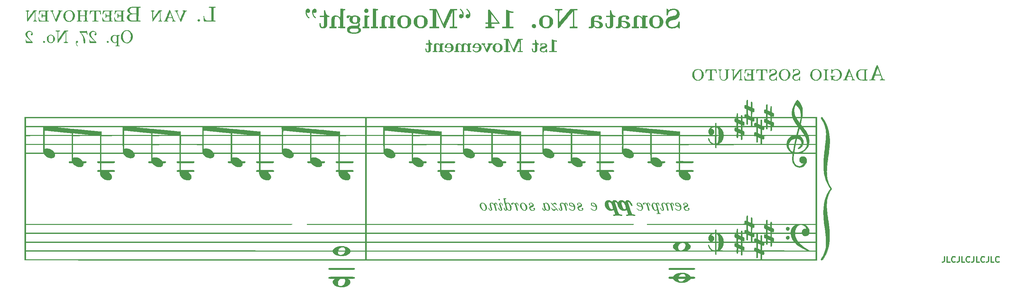
<source format=gbr>
%TF.GenerationSoftware,KiCad,Pcbnew,(5.99.0-9176-ga1730d51ff)*%
%TF.CreationDate,2021-03-15T21:55:54-05:00*%
%TF.ProjectId,Back Plate,4261636b-2050-46c6-9174-652e6b696361,rev?*%
%TF.SameCoordinates,Original*%
%TF.FileFunction,Legend,Bot*%
%TF.FilePolarity,Positive*%
%FSLAX46Y46*%
G04 Gerber Fmt 4.6, Leading zero omitted, Abs format (unit mm)*
G04 Created by KiCad (PCBNEW (5.99.0-9176-ga1730d51ff)) date 2021-03-15 21:55:54*
%MOMM*%
%LPD*%
G01*
G04 APERTURE LIST*
%ADD10C,0.300000*%
%ADD11C,0.010000*%
G04 APERTURE END LIST*
D10*
X318951428Y-152228571D02*
X318951428Y-153300000D01*
X318880000Y-153514285D01*
X318737142Y-153657142D01*
X318522857Y-153728571D01*
X318380000Y-153728571D01*
X320380000Y-153728571D02*
X319665714Y-153728571D01*
X319665714Y-152228571D01*
X321737142Y-153585714D02*
X321665714Y-153657142D01*
X321451428Y-153728571D01*
X321308571Y-153728571D01*
X321094285Y-153657142D01*
X320951428Y-153514285D01*
X320880000Y-153371428D01*
X320808571Y-153085714D01*
X320808571Y-152871428D01*
X320880000Y-152585714D01*
X320951428Y-152442857D01*
X321094285Y-152300000D01*
X321308571Y-152228571D01*
X321451428Y-152228571D01*
X321665714Y-152300000D01*
X321737142Y-152371428D01*
X322808571Y-152228571D02*
X322808571Y-153300000D01*
X322737142Y-153514285D01*
X322594285Y-153657142D01*
X322380000Y-153728571D01*
X322237142Y-153728571D01*
X324237142Y-153728571D02*
X323522857Y-153728571D01*
X323522857Y-152228571D01*
X325594285Y-153585714D02*
X325522857Y-153657142D01*
X325308571Y-153728571D01*
X325165714Y-153728571D01*
X324951428Y-153657142D01*
X324808571Y-153514285D01*
X324737142Y-153371428D01*
X324665714Y-153085714D01*
X324665714Y-152871428D01*
X324737142Y-152585714D01*
X324808571Y-152442857D01*
X324951428Y-152300000D01*
X325165714Y-152228571D01*
X325308571Y-152228571D01*
X325522857Y-152300000D01*
X325594285Y-152371428D01*
X326665714Y-152228571D02*
X326665714Y-153300000D01*
X326594285Y-153514285D01*
X326451428Y-153657142D01*
X326237142Y-153728571D01*
X326094285Y-153728571D01*
X328094285Y-153728571D02*
X327380000Y-153728571D01*
X327380000Y-152228571D01*
X329451428Y-153585714D02*
X329380000Y-153657142D01*
X329165714Y-153728571D01*
X329022857Y-153728571D01*
X328808571Y-153657142D01*
X328665714Y-153514285D01*
X328594285Y-153371428D01*
X328522857Y-153085714D01*
X328522857Y-152871428D01*
X328594285Y-152585714D01*
X328665714Y-152442857D01*
X328808571Y-152300000D01*
X329022857Y-152228571D01*
X329165714Y-152228571D01*
X329380000Y-152300000D01*
X329451428Y-152371428D01*
X330522857Y-152228571D02*
X330522857Y-153300000D01*
X330451428Y-153514285D01*
X330308571Y-153657142D01*
X330094285Y-153728571D01*
X329951428Y-153728571D01*
X331951428Y-153728571D02*
X331237142Y-153728571D01*
X331237142Y-152228571D01*
X333308571Y-153585714D02*
X333237142Y-153657142D01*
X333022857Y-153728571D01*
X332880000Y-153728571D01*
X332665714Y-153657142D01*
X332522857Y-153514285D01*
X332451428Y-153371428D01*
X332380000Y-153085714D01*
X332380000Y-152871428D01*
X332451428Y-152585714D01*
X332522857Y-152442857D01*
X332665714Y-152300000D01*
X332880000Y-152228571D01*
X333022857Y-152228571D01*
X333237142Y-152300000D01*
X333308571Y-152371428D01*
D11*
X289198507Y-102837512D02*
X289189412Y-102928737D01*
X289189412Y-102928737D02*
X289182654Y-103069934D01*
X289182654Y-103069934D02*
X289178705Y-103252227D01*
X289178705Y-103252227D02*
X289177867Y-103397798D01*
X289177867Y-103397798D02*
X289178633Y-103614987D01*
X289178633Y-103614987D02*
X289181424Y-103773179D01*
X289181424Y-103773179D02*
X289186978Y-103881098D01*
X289186978Y-103881098D02*
X289196034Y-103947469D01*
X289196034Y-103947469D02*
X289209329Y-103981015D01*
X289209329Y-103981015D02*
X289227602Y-103990462D01*
X289227602Y-103990462D02*
X289228022Y-103990465D01*
X289228022Y-103990465D02*
X289270842Y-103961293D01*
X289270842Y-103961293D02*
X289298760Y-103897332D01*
X289298760Y-103897332D02*
X289390655Y-103591909D01*
X289390655Y-103591909D02*
X289518972Y-103343358D01*
X289518972Y-103343358D02*
X289684138Y-103151173D01*
X289684138Y-103151173D02*
X289886580Y-103014848D01*
X289886580Y-103014848D02*
X290108301Y-102937839D01*
X290108301Y-102937839D02*
X290350973Y-102916647D01*
X290350973Y-102916647D02*
X290591085Y-102956573D01*
X290591085Y-102956573D02*
X290817821Y-103051506D01*
X290817821Y-103051506D02*
X291020367Y-103195334D01*
X291020367Y-103195334D02*
X291187909Y-103381947D01*
X291187909Y-103381947D02*
X291309631Y-103605234D01*
X291309631Y-103605234D02*
X291315323Y-103619881D01*
X291315323Y-103619881D02*
X291385280Y-103870075D01*
X291385280Y-103870075D02*
X291422911Y-104154219D01*
X291422911Y-104154219D02*
X291425451Y-104445320D01*
X291425451Y-104445320D02*
X291413556Y-104578291D01*
X291413556Y-104578291D02*
X291347877Y-104884356D01*
X291347877Y-104884356D02*
X291234412Y-105145632D01*
X291234412Y-105145632D02*
X291075271Y-105359678D01*
X291075271Y-105359678D02*
X290872563Y-105524055D01*
X290872563Y-105524055D02*
X290628399Y-105636320D01*
X290628399Y-105636320D02*
X290463438Y-105677549D01*
X290463438Y-105677549D02*
X290264400Y-105693616D01*
X290264400Y-105693616D02*
X290065729Y-105674186D01*
X290065729Y-105674186D02*
X289882608Y-105623898D01*
X289882608Y-105623898D02*
X289730220Y-105547395D01*
X289730220Y-105547395D02*
X289623749Y-105449316D01*
X289623749Y-105449316D02*
X289601898Y-105414214D01*
X289601898Y-105414214D02*
X289571935Y-105319076D01*
X289571935Y-105319076D02*
X289555047Y-105190164D01*
X289555047Y-105190164D02*
X289551563Y-105051122D01*
X289551563Y-105051122D02*
X289561816Y-104925597D01*
X289561816Y-104925597D02*
X289586136Y-104837234D01*
X289586136Y-104837234D02*
X289593640Y-104824810D01*
X289593640Y-104824810D02*
X289662093Y-104775116D01*
X289662093Y-104775116D02*
X289777284Y-104734301D01*
X289777284Y-104734301D02*
X289918279Y-104708426D01*
X289918279Y-104708426D02*
X290016067Y-104702473D01*
X290016067Y-104702473D02*
X290098990Y-104689023D01*
X290098990Y-104689023D02*
X290126134Y-104655950D01*
X290126134Y-104655950D02*
X290113909Y-104639362D01*
X290113909Y-104639362D02*
X290071971Y-104627179D01*
X290071971Y-104627179D02*
X289992420Y-104618833D01*
X289992420Y-104618833D02*
X289867356Y-104613759D01*
X289867356Y-104613759D02*
X289688881Y-104611392D01*
X289688881Y-104611392D02*
X289499600Y-104611070D01*
X289499600Y-104611070D02*
X289268735Y-104612414D01*
X289268735Y-104612414D02*
X289098318Y-104616085D01*
X289098318Y-104616085D02*
X288981091Y-104622595D01*
X288981091Y-104622595D02*
X288909793Y-104632455D01*
X288909793Y-104632455D02*
X288877164Y-104646179D01*
X288877164Y-104646179D02*
X288873067Y-104655251D01*
X288873067Y-104655251D02*
X288902752Y-104689339D01*
X288902752Y-104689339D02*
X288975849Y-104717454D01*
X288975849Y-104717454D02*
X288992518Y-104721005D01*
X288992518Y-104721005D02*
X289081912Y-104752411D01*
X289081912Y-104752411D02*
X289141448Y-104799318D01*
X289141448Y-104799318D02*
X289144918Y-104804980D01*
X289144918Y-104804980D02*
X289157559Y-104861347D01*
X289157559Y-104861347D02*
X289167956Y-104970064D01*
X289167956Y-104970064D02*
X289175069Y-105115757D01*
X289175069Y-105115757D02*
X289177859Y-105283054D01*
X289177859Y-105283054D02*
X289177867Y-105292105D01*
X289177867Y-105292105D02*
X289179540Y-105485187D01*
X289179540Y-105485187D02*
X289187033Y-105616173D01*
X289187033Y-105616173D02*
X289204060Y-105690670D01*
X289204060Y-105690670D02*
X289234333Y-105714281D01*
X289234333Y-105714281D02*
X289281565Y-105692612D01*
X289281565Y-105692612D02*
X289349469Y-105631268D01*
X289349469Y-105631268D02*
X289381169Y-105599026D01*
X289381169Y-105599026D02*
X289496158Y-105480387D01*
X289496158Y-105480387D02*
X289599479Y-105580376D01*
X289599479Y-105580376D02*
X289702353Y-105661072D01*
X289702353Y-105661072D02*
X289820625Y-105729208D01*
X289820625Y-105729208D02*
X289838267Y-105737027D01*
X289838267Y-105737027D02*
X289997601Y-105781411D01*
X289997601Y-105781411D02*
X290197426Y-105804495D01*
X290197426Y-105804495D02*
X290413736Y-105805663D01*
X290413736Y-105805663D02*
X290622524Y-105784302D01*
X290622524Y-105784302D02*
X290735734Y-105760001D01*
X290735734Y-105760001D02*
X291035740Y-105646995D01*
X291035740Y-105646995D02*
X291295540Y-105486033D01*
X291295540Y-105486033D02*
X291512012Y-105284521D01*
X291512012Y-105284521D02*
X291682032Y-105049866D01*
X291682032Y-105049866D02*
X291802477Y-104789474D01*
X291802477Y-104789474D02*
X291870225Y-104510752D01*
X291870225Y-104510752D02*
X291882153Y-104221106D01*
X291882153Y-104221106D02*
X291835137Y-103927943D01*
X291835137Y-103927943D02*
X291726056Y-103638670D01*
X291726056Y-103638670D02*
X291672210Y-103538985D01*
X291672210Y-103538985D02*
X291560985Y-103387810D01*
X291560985Y-103387810D02*
X291408097Y-103231213D01*
X291408097Y-103231213D02*
X291234971Y-103088418D01*
X291234971Y-103088418D02*
X291063035Y-102978650D01*
X291063035Y-102978650D02*
X291028202Y-102961176D01*
X291028202Y-102961176D02*
X290740200Y-102855225D01*
X290740200Y-102855225D02*
X290453831Y-102807582D01*
X290453831Y-102807582D02*
X290177689Y-102817730D01*
X290177689Y-102817730D02*
X289920371Y-102885151D01*
X289920371Y-102885151D02*
X289690472Y-103009328D01*
X289690472Y-103009328D02*
X289644057Y-103044510D01*
X289644057Y-103044510D02*
X289567470Y-103102857D01*
X289567470Y-103102857D02*
X289516267Y-103135822D01*
X289516267Y-103135822D02*
X289504642Y-103138731D01*
X289504642Y-103138731D02*
X289457163Y-103072602D01*
X289457163Y-103072602D02*
X289389690Y-102989774D01*
X289389690Y-102989774D02*
X289316856Y-102906786D01*
X289316856Y-102906786D02*
X289253295Y-102840176D01*
X289253295Y-102840176D02*
X289213642Y-102806485D01*
X289213642Y-102806485D02*
X289209466Y-102805132D01*
X289209466Y-102805132D02*
X289198507Y-102837512D01*
X289198507Y-102837512D02*
X289198507Y-102837512D01*
G36*
X289213642Y-102806485D02*
G01*
X289253295Y-102840176D01*
X289316856Y-102906786D01*
X289389690Y-102989774D01*
X289457163Y-103072602D01*
X289504642Y-103138731D01*
X289516267Y-103135822D01*
X289567470Y-103102857D01*
X289644057Y-103044510D01*
X289690472Y-103009328D01*
X289920371Y-102885151D01*
X290177689Y-102817730D01*
X290453831Y-102807582D01*
X290740200Y-102855225D01*
X291028202Y-102961176D01*
X291063035Y-102978650D01*
X291234971Y-103088418D01*
X291408097Y-103231213D01*
X291560985Y-103387810D01*
X291672210Y-103538985D01*
X291726056Y-103638670D01*
X291835137Y-103927943D01*
X291882153Y-104221106D01*
X291870225Y-104510752D01*
X291802477Y-104789474D01*
X291682032Y-105049866D01*
X291512012Y-105284521D01*
X291295540Y-105486033D01*
X291035740Y-105646995D01*
X290735734Y-105760001D01*
X290622524Y-105784302D01*
X290413736Y-105805663D01*
X290197426Y-105804495D01*
X289997601Y-105781411D01*
X289838267Y-105737027D01*
X289820625Y-105729208D01*
X289702353Y-105661072D01*
X289599479Y-105580376D01*
X289496158Y-105480387D01*
X289381169Y-105599026D01*
X289349469Y-105631268D01*
X289281565Y-105692612D01*
X289234333Y-105714281D01*
X289204060Y-105690670D01*
X289187033Y-105616173D01*
X289179540Y-105485187D01*
X289177867Y-105292105D01*
X289177859Y-105283054D01*
X289175069Y-105115757D01*
X289167956Y-104970064D01*
X289157559Y-104861347D01*
X289144918Y-104804980D01*
X289141448Y-104799318D01*
X289081912Y-104752411D01*
X288992518Y-104721005D01*
X288975849Y-104717454D01*
X288902752Y-104689339D01*
X288873067Y-104655251D01*
X288877164Y-104646179D01*
X288909793Y-104632455D01*
X288981091Y-104622595D01*
X289098318Y-104616085D01*
X289268735Y-104612414D01*
X289499600Y-104611070D01*
X289688881Y-104611392D01*
X289867356Y-104613759D01*
X289992420Y-104618833D01*
X290071971Y-104627179D01*
X290113909Y-104639362D01*
X290126134Y-104655950D01*
X290098990Y-104689023D01*
X290016067Y-104702473D01*
X289918279Y-104708426D01*
X289777284Y-104734301D01*
X289662093Y-104775116D01*
X289593640Y-104824810D01*
X289586136Y-104837234D01*
X289561816Y-104925597D01*
X289551563Y-105051122D01*
X289555047Y-105190164D01*
X289571935Y-105319076D01*
X289601898Y-105414214D01*
X289623749Y-105449316D01*
X289730220Y-105547395D01*
X289882608Y-105623898D01*
X290065729Y-105674186D01*
X290264400Y-105693616D01*
X290463438Y-105677549D01*
X290628399Y-105636320D01*
X290872563Y-105524055D01*
X291075271Y-105359678D01*
X291234412Y-105145632D01*
X291347877Y-104884356D01*
X291413556Y-104578291D01*
X291425451Y-104445320D01*
X291422911Y-104154219D01*
X291385280Y-103870075D01*
X291315323Y-103619881D01*
X291309631Y-103605234D01*
X291187909Y-103381947D01*
X291020367Y-103195334D01*
X290817821Y-103051506D01*
X290591085Y-102956573D01*
X290350973Y-102916647D01*
X290108301Y-102937839D01*
X289886580Y-103014848D01*
X289684138Y-103151173D01*
X289518972Y-103343358D01*
X289390655Y-103591909D01*
X289298760Y-103897332D01*
X289270842Y-103961293D01*
X289228022Y-103990465D01*
X289227602Y-103990462D01*
X289209329Y-103981015D01*
X289196034Y-103947469D01*
X289186978Y-103881098D01*
X289181424Y-103773179D01*
X289178633Y-103614987D01*
X289177867Y-103397798D01*
X289178705Y-103252227D01*
X289182654Y-103069934D01*
X289189412Y-102928737D01*
X289198507Y-102837512D01*
X289209466Y-102805132D01*
X289213642Y-102806485D01*
G37*
X289213642Y-102806485D02*
X289253295Y-102840176D01*
X289316856Y-102906786D01*
X289389690Y-102989774D01*
X289457163Y-103072602D01*
X289504642Y-103138731D01*
X289516267Y-103135822D01*
X289567470Y-103102857D01*
X289644057Y-103044510D01*
X289690472Y-103009328D01*
X289920371Y-102885151D01*
X290177689Y-102817730D01*
X290453831Y-102807582D01*
X290740200Y-102855225D01*
X291028202Y-102961176D01*
X291063035Y-102978650D01*
X291234971Y-103088418D01*
X291408097Y-103231213D01*
X291560985Y-103387810D01*
X291672210Y-103538985D01*
X291726056Y-103638670D01*
X291835137Y-103927943D01*
X291882153Y-104221106D01*
X291870225Y-104510752D01*
X291802477Y-104789474D01*
X291682032Y-105049866D01*
X291512012Y-105284521D01*
X291295540Y-105486033D01*
X291035740Y-105646995D01*
X290735734Y-105760001D01*
X290622524Y-105784302D01*
X290413736Y-105805663D01*
X290197426Y-105804495D01*
X289997601Y-105781411D01*
X289838267Y-105737027D01*
X289820625Y-105729208D01*
X289702353Y-105661072D01*
X289599479Y-105580376D01*
X289496158Y-105480387D01*
X289381169Y-105599026D01*
X289349469Y-105631268D01*
X289281565Y-105692612D01*
X289234333Y-105714281D01*
X289204060Y-105690670D01*
X289187033Y-105616173D01*
X289179540Y-105485187D01*
X289177867Y-105292105D01*
X289177859Y-105283054D01*
X289175069Y-105115757D01*
X289167956Y-104970064D01*
X289157559Y-104861347D01*
X289144918Y-104804980D01*
X289141448Y-104799318D01*
X289081912Y-104752411D01*
X288992518Y-104721005D01*
X288975849Y-104717454D01*
X288902752Y-104689339D01*
X288873067Y-104655251D01*
X288877164Y-104646179D01*
X288909793Y-104632455D01*
X288981091Y-104622595D01*
X289098318Y-104616085D01*
X289268735Y-104612414D01*
X289499600Y-104611070D01*
X289688881Y-104611392D01*
X289867356Y-104613759D01*
X289992420Y-104618833D01*
X290071971Y-104627179D01*
X290113909Y-104639362D01*
X290126134Y-104655950D01*
X290098990Y-104689023D01*
X290016067Y-104702473D01*
X289918279Y-104708426D01*
X289777284Y-104734301D01*
X289662093Y-104775116D01*
X289593640Y-104824810D01*
X289586136Y-104837234D01*
X289561816Y-104925597D01*
X289551563Y-105051122D01*
X289555047Y-105190164D01*
X289571935Y-105319076D01*
X289601898Y-105414214D01*
X289623749Y-105449316D01*
X289730220Y-105547395D01*
X289882608Y-105623898D01*
X290065729Y-105674186D01*
X290264400Y-105693616D01*
X290463438Y-105677549D01*
X290628399Y-105636320D01*
X290872563Y-105524055D01*
X291075271Y-105359678D01*
X291234412Y-105145632D01*
X291347877Y-104884356D01*
X291413556Y-104578291D01*
X291425451Y-104445320D01*
X291422911Y-104154219D01*
X291385280Y-103870075D01*
X291315323Y-103619881D01*
X291309631Y-103605234D01*
X291187909Y-103381947D01*
X291020367Y-103195334D01*
X290817821Y-103051506D01*
X290591085Y-102956573D01*
X290350973Y-102916647D01*
X290108301Y-102937839D01*
X289886580Y-103014848D01*
X289684138Y-103151173D01*
X289518972Y-103343358D01*
X289390655Y-103591909D01*
X289298760Y-103897332D01*
X289270842Y-103961293D01*
X289228022Y-103990465D01*
X289227602Y-103990462D01*
X289209329Y-103981015D01*
X289196034Y-103947469D01*
X289186978Y-103881098D01*
X289181424Y-103773179D01*
X289178633Y-103614987D01*
X289177867Y-103397798D01*
X289178705Y-103252227D01*
X289182654Y-103069934D01*
X289189412Y-102928737D01*
X289198507Y-102837512D01*
X289209466Y-102805132D01*
X289213642Y-102806485D01*
X80630120Y-87776798D02*
X80612718Y-87937764D01*
X80612718Y-87937764D02*
X80596013Y-88079921D01*
X80596013Y-88079921D02*
X80582110Y-88186028D01*
X80582110Y-88186028D02*
X80574286Y-88233998D01*
X80574286Y-88233998D02*
X80574692Y-88292958D01*
X80574692Y-88292958D02*
X80620376Y-88310123D01*
X80620376Y-88310123D02*
X80626288Y-88310198D01*
X80626288Y-88310198D02*
X80677024Y-88293744D01*
X80677024Y-88293744D02*
X80694205Y-88233015D01*
X80694205Y-88233015D02*
X80694667Y-88212487D01*
X80694667Y-88212487D02*
X80722783Y-88012200D01*
X80722783Y-88012200D02*
X80800857Y-87828890D01*
X80800857Y-87828890D02*
X80919474Y-87676317D01*
X80919474Y-87676317D02*
X81069220Y-87568236D01*
X81069220Y-87568236D02*
X81159408Y-87533301D01*
X81159408Y-87533301D02*
X81248305Y-87518043D01*
X81248305Y-87518043D02*
X81380352Y-87506982D01*
X81380352Y-87506982D02*
X81541297Y-87500059D01*
X81541297Y-87500059D02*
X81716889Y-87497216D01*
X81716889Y-87497216D02*
X81892877Y-87498394D01*
X81892877Y-87498394D02*
X82055007Y-87503535D01*
X82055007Y-87503535D02*
X82189030Y-87512581D01*
X82189030Y-87512581D02*
X82280692Y-87525473D01*
X82280692Y-87525473D02*
X82313493Y-87538038D01*
X82313493Y-87538038D02*
X82330788Y-87583656D01*
X82330788Y-87583656D02*
X82343115Y-87683495D01*
X82343115Y-87683495D02*
X82350753Y-87841647D01*
X82350753Y-87841647D02*
X82353982Y-88062202D01*
X82353982Y-88062202D02*
X82354134Y-88133788D01*
X82354134Y-88133788D02*
X82354134Y-88688897D01*
X82354134Y-88688897D02*
X81995539Y-88677348D01*
X81995539Y-88677348D02*
X81834962Y-88671278D01*
X81834962Y-88671278D02*
X81727174Y-88663024D01*
X81727174Y-88663024D02*
X81657249Y-88648972D01*
X81657249Y-88648972D02*
X81610259Y-88625508D01*
X81610259Y-88625508D02*
X81571274Y-88589020D01*
X81571274Y-88589020D02*
X81555273Y-88570776D01*
X81555273Y-88570776D02*
X81487242Y-88447733D01*
X81487242Y-88447733D02*
X81473600Y-88342176D01*
X81473600Y-88342176D02*
X81467747Y-88254305D01*
X81467747Y-88254305D02*
X81444172Y-88215808D01*
X81444172Y-88215808D02*
X81405867Y-88208598D01*
X81405867Y-88208598D02*
X81380540Y-88211762D01*
X81380540Y-88211762D02*
X81362462Y-88227751D01*
X81362462Y-88227751D02*
X81350413Y-88266313D01*
X81350413Y-88266313D02*
X81343176Y-88337194D01*
X81343176Y-88337194D02*
X81339532Y-88450141D01*
X81339532Y-88450141D02*
X81338262Y-88614900D01*
X81338262Y-88614900D02*
X81338134Y-88750465D01*
X81338134Y-88750465D02*
X81338529Y-88953079D01*
X81338529Y-88953079D02*
X81340528Y-89097707D01*
X81340528Y-89097707D02*
X81345348Y-89194096D01*
X81345348Y-89194096D02*
X81354208Y-89251994D01*
X81354208Y-89251994D02*
X81368326Y-89281147D01*
X81368326Y-89281147D02*
X81388921Y-89291301D01*
X81388921Y-89291301D02*
X81405867Y-89292331D01*
X81405867Y-89292331D02*
X81449853Y-89281213D01*
X81449853Y-89281213D02*
X81469520Y-89236067D01*
X81469520Y-89236067D02*
X81473600Y-89154260D01*
X81473600Y-89154260D02*
X81488622Y-89039155D01*
X81488622Y-89039155D02*
X81544430Y-88947131D01*
X81544430Y-88947131D02*
X81572595Y-88917193D01*
X81572595Y-88917193D02*
X81620604Y-88872237D01*
X81620604Y-88872237D02*
X81666828Y-88843478D01*
X81666828Y-88843478D02*
X81727337Y-88827303D01*
X81727337Y-88827303D02*
X81818205Y-88820098D01*
X81818205Y-88820098D02*
X81955503Y-88818249D01*
X81955503Y-88818249D02*
X82012862Y-88818198D01*
X82012862Y-88818198D02*
X82354134Y-88818198D01*
X82354134Y-88818198D02*
X82354134Y-89423651D01*
X82354134Y-89423651D02*
X82353134Y-89649442D01*
X82353134Y-89649442D02*
X82349684Y-89816438D01*
X82349684Y-89816438D02*
X82343103Y-89933555D01*
X82343103Y-89933555D02*
X82332711Y-90009709D01*
X82332711Y-90009709D02*
X82317829Y-90053814D01*
X82317829Y-90053814D02*
X82304861Y-90069997D01*
X82304861Y-90069997D02*
X82260873Y-90086300D01*
X82260873Y-90086300D02*
X82171286Y-90096837D01*
X82171286Y-90096837D02*
X82029960Y-90101901D01*
X82029960Y-90101901D02*
X81830755Y-90101784D01*
X81830755Y-90101784D02*
X81686794Y-90099468D01*
X81686794Y-90099468D02*
X81466732Y-90093940D01*
X81466732Y-90093940D02*
X81302575Y-90086615D01*
X81302575Y-90086615D02*
X81182499Y-90076202D01*
X81182499Y-90076202D02*
X81094679Y-90061411D01*
X81094679Y-90061411D02*
X81027288Y-90040953D01*
X81027288Y-90040953D02*
X80987064Y-90023129D01*
X80987064Y-90023129D02*
X80836214Y-89914741D01*
X80836214Y-89914741D02*
X80719150Y-89754118D01*
X80719150Y-89754118D02*
X80633365Y-89537325D01*
X80633365Y-89537325D02*
X80605031Y-89423818D01*
X80605031Y-89423818D02*
X80567646Y-89275662D01*
X80567646Y-89275662D02*
X80532110Y-89185012D01*
X80532110Y-89185012D02*
X80502633Y-89156865D01*
X80502633Y-89156865D02*
X80481913Y-89158319D01*
X80481913Y-89158319D02*
X80468289Y-89168857D01*
X80468289Y-89168857D02*
X80462218Y-89197742D01*
X80462218Y-89197742D02*
X80464152Y-89254237D01*
X80464152Y-89254237D02*
X80474547Y-89347604D01*
X80474547Y-89347604D02*
X80493858Y-89487108D01*
X80493858Y-89487108D02*
X80522539Y-89682010D01*
X80522539Y-89682010D02*
X80531315Y-89741065D01*
X80531315Y-89741065D02*
X80605558Y-90240598D01*
X80605558Y-90240598D02*
X81869312Y-90240598D01*
X81869312Y-90240598D02*
X82194897Y-90240507D01*
X82194897Y-90240507D02*
X82459147Y-90240006D01*
X82459147Y-90240006D02*
X82668461Y-90238752D01*
X82668461Y-90238752D02*
X82829237Y-90236402D01*
X82829237Y-90236402D02*
X82947873Y-90232613D01*
X82947873Y-90232613D02*
X83030768Y-90227042D01*
X83030768Y-90227042D02*
X83084321Y-90219346D01*
X83084321Y-90219346D02*
X83114930Y-90209182D01*
X83114930Y-90209182D02*
X83128993Y-90196207D01*
X83128993Y-90196207D02*
X83132908Y-90180079D01*
X83132908Y-90180079D02*
X83133067Y-90172865D01*
X83133067Y-90172865D02*
X83121054Y-90127698D01*
X83121054Y-90127698D02*
X83073087Y-90108350D01*
X83073087Y-90108350D02*
X83004073Y-90105131D01*
X83004073Y-90105131D02*
X82900639Y-90092678D01*
X82900639Y-90092678D02*
X82817076Y-90062183D01*
X82817076Y-90062183D02*
X82809340Y-90057062D01*
X82809340Y-90057062D02*
X82791995Y-90041706D01*
X82791995Y-90041706D02*
X82777999Y-90019081D01*
X82777999Y-90019081D02*
X82766993Y-89982368D01*
X82766993Y-89982368D02*
X82758621Y-89924746D01*
X82758621Y-89924746D02*
X82752522Y-89839395D01*
X82752522Y-89839395D02*
X82748339Y-89719495D01*
X82748339Y-89719495D02*
X82745714Y-89558226D01*
X82745714Y-89558226D02*
X82744288Y-89348768D01*
X82744288Y-89348768D02*
X82743704Y-89084300D01*
X82743704Y-89084300D02*
X82743600Y-88805688D01*
X82743600Y-88805688D02*
X82744326Y-88456343D01*
X82744326Y-88456343D02*
X82746587Y-88170770D01*
X82746587Y-88170770D02*
X82750508Y-87945025D01*
X82750508Y-87945025D02*
X82756214Y-87775160D01*
X82756214Y-87775160D02*
X82763831Y-87657231D01*
X82763831Y-87657231D02*
X82773483Y-87587290D01*
X82773483Y-87587290D02*
X82782988Y-87562997D01*
X82782988Y-87562997D02*
X82838844Y-87535522D01*
X82838844Y-87535522D02*
X82933439Y-87512445D01*
X82933439Y-87512445D02*
X82977722Y-87506099D01*
X82977722Y-87506099D02*
X83085032Y-87484238D01*
X83085032Y-87484238D02*
X83131517Y-87450733D01*
X83131517Y-87450733D02*
X83133067Y-87442194D01*
X83133067Y-87442194D02*
X83123231Y-87429812D01*
X83123231Y-87429812D02*
X83089785Y-87419759D01*
X83089785Y-87419759D02*
X83026818Y-87411812D01*
X83026818Y-87411812D02*
X82928421Y-87405748D01*
X82928421Y-87405748D02*
X82788683Y-87401345D01*
X82788683Y-87401345D02*
X82601694Y-87398380D01*
X82601694Y-87398380D02*
X82361545Y-87396631D01*
X82361545Y-87396631D02*
X82062325Y-87395874D01*
X82062325Y-87395874D02*
X81901321Y-87395798D01*
X81901321Y-87395798D02*
X80669576Y-87395798D01*
X80669576Y-87395798D02*
X80630120Y-87776798D01*
X80630120Y-87776798D02*
X80630120Y-87776798D01*
G36*
X82062325Y-87395874D02*
G01*
X82361545Y-87396631D01*
X82601694Y-87398380D01*
X82788683Y-87401345D01*
X82928421Y-87405748D01*
X83026818Y-87411812D01*
X83089785Y-87419759D01*
X83123231Y-87429812D01*
X83133067Y-87442194D01*
X83131517Y-87450733D01*
X83085032Y-87484238D01*
X82977722Y-87506099D01*
X82933439Y-87512445D01*
X82838844Y-87535522D01*
X82782988Y-87562997D01*
X82773483Y-87587290D01*
X82763831Y-87657231D01*
X82756214Y-87775160D01*
X82750508Y-87945025D01*
X82746587Y-88170770D01*
X82744326Y-88456343D01*
X82743600Y-88805688D01*
X82743704Y-89084300D01*
X82744288Y-89348768D01*
X82745714Y-89558226D01*
X82748339Y-89719495D01*
X82752522Y-89839395D01*
X82758621Y-89924746D01*
X82766993Y-89982368D01*
X82777999Y-90019081D01*
X82791995Y-90041706D01*
X82809340Y-90057062D01*
X82817076Y-90062183D01*
X82900639Y-90092678D01*
X83004073Y-90105131D01*
X83073087Y-90108350D01*
X83121054Y-90127698D01*
X83133067Y-90172865D01*
X83132908Y-90180079D01*
X83128993Y-90196207D01*
X83114930Y-90209182D01*
X83084321Y-90219346D01*
X83030768Y-90227042D01*
X82947873Y-90232613D01*
X82829237Y-90236402D01*
X82668461Y-90238752D01*
X82459147Y-90240006D01*
X82194897Y-90240507D01*
X81869312Y-90240598D01*
X80605558Y-90240598D01*
X80531315Y-89741065D01*
X80522539Y-89682010D01*
X80493858Y-89487108D01*
X80474547Y-89347604D01*
X80464152Y-89254237D01*
X80462218Y-89197742D01*
X80468289Y-89168857D01*
X80481913Y-89158319D01*
X80502633Y-89156865D01*
X80532110Y-89185012D01*
X80567646Y-89275662D01*
X80605031Y-89423818D01*
X80633365Y-89537325D01*
X80719150Y-89754118D01*
X80836214Y-89914741D01*
X80987064Y-90023129D01*
X81027288Y-90040953D01*
X81094679Y-90061411D01*
X81182499Y-90076202D01*
X81302575Y-90086615D01*
X81466732Y-90093940D01*
X81686794Y-90099468D01*
X81830755Y-90101784D01*
X82029960Y-90101901D01*
X82171286Y-90096837D01*
X82260873Y-90086300D01*
X82304861Y-90069997D01*
X82317829Y-90053814D01*
X82332711Y-90009709D01*
X82343103Y-89933555D01*
X82349684Y-89816438D01*
X82353134Y-89649442D01*
X82354134Y-89423651D01*
X82354134Y-88818198D01*
X82012862Y-88818198D01*
X81955503Y-88818249D01*
X81818205Y-88820098D01*
X81727337Y-88827303D01*
X81666828Y-88843478D01*
X81620604Y-88872237D01*
X81572595Y-88917193D01*
X81544430Y-88947131D01*
X81488622Y-89039155D01*
X81473600Y-89154260D01*
X81469520Y-89236067D01*
X81449853Y-89281213D01*
X81405867Y-89292331D01*
X81388921Y-89291301D01*
X81368326Y-89281147D01*
X81354208Y-89251994D01*
X81345348Y-89194096D01*
X81340528Y-89097707D01*
X81338529Y-88953079D01*
X81338134Y-88750465D01*
X81338262Y-88614900D01*
X81339532Y-88450141D01*
X81343176Y-88337194D01*
X81350413Y-88266313D01*
X81362462Y-88227751D01*
X81380540Y-88211762D01*
X81405867Y-88208598D01*
X81444172Y-88215808D01*
X81467747Y-88254305D01*
X81473600Y-88342176D01*
X81487242Y-88447733D01*
X81555273Y-88570776D01*
X81571274Y-88589020D01*
X81610259Y-88625508D01*
X81657249Y-88648972D01*
X81727174Y-88663024D01*
X81834962Y-88671278D01*
X81995539Y-88677348D01*
X82354134Y-88688897D01*
X82354134Y-88133788D01*
X82353982Y-88062202D01*
X82350753Y-87841647D01*
X82343115Y-87683495D01*
X82330788Y-87583656D01*
X82313493Y-87538038D01*
X82280692Y-87525473D01*
X82189030Y-87512581D01*
X82055007Y-87503535D01*
X81892877Y-87498394D01*
X81716889Y-87497216D01*
X81541297Y-87500059D01*
X81380352Y-87506982D01*
X81248305Y-87518043D01*
X81159408Y-87533301D01*
X81069220Y-87568236D01*
X80919474Y-87676317D01*
X80800857Y-87828890D01*
X80722783Y-88012200D01*
X80694667Y-88212487D01*
X80694205Y-88233015D01*
X80677024Y-88293744D01*
X80626288Y-88310198D01*
X80620376Y-88310123D01*
X80574692Y-88292958D01*
X80574286Y-88233998D01*
X80582110Y-88186028D01*
X80596013Y-88079921D01*
X80612718Y-87937764D01*
X80630120Y-87776798D01*
X80669576Y-87395798D01*
X81901321Y-87395798D01*
X82062325Y-87395874D01*
G37*
X82062325Y-87395874D02*
X82361545Y-87396631D01*
X82601694Y-87398380D01*
X82788683Y-87401345D01*
X82928421Y-87405748D01*
X83026818Y-87411812D01*
X83089785Y-87419759D01*
X83123231Y-87429812D01*
X83133067Y-87442194D01*
X83131517Y-87450733D01*
X83085032Y-87484238D01*
X82977722Y-87506099D01*
X82933439Y-87512445D01*
X82838844Y-87535522D01*
X82782988Y-87562997D01*
X82773483Y-87587290D01*
X82763831Y-87657231D01*
X82756214Y-87775160D01*
X82750508Y-87945025D01*
X82746587Y-88170770D01*
X82744326Y-88456343D01*
X82743600Y-88805688D01*
X82743704Y-89084300D01*
X82744288Y-89348768D01*
X82745714Y-89558226D01*
X82748339Y-89719495D01*
X82752522Y-89839395D01*
X82758621Y-89924746D01*
X82766993Y-89982368D01*
X82777999Y-90019081D01*
X82791995Y-90041706D01*
X82809340Y-90057062D01*
X82817076Y-90062183D01*
X82900639Y-90092678D01*
X83004073Y-90105131D01*
X83073087Y-90108350D01*
X83121054Y-90127698D01*
X83133067Y-90172865D01*
X83132908Y-90180079D01*
X83128993Y-90196207D01*
X83114930Y-90209182D01*
X83084321Y-90219346D01*
X83030768Y-90227042D01*
X82947873Y-90232613D01*
X82829237Y-90236402D01*
X82668461Y-90238752D01*
X82459147Y-90240006D01*
X82194897Y-90240507D01*
X81869312Y-90240598D01*
X80605558Y-90240598D01*
X80531315Y-89741065D01*
X80522539Y-89682010D01*
X80493858Y-89487108D01*
X80474547Y-89347604D01*
X80464152Y-89254237D01*
X80462218Y-89197742D01*
X80468289Y-89168857D01*
X80481913Y-89158319D01*
X80502633Y-89156865D01*
X80532110Y-89185012D01*
X80567646Y-89275662D01*
X80605031Y-89423818D01*
X80633365Y-89537325D01*
X80719150Y-89754118D01*
X80836214Y-89914741D01*
X80987064Y-90023129D01*
X81027288Y-90040953D01*
X81094679Y-90061411D01*
X81182499Y-90076202D01*
X81302575Y-90086615D01*
X81466732Y-90093940D01*
X81686794Y-90099468D01*
X81830755Y-90101784D01*
X82029960Y-90101901D01*
X82171286Y-90096837D01*
X82260873Y-90086300D01*
X82304861Y-90069997D01*
X82317829Y-90053814D01*
X82332711Y-90009709D01*
X82343103Y-89933555D01*
X82349684Y-89816438D01*
X82353134Y-89649442D01*
X82354134Y-89423651D01*
X82354134Y-88818198D01*
X82012862Y-88818198D01*
X81955503Y-88818249D01*
X81818205Y-88820098D01*
X81727337Y-88827303D01*
X81666828Y-88843478D01*
X81620604Y-88872237D01*
X81572595Y-88917193D01*
X81544430Y-88947131D01*
X81488622Y-89039155D01*
X81473600Y-89154260D01*
X81469520Y-89236067D01*
X81449853Y-89281213D01*
X81405867Y-89292331D01*
X81388921Y-89291301D01*
X81368326Y-89281147D01*
X81354208Y-89251994D01*
X81345348Y-89194096D01*
X81340528Y-89097707D01*
X81338529Y-88953079D01*
X81338134Y-88750465D01*
X81338262Y-88614900D01*
X81339532Y-88450141D01*
X81343176Y-88337194D01*
X81350413Y-88266313D01*
X81362462Y-88227751D01*
X81380540Y-88211762D01*
X81405867Y-88208598D01*
X81444172Y-88215808D01*
X81467747Y-88254305D01*
X81473600Y-88342176D01*
X81487242Y-88447733D01*
X81555273Y-88570776D01*
X81571274Y-88589020D01*
X81610259Y-88625508D01*
X81657249Y-88648972D01*
X81727174Y-88663024D01*
X81834962Y-88671278D01*
X81995539Y-88677348D01*
X82354134Y-88688897D01*
X82354134Y-88133788D01*
X82353982Y-88062202D01*
X82350753Y-87841647D01*
X82343115Y-87683495D01*
X82330788Y-87583656D01*
X82313493Y-87538038D01*
X82280692Y-87525473D01*
X82189030Y-87512581D01*
X82055007Y-87503535D01*
X81892877Y-87498394D01*
X81716889Y-87497216D01*
X81541297Y-87500059D01*
X81380352Y-87506982D01*
X81248305Y-87518043D01*
X81159408Y-87533301D01*
X81069220Y-87568236D01*
X80919474Y-87676317D01*
X80800857Y-87828890D01*
X80722783Y-88012200D01*
X80694667Y-88212487D01*
X80694205Y-88233015D01*
X80677024Y-88293744D01*
X80626288Y-88310198D01*
X80620376Y-88310123D01*
X80574692Y-88292958D01*
X80574286Y-88233998D01*
X80582110Y-88186028D01*
X80596013Y-88079921D01*
X80612718Y-87937764D01*
X80630120Y-87776798D01*
X80669576Y-87395798D01*
X81901321Y-87395798D01*
X82062325Y-87395874D01*
X201929626Y-138032645D02*
X201827801Y-138104478D01*
X201827801Y-138104478D02*
X201758894Y-138220140D01*
X201758894Y-138220140D02*
X201734134Y-138373900D01*
X201734134Y-138373900D02*
X201745760Y-138443119D01*
X201745760Y-138443119D02*
X201777929Y-138562215D01*
X201777929Y-138562215D02*
X201826574Y-138717959D01*
X201826574Y-138717959D02*
X201887627Y-138897124D01*
X201887627Y-138897124D02*
X201936036Y-139030646D01*
X201936036Y-139030646D02*
X202031381Y-139289816D01*
X202031381Y-139289816D02*
X202103602Y-139493617D01*
X202103602Y-139493617D02*
X202154750Y-139649563D01*
X202154750Y-139649563D02*
X202186875Y-139765167D01*
X202186875Y-139765167D02*
X202202027Y-139847942D01*
X202202027Y-139847942D02*
X202202255Y-139905403D01*
X202202255Y-139905403D02*
X202189610Y-139945062D01*
X202189610Y-139945062D02*
X202186810Y-139949811D01*
X202186810Y-139949811D02*
X202118234Y-140012901D01*
X202118234Y-140012901D02*
X202035117Y-140017457D01*
X202035117Y-140017457D02*
X201944072Y-139969291D01*
X201944072Y-139969291D02*
X201851714Y-139874214D01*
X201851714Y-139874214D02*
X201764658Y-139738036D01*
X201764658Y-139738036D02*
X201689516Y-139566569D01*
X201689516Y-139566569D02*
X201664813Y-139491198D01*
X201664813Y-139491198D02*
X201627242Y-139403400D01*
X201627242Y-139403400D02*
X201584836Y-139354284D01*
X201584836Y-139354284D02*
X201549047Y-139350610D01*
X201549047Y-139350610D02*
X201531327Y-139399137D01*
X201531327Y-139399137D02*
X201530934Y-139412190D01*
X201530934Y-139412190D02*
X201547480Y-139495997D01*
X201547480Y-139495997D02*
X201590064Y-139612575D01*
X201590064Y-139612575D02*
X201648103Y-139737714D01*
X201648103Y-139737714D02*
X201711015Y-139847205D01*
X201711015Y-139847205D02*
X201736918Y-139883430D01*
X201736918Y-139883430D02*
X201870461Y-140012384D01*
X201870461Y-140012384D02*
X202016013Y-140079474D01*
X202016013Y-140079474D02*
X202166696Y-140082705D01*
X202166696Y-140082705D02*
X202280875Y-140040976D01*
X202280875Y-140040976D02*
X202360044Y-139966247D01*
X202360044Y-139966247D02*
X202419654Y-139852393D01*
X202419654Y-139852393D02*
X202445196Y-139727835D01*
X202445196Y-139727835D02*
X202445333Y-139718890D01*
X202445333Y-139718890D02*
X202434063Y-139670399D01*
X202434063Y-139670399D02*
X202402611Y-139568987D01*
X202402611Y-139568987D02*
X202354515Y-139425178D01*
X202354515Y-139425178D02*
X202293313Y-139249495D01*
X202293313Y-139249495D02*
X202222544Y-139052461D01*
X202222544Y-139052461D02*
X202206477Y-139008479D01*
X202206477Y-139008479D02*
X202111707Y-138744085D01*
X202111707Y-138744085D02*
X202042626Y-138535573D01*
X202042626Y-138535573D02*
X201998371Y-138376511D01*
X201998371Y-138376511D02*
X201978082Y-138260468D01*
X201978082Y-138260468D02*
X201980897Y-138181014D01*
X201980897Y-138181014D02*
X202005954Y-138131715D01*
X202005954Y-138131715D02*
X202052391Y-138106142D01*
X202052391Y-138106142D02*
X202084794Y-138100075D01*
X202084794Y-138100075D02*
X202197220Y-138119103D01*
X202197220Y-138119103D02*
X202267076Y-138167808D01*
X202267076Y-138167808D02*
X202332503Y-138247047D01*
X202332503Y-138247047D02*
X202401707Y-138359560D01*
X202401707Y-138359560D02*
X202462588Y-138481813D01*
X202462588Y-138481813D02*
X202503046Y-138590271D01*
X202503046Y-138590271D02*
X202512736Y-138645594D01*
X202512736Y-138645594D02*
X202535915Y-138700244D01*
X202535915Y-138700244D02*
X202585778Y-138734508D01*
X202585778Y-138734508D02*
X202633778Y-138729586D01*
X202633778Y-138729586D02*
X202636511Y-138727109D01*
X202636511Y-138727109D02*
X202640204Y-138681454D01*
X202640204Y-138681454D02*
X202617821Y-138594436D01*
X202617821Y-138594436D02*
X202576330Y-138483820D01*
X202576330Y-138483820D02*
X202522701Y-138367369D01*
X202522701Y-138367369D02*
X202463899Y-138262848D01*
X202463899Y-138262848D02*
X202441324Y-138229505D01*
X202441324Y-138229505D02*
X202320217Y-138103072D01*
X202320217Y-138103072D02*
X202187073Y-138029647D01*
X202187073Y-138029647D02*
X202053129Y-138006937D01*
X202053129Y-138006937D02*
X201929626Y-138032645D01*
X201929626Y-138032645D02*
X201929626Y-138032645D01*
G36*
X202187073Y-138029647D02*
G01*
X202320217Y-138103072D01*
X202441324Y-138229505D01*
X202463899Y-138262848D01*
X202522701Y-138367369D01*
X202576330Y-138483820D01*
X202617821Y-138594436D01*
X202640204Y-138681454D01*
X202636511Y-138727109D01*
X202633778Y-138729586D01*
X202585778Y-138734508D01*
X202535915Y-138700244D01*
X202512736Y-138645594D01*
X202503046Y-138590271D01*
X202462588Y-138481813D01*
X202401707Y-138359560D01*
X202332503Y-138247047D01*
X202267076Y-138167808D01*
X202197220Y-138119103D01*
X202084794Y-138100075D01*
X202052391Y-138106142D01*
X202005954Y-138131715D01*
X201980897Y-138181014D01*
X201978082Y-138260468D01*
X201998371Y-138376511D01*
X202042626Y-138535573D01*
X202111707Y-138744085D01*
X202206477Y-139008479D01*
X202222544Y-139052461D01*
X202293313Y-139249495D01*
X202354515Y-139425178D01*
X202402611Y-139568987D01*
X202434063Y-139670399D01*
X202445333Y-139718890D01*
X202445196Y-139727835D01*
X202419654Y-139852393D01*
X202360044Y-139966247D01*
X202280875Y-140040976D01*
X202166696Y-140082705D01*
X202016013Y-140079474D01*
X201870461Y-140012384D01*
X201736918Y-139883430D01*
X201711015Y-139847205D01*
X201648103Y-139737714D01*
X201590064Y-139612575D01*
X201547480Y-139495997D01*
X201530934Y-139412190D01*
X201531327Y-139399137D01*
X201549047Y-139350610D01*
X201584836Y-139354284D01*
X201627242Y-139403400D01*
X201664813Y-139491198D01*
X201689516Y-139566569D01*
X201764658Y-139738036D01*
X201851714Y-139874214D01*
X201944072Y-139969291D01*
X202035117Y-140017457D01*
X202118234Y-140012901D01*
X202186810Y-139949811D01*
X202189610Y-139945062D01*
X202202255Y-139905403D01*
X202202027Y-139847942D01*
X202186875Y-139765167D01*
X202154750Y-139649563D01*
X202103602Y-139493617D01*
X202031381Y-139289816D01*
X201936036Y-139030646D01*
X201887627Y-138897124D01*
X201826574Y-138717959D01*
X201777929Y-138562215D01*
X201745760Y-138443119D01*
X201734134Y-138373900D01*
X201758894Y-138220140D01*
X201827801Y-138104478D01*
X201929626Y-138032645D01*
X202053129Y-138006937D01*
X202187073Y-138029647D01*
G37*
X202187073Y-138029647D02*
X202320217Y-138103072D01*
X202441324Y-138229505D01*
X202463899Y-138262848D01*
X202522701Y-138367369D01*
X202576330Y-138483820D01*
X202617821Y-138594436D01*
X202640204Y-138681454D01*
X202636511Y-138727109D01*
X202633778Y-138729586D01*
X202585778Y-138734508D01*
X202535915Y-138700244D01*
X202512736Y-138645594D01*
X202503046Y-138590271D01*
X202462588Y-138481813D01*
X202401707Y-138359560D01*
X202332503Y-138247047D01*
X202267076Y-138167808D01*
X202197220Y-138119103D01*
X202084794Y-138100075D01*
X202052391Y-138106142D01*
X202005954Y-138131715D01*
X201980897Y-138181014D01*
X201978082Y-138260468D01*
X201998371Y-138376511D01*
X202042626Y-138535573D01*
X202111707Y-138744085D01*
X202206477Y-139008479D01*
X202222544Y-139052461D01*
X202293313Y-139249495D01*
X202354515Y-139425178D01*
X202402611Y-139568987D01*
X202434063Y-139670399D01*
X202445333Y-139718890D01*
X202445196Y-139727835D01*
X202419654Y-139852393D01*
X202360044Y-139966247D01*
X202280875Y-140040976D01*
X202166696Y-140082705D01*
X202016013Y-140079474D01*
X201870461Y-140012384D01*
X201736918Y-139883430D01*
X201711015Y-139847205D01*
X201648103Y-139737714D01*
X201590064Y-139612575D01*
X201547480Y-139495997D01*
X201530934Y-139412190D01*
X201531327Y-139399137D01*
X201549047Y-139350610D01*
X201584836Y-139354284D01*
X201627242Y-139403400D01*
X201664813Y-139491198D01*
X201689516Y-139566569D01*
X201764658Y-139738036D01*
X201851714Y-139874214D01*
X201944072Y-139969291D01*
X202035117Y-140017457D01*
X202118234Y-140012901D01*
X202186810Y-139949811D01*
X202189610Y-139945062D01*
X202202255Y-139905403D01*
X202202027Y-139847942D01*
X202186875Y-139765167D01*
X202154750Y-139649563D01*
X202103602Y-139493617D01*
X202031381Y-139289816D01*
X201936036Y-139030646D01*
X201887627Y-138897124D01*
X201826574Y-138717959D01*
X201777929Y-138562215D01*
X201745760Y-138443119D01*
X201734134Y-138373900D01*
X201758894Y-138220140D01*
X201827801Y-138104478D01*
X201929626Y-138032645D01*
X202053129Y-138006937D01*
X202187073Y-138029647D01*
X96083671Y-87400695D02*
X95819114Y-87401671D01*
X95819114Y-87401671D02*
X95529854Y-87403185D01*
X95529854Y-87403185D02*
X95418200Y-87403881D01*
X95418200Y-87403881D02*
X94055067Y-87412732D01*
X94055067Y-87412732D02*
X94031403Y-87717532D01*
X94031403Y-87717532D02*
X94018805Y-87874895D01*
X94018805Y-87874895D02*
X94006143Y-88024958D01*
X94006143Y-88024958D02*
X93995643Y-88141555D01*
X93995643Y-88141555D02*
X93993230Y-88166265D01*
X93993230Y-88166265D02*
X93988573Y-88258141D01*
X93988573Y-88258141D02*
X94002698Y-88300497D01*
X94002698Y-88300497D02*
X94037469Y-88310198D01*
X94037469Y-88310198D02*
X94072689Y-88296441D01*
X94072689Y-88296441D02*
X94096133Y-88246068D01*
X94096133Y-88246068D02*
X94113169Y-88145422D01*
X94113169Y-88145422D02*
X94117500Y-88106581D01*
X94117500Y-88106581D02*
X94154779Y-87896408D01*
X94154779Y-87896408D02*
X94221573Y-87739378D01*
X94221573Y-87739378D02*
X94325195Y-87629316D01*
X94325195Y-87629316D02*
X94472960Y-87560047D01*
X94472960Y-87560047D02*
X94672180Y-87525398D01*
X94672180Y-87525398D02*
X94813810Y-87518737D01*
X94813810Y-87518737D02*
X94954092Y-87519448D01*
X94954092Y-87519448D02*
X95073119Y-87525190D01*
X95073119Y-87525190D02*
X95150959Y-87534829D01*
X95150959Y-87534829D02*
X95164200Y-87538669D01*
X95164200Y-87538669D02*
X95179786Y-87549082D01*
X95179786Y-87549082D02*
X95192387Y-87570607D01*
X95192387Y-87570607D02*
X95202316Y-87609841D01*
X95202316Y-87609841D02*
X95209888Y-87673379D01*
X95209888Y-87673379D02*
X95215418Y-87767818D01*
X95215418Y-87767818D02*
X95219220Y-87899755D01*
X95219220Y-87899755D02*
X95221610Y-88075786D01*
X95221610Y-88075786D02*
X95222901Y-88302507D01*
X95222901Y-88302507D02*
X95223408Y-88586515D01*
X95223408Y-88586515D02*
X95223467Y-88781348D01*
X95223467Y-88781348D02*
X95223467Y-89999691D01*
X95223467Y-89999691D02*
X95148198Y-90052411D01*
X95148198Y-90052411D02*
X95051082Y-90088930D01*
X95051082Y-90088930D02*
X94898319Y-90104637D01*
X94898319Y-90104637D02*
X94860331Y-90105131D01*
X94860331Y-90105131D02*
X94742392Y-90107901D01*
X94742392Y-90107901D02*
X94677508Y-90118913D01*
X94677508Y-90118913D02*
X94651131Y-90142224D01*
X94651131Y-90142224D02*
X94647734Y-90164398D01*
X94647734Y-90164398D02*
X94652185Y-90183587D01*
X94652185Y-90183587D02*
X94670972Y-90198141D01*
X94670972Y-90198141D02*
X94712239Y-90208695D01*
X94712239Y-90208695D02*
X94784135Y-90215881D01*
X94784135Y-90215881D02*
X94894804Y-90220334D01*
X94894804Y-90220334D02*
X95052393Y-90222686D01*
X95052393Y-90222686D02*
X95265049Y-90223573D01*
X95265049Y-90223573D02*
X95409734Y-90223665D01*
X95409734Y-90223665D02*
X95656445Y-90223319D01*
X95656445Y-90223319D02*
X95843572Y-90221857D01*
X95843572Y-90221857D02*
X95979259Y-90218648D01*
X95979259Y-90218648D02*
X96071654Y-90213056D01*
X96071654Y-90213056D02*
X96128904Y-90204448D01*
X96128904Y-90204448D02*
X96159153Y-90192191D01*
X96159153Y-90192191D02*
X96170550Y-90175651D01*
X96170550Y-90175651D02*
X96171734Y-90164398D01*
X96171734Y-90164398D02*
X96161246Y-90130655D01*
X96161246Y-90130655D02*
X96119869Y-90112569D01*
X96119869Y-90112569D02*
X96032731Y-90105723D01*
X96032731Y-90105723D02*
X95972285Y-90105131D01*
X95972285Y-90105131D02*
X95829754Y-90096306D01*
X95829754Y-90096306D02*
X95733160Y-90066762D01*
X95733160Y-90066762D02*
X95692885Y-90040390D01*
X95692885Y-90040390D02*
X95612934Y-89975649D01*
X95612934Y-89975649D02*
X95612934Y-88789017D01*
X95612934Y-88789017D02*
X95613447Y-88458620D01*
X95613447Y-88458620D02*
X95615127Y-88190154D01*
X95615127Y-88190154D02*
X95618182Y-87977824D01*
X95618182Y-87977824D02*
X95622821Y-87815834D01*
X95622821Y-87815834D02*
X95629254Y-87698388D01*
X95629254Y-87698388D02*
X95637688Y-87619692D01*
X95637688Y-87619692D02*
X95648332Y-87573949D01*
X95648332Y-87573949D02*
X95657286Y-87558358D01*
X95657286Y-87558358D02*
X95719026Y-87532949D01*
X95719026Y-87532949D02*
X95829390Y-87518677D01*
X95829390Y-87518677D02*
X95970291Y-87514971D01*
X95970291Y-87514971D02*
X96123640Y-87521261D01*
X96123640Y-87521261D02*
X96271346Y-87536978D01*
X96271346Y-87536978D02*
X96395322Y-87561551D01*
X96395322Y-87561551D02*
X96458021Y-87583586D01*
X96458021Y-87583586D02*
X96576879Y-87674014D01*
X96576879Y-87674014D02*
X96663673Y-87818783D01*
X96663673Y-87818783D02*
X96719946Y-88020883D01*
X96719946Y-88020883D02*
X96734220Y-88118142D01*
X96734220Y-88118142D02*
X96752921Y-88233648D01*
X96752921Y-88233648D02*
X96777674Y-88293603D01*
X96777674Y-88293603D02*
X96811980Y-88310198D01*
X96811980Y-88310198D02*
X96833896Y-88304741D01*
X96833896Y-88304741D02*
X96847244Y-88281384D01*
X96847244Y-88281384D02*
X96852395Y-88229647D01*
X96852395Y-88229647D02*
X96849720Y-88139048D01*
X96849720Y-88139048D02*
X96839587Y-87999109D01*
X96839587Y-87999109D02*
X96827844Y-87861465D01*
X96827844Y-87861465D02*
X96813084Y-87695322D01*
X96813084Y-87695322D02*
X96800295Y-87555620D01*
X96800295Y-87555620D02*
X96790667Y-87455072D01*
X96790667Y-87455072D02*
X96785395Y-87406395D01*
X96785395Y-87406395D02*
X96784927Y-87403881D01*
X96784927Y-87403881D02*
X96751452Y-87402168D01*
X96751452Y-87402168D02*
X96657417Y-87400993D01*
X96657417Y-87400993D02*
X96509995Y-87400356D01*
X96509995Y-87400356D02*
X96316355Y-87400256D01*
X96316355Y-87400256D02*
X96083671Y-87400695D01*
X96083671Y-87400695D02*
X96083671Y-87400695D01*
G36*
X96509995Y-87400356D02*
G01*
X96657417Y-87400993D01*
X96751452Y-87402168D01*
X96784927Y-87403881D01*
X96785395Y-87406395D01*
X96790667Y-87455072D01*
X96800295Y-87555620D01*
X96813084Y-87695322D01*
X96827844Y-87861465D01*
X96839587Y-87999109D01*
X96849720Y-88139048D01*
X96852395Y-88229647D01*
X96847244Y-88281384D01*
X96833896Y-88304741D01*
X96811980Y-88310198D01*
X96777674Y-88293603D01*
X96752921Y-88233648D01*
X96734220Y-88118142D01*
X96719946Y-88020883D01*
X96663673Y-87818783D01*
X96576879Y-87674014D01*
X96458021Y-87583586D01*
X96395322Y-87561551D01*
X96271346Y-87536978D01*
X96123640Y-87521261D01*
X95970291Y-87514971D01*
X95829390Y-87518677D01*
X95719026Y-87532949D01*
X95657286Y-87558358D01*
X95648332Y-87573949D01*
X95637688Y-87619692D01*
X95629254Y-87698388D01*
X95622821Y-87815834D01*
X95618182Y-87977824D01*
X95615127Y-88190154D01*
X95613447Y-88458620D01*
X95612934Y-88789017D01*
X95612934Y-89975649D01*
X95692885Y-90040390D01*
X95733160Y-90066762D01*
X95829754Y-90096306D01*
X95972285Y-90105131D01*
X96032731Y-90105723D01*
X96119869Y-90112569D01*
X96161246Y-90130655D01*
X96171734Y-90164398D01*
X96170550Y-90175651D01*
X96159153Y-90192191D01*
X96128904Y-90204448D01*
X96071654Y-90213056D01*
X95979259Y-90218648D01*
X95843572Y-90221857D01*
X95656445Y-90223319D01*
X95409734Y-90223665D01*
X95265049Y-90223573D01*
X95052393Y-90222686D01*
X94894804Y-90220334D01*
X94784135Y-90215881D01*
X94712239Y-90208695D01*
X94670972Y-90198141D01*
X94652185Y-90183587D01*
X94647734Y-90164398D01*
X94651131Y-90142224D01*
X94677508Y-90118913D01*
X94742392Y-90107901D01*
X94860331Y-90105131D01*
X94898319Y-90104637D01*
X95051082Y-90088930D01*
X95148198Y-90052411D01*
X95223467Y-89999691D01*
X95223467Y-88781348D01*
X95223408Y-88586515D01*
X95222901Y-88302507D01*
X95221610Y-88075786D01*
X95219220Y-87899755D01*
X95215418Y-87767818D01*
X95209888Y-87673379D01*
X95202316Y-87609841D01*
X95192387Y-87570607D01*
X95179786Y-87549082D01*
X95164200Y-87538669D01*
X95150959Y-87534829D01*
X95073119Y-87525190D01*
X94954092Y-87519448D01*
X94813810Y-87518737D01*
X94672180Y-87525398D01*
X94472960Y-87560047D01*
X94325195Y-87629316D01*
X94221573Y-87739378D01*
X94154779Y-87896408D01*
X94117500Y-88106581D01*
X94113169Y-88145422D01*
X94096133Y-88246068D01*
X94072689Y-88296441D01*
X94037469Y-88310198D01*
X94002698Y-88300497D01*
X93988573Y-88258141D01*
X93993230Y-88166265D01*
X93995643Y-88141555D01*
X94006143Y-88024958D01*
X94018805Y-87874895D01*
X94031403Y-87717532D01*
X94055067Y-87412732D01*
X95418200Y-87403881D01*
X95529854Y-87403185D01*
X95819114Y-87401671D01*
X96083671Y-87400695D01*
X96316355Y-87400256D01*
X96509995Y-87400356D01*
G37*
X96509995Y-87400356D02*
X96657417Y-87400993D01*
X96751452Y-87402168D01*
X96784927Y-87403881D01*
X96785395Y-87406395D01*
X96790667Y-87455072D01*
X96800295Y-87555620D01*
X96813084Y-87695322D01*
X96827844Y-87861465D01*
X96839587Y-87999109D01*
X96849720Y-88139048D01*
X96852395Y-88229647D01*
X96847244Y-88281384D01*
X96833896Y-88304741D01*
X96811980Y-88310198D01*
X96777674Y-88293603D01*
X96752921Y-88233648D01*
X96734220Y-88118142D01*
X96719946Y-88020883D01*
X96663673Y-87818783D01*
X96576879Y-87674014D01*
X96458021Y-87583586D01*
X96395322Y-87561551D01*
X96271346Y-87536978D01*
X96123640Y-87521261D01*
X95970291Y-87514971D01*
X95829390Y-87518677D01*
X95719026Y-87532949D01*
X95657286Y-87558358D01*
X95648332Y-87573949D01*
X95637688Y-87619692D01*
X95629254Y-87698388D01*
X95622821Y-87815834D01*
X95618182Y-87977824D01*
X95615127Y-88190154D01*
X95613447Y-88458620D01*
X95612934Y-88789017D01*
X95612934Y-89975649D01*
X95692885Y-90040390D01*
X95733160Y-90066762D01*
X95829754Y-90096306D01*
X95972285Y-90105131D01*
X96032731Y-90105723D01*
X96119869Y-90112569D01*
X96161246Y-90130655D01*
X96171734Y-90164398D01*
X96170550Y-90175651D01*
X96159153Y-90192191D01*
X96128904Y-90204448D01*
X96071654Y-90213056D01*
X95979259Y-90218648D01*
X95843572Y-90221857D01*
X95656445Y-90223319D01*
X95409734Y-90223665D01*
X95265049Y-90223573D01*
X95052393Y-90222686D01*
X94894804Y-90220334D01*
X94784135Y-90215881D01*
X94712239Y-90208695D01*
X94670972Y-90198141D01*
X94652185Y-90183587D01*
X94647734Y-90164398D01*
X94651131Y-90142224D01*
X94677508Y-90118913D01*
X94742392Y-90107901D01*
X94860331Y-90105131D01*
X94898319Y-90104637D01*
X95051082Y-90088930D01*
X95148198Y-90052411D01*
X95223467Y-89999691D01*
X95223467Y-88781348D01*
X95223408Y-88586515D01*
X95222901Y-88302507D01*
X95221610Y-88075786D01*
X95219220Y-87899755D01*
X95215418Y-87767818D01*
X95209888Y-87673379D01*
X95202316Y-87609841D01*
X95192387Y-87570607D01*
X95179786Y-87549082D01*
X95164200Y-87538669D01*
X95150959Y-87534829D01*
X95073119Y-87525190D01*
X94954092Y-87519448D01*
X94813810Y-87518737D01*
X94672180Y-87525398D01*
X94472960Y-87560047D01*
X94325195Y-87629316D01*
X94221573Y-87739378D01*
X94154779Y-87896408D01*
X94117500Y-88106581D01*
X94113169Y-88145422D01*
X94096133Y-88246068D01*
X94072689Y-88296441D01*
X94037469Y-88310198D01*
X94002698Y-88300497D01*
X93988573Y-88258141D01*
X93993230Y-88166265D01*
X93995643Y-88141555D01*
X94006143Y-88024958D01*
X94018805Y-87874895D01*
X94031403Y-87717532D01*
X94055067Y-87412732D01*
X95418200Y-87403881D01*
X95529854Y-87403185D01*
X95819114Y-87401671D01*
X96083671Y-87400695D01*
X96316355Y-87400256D01*
X96509995Y-87400356D01*
X266388786Y-103287732D02*
X266371384Y-103448698D01*
X266371384Y-103448698D02*
X266354679Y-103590855D01*
X266354679Y-103590855D02*
X266340776Y-103696961D01*
X266340776Y-103696961D02*
X266332953Y-103744932D01*
X266332953Y-103744932D02*
X266333358Y-103803891D01*
X266333358Y-103803891D02*
X266379043Y-103821056D01*
X266379043Y-103821056D02*
X266384955Y-103821132D01*
X266384955Y-103821132D02*
X266435690Y-103804677D01*
X266435690Y-103804677D02*
X266452872Y-103743948D01*
X266452872Y-103743948D02*
X266453333Y-103723421D01*
X266453333Y-103723421D02*
X266481450Y-103523133D01*
X266481450Y-103523133D02*
X266559523Y-103339824D01*
X266559523Y-103339824D02*
X266678140Y-103187250D01*
X266678140Y-103187250D02*
X266827887Y-103079170D01*
X266827887Y-103079170D02*
X266918074Y-103044235D01*
X266918074Y-103044235D02*
X267006971Y-103028976D01*
X267006971Y-103028976D02*
X267139018Y-103017915D01*
X267139018Y-103017915D02*
X267299964Y-103010992D01*
X267299964Y-103010992D02*
X267475556Y-103008149D01*
X267475556Y-103008149D02*
X267651543Y-103009327D01*
X267651543Y-103009327D02*
X267813674Y-103014469D01*
X267813674Y-103014469D02*
X267947696Y-103023514D01*
X267947696Y-103023514D02*
X268039358Y-103036406D01*
X268039358Y-103036406D02*
X268072160Y-103048971D01*
X268072160Y-103048971D02*
X268089455Y-103094589D01*
X268089455Y-103094589D02*
X268101781Y-103194429D01*
X268101781Y-103194429D02*
X268109419Y-103352580D01*
X268109419Y-103352580D02*
X268112648Y-103573135D01*
X268112648Y-103573135D02*
X268112800Y-103644721D01*
X268112800Y-103644721D02*
X268112800Y-104199830D01*
X268112800Y-104199830D02*
X267754206Y-104188281D01*
X267754206Y-104188281D02*
X267593628Y-104182211D01*
X267593628Y-104182211D02*
X267485841Y-104173957D01*
X267485841Y-104173957D02*
X267415916Y-104159905D01*
X267415916Y-104159905D02*
X267368925Y-104136442D01*
X267368925Y-104136442D02*
X267329941Y-104099953D01*
X267329941Y-104099953D02*
X267313939Y-104081710D01*
X267313939Y-104081710D02*
X267245908Y-103958666D01*
X267245908Y-103958666D02*
X267232267Y-103853110D01*
X267232267Y-103853110D02*
X267226414Y-103765239D01*
X267226414Y-103765239D02*
X267202839Y-103726742D01*
X267202839Y-103726742D02*
X267164533Y-103719532D01*
X267164533Y-103719532D02*
X267139207Y-103722695D01*
X267139207Y-103722695D02*
X267121128Y-103738685D01*
X267121128Y-103738685D02*
X267109080Y-103777246D01*
X267109080Y-103777246D02*
X267101842Y-103848127D01*
X267101842Y-103848127D02*
X267098198Y-103961074D01*
X267098198Y-103961074D02*
X267096929Y-104125834D01*
X267096929Y-104125834D02*
X267096800Y-104261398D01*
X267096800Y-104261398D02*
X267097196Y-104464012D01*
X267097196Y-104464012D02*
X267099194Y-104608640D01*
X267099194Y-104608640D02*
X267104015Y-104705030D01*
X267104015Y-104705030D02*
X267112875Y-104762928D01*
X267112875Y-104762928D02*
X267126993Y-104792080D01*
X267126993Y-104792080D02*
X267147588Y-104802235D01*
X267147588Y-104802235D02*
X267164533Y-104803265D01*
X267164533Y-104803265D02*
X267208520Y-104792146D01*
X267208520Y-104792146D02*
X267228187Y-104747000D01*
X267228187Y-104747000D02*
X267232267Y-104665193D01*
X267232267Y-104665193D02*
X267247289Y-104550088D01*
X267247289Y-104550088D02*
X267303096Y-104458064D01*
X267303096Y-104458064D02*
X267331262Y-104428126D01*
X267331262Y-104428126D02*
X267379271Y-104383170D01*
X267379271Y-104383170D02*
X267425495Y-104354411D01*
X267425495Y-104354411D02*
X267486004Y-104338236D01*
X267486004Y-104338236D02*
X267576872Y-104331031D01*
X267576872Y-104331031D02*
X267714170Y-104329182D01*
X267714170Y-104329182D02*
X267771528Y-104329132D01*
X267771528Y-104329132D02*
X268112800Y-104329132D01*
X268112800Y-104329132D02*
X268112800Y-104934585D01*
X268112800Y-104934585D02*
X268111801Y-105160375D01*
X268111801Y-105160375D02*
X268108351Y-105327371D01*
X268108351Y-105327371D02*
X268101770Y-105444488D01*
X268101770Y-105444488D02*
X268091378Y-105520642D01*
X268091378Y-105520642D02*
X268076496Y-105564748D01*
X268076496Y-105564748D02*
X268063528Y-105580931D01*
X268063528Y-105580931D02*
X268019540Y-105597234D01*
X268019540Y-105597234D02*
X267929953Y-105607770D01*
X267929953Y-105607770D02*
X267788627Y-105612834D01*
X267788627Y-105612834D02*
X267589421Y-105612717D01*
X267589421Y-105612717D02*
X267445461Y-105610401D01*
X267445461Y-105610401D02*
X267225398Y-105604873D01*
X267225398Y-105604873D02*
X267061242Y-105597548D01*
X267061242Y-105597548D02*
X266941166Y-105587135D01*
X266941166Y-105587135D02*
X266853345Y-105572344D01*
X266853345Y-105572344D02*
X266785955Y-105551886D01*
X266785955Y-105551886D02*
X266745731Y-105534062D01*
X266745731Y-105534062D02*
X266594881Y-105425675D01*
X266594881Y-105425675D02*
X266477817Y-105265051D01*
X266477817Y-105265051D02*
X266392031Y-105048258D01*
X266392031Y-105048258D02*
X266363697Y-104934752D01*
X266363697Y-104934752D02*
X266326313Y-104786595D01*
X266326313Y-104786595D02*
X266290776Y-104695945D01*
X266290776Y-104695945D02*
X266261299Y-104667798D01*
X266261299Y-104667798D02*
X266240579Y-104669252D01*
X266240579Y-104669252D02*
X266226956Y-104679791D01*
X266226956Y-104679791D02*
X266220884Y-104708675D01*
X266220884Y-104708675D02*
X266222818Y-104765170D01*
X266222818Y-104765170D02*
X266233214Y-104858538D01*
X266233214Y-104858538D02*
X266252525Y-104998041D01*
X266252525Y-104998041D02*
X266281206Y-105192943D01*
X266281206Y-105192943D02*
X266289981Y-105251998D01*
X266289981Y-105251998D02*
X266364225Y-105751532D01*
X266364225Y-105751532D02*
X267627979Y-105751532D01*
X267627979Y-105751532D02*
X267953564Y-105751441D01*
X267953564Y-105751441D02*
X268217814Y-105750940D01*
X268217814Y-105750940D02*
X268427128Y-105749686D01*
X268427128Y-105749686D02*
X268587903Y-105747335D01*
X268587903Y-105747335D02*
X268706540Y-105743546D01*
X268706540Y-105743546D02*
X268789435Y-105737975D01*
X268789435Y-105737975D02*
X268842988Y-105730279D01*
X268842988Y-105730279D02*
X268873596Y-105720115D01*
X268873596Y-105720115D02*
X268887659Y-105707141D01*
X268887659Y-105707141D02*
X268891575Y-105691012D01*
X268891575Y-105691012D02*
X268891733Y-105683798D01*
X268891733Y-105683798D02*
X268879721Y-105638631D01*
X268879721Y-105638631D02*
X268831753Y-105619284D01*
X268831753Y-105619284D02*
X268762740Y-105616065D01*
X268762740Y-105616065D02*
X268659306Y-105603611D01*
X268659306Y-105603611D02*
X268575743Y-105573116D01*
X268575743Y-105573116D02*
X268568006Y-105567995D01*
X268568006Y-105567995D02*
X268550661Y-105552639D01*
X268550661Y-105552639D02*
X268536665Y-105530015D01*
X268536665Y-105530015D02*
X268525660Y-105493302D01*
X268525660Y-105493302D02*
X268517287Y-105435680D01*
X268517287Y-105435680D02*
X268511189Y-105350329D01*
X268511189Y-105350329D02*
X268507006Y-105230429D01*
X268507006Y-105230429D02*
X268504381Y-105069160D01*
X268504381Y-105069160D02*
X268502955Y-104859701D01*
X268502955Y-104859701D02*
X268502370Y-104595234D01*
X268502370Y-104595234D02*
X268502267Y-104316622D01*
X268502267Y-104316622D02*
X268502993Y-103967276D01*
X268502993Y-103967276D02*
X268505254Y-103681704D01*
X268505254Y-103681704D02*
X268509175Y-103455958D01*
X268509175Y-103455958D02*
X268514881Y-103286093D01*
X268514881Y-103286093D02*
X268522497Y-103168164D01*
X268522497Y-103168164D02*
X268532149Y-103098224D01*
X268532149Y-103098224D02*
X268541655Y-103073930D01*
X268541655Y-103073930D02*
X268597510Y-103046455D01*
X268597510Y-103046455D02*
X268692106Y-103023378D01*
X268692106Y-103023378D02*
X268736388Y-103017032D01*
X268736388Y-103017032D02*
X268843698Y-102995171D01*
X268843698Y-102995171D02*
X268890184Y-102961666D01*
X268890184Y-102961666D02*
X268891733Y-102953127D01*
X268891733Y-102953127D02*
X268881898Y-102940745D01*
X268881898Y-102940745D02*
X268848452Y-102930692D01*
X268848452Y-102930692D02*
X268785485Y-102922745D01*
X268785485Y-102922745D02*
X268687087Y-102916681D01*
X268687087Y-102916681D02*
X268547349Y-102912278D01*
X268547349Y-102912278D02*
X268360360Y-102909313D01*
X268360360Y-102909313D02*
X268120211Y-102907564D01*
X268120211Y-102907564D02*
X267820991Y-102906807D01*
X267820991Y-102906807D02*
X267659988Y-102906732D01*
X267659988Y-102906732D02*
X266428243Y-102906732D01*
X266428243Y-102906732D02*
X266388786Y-103287732D01*
X266388786Y-103287732D02*
X266388786Y-103287732D01*
G36*
X267820991Y-102906807D02*
G01*
X268120211Y-102907564D01*
X268360360Y-102909313D01*
X268547349Y-102912278D01*
X268687087Y-102916681D01*
X268785485Y-102922745D01*
X268848452Y-102930692D01*
X268881898Y-102940745D01*
X268891733Y-102953127D01*
X268890184Y-102961666D01*
X268843698Y-102995171D01*
X268736388Y-103017032D01*
X268692106Y-103023378D01*
X268597510Y-103046455D01*
X268541655Y-103073930D01*
X268532149Y-103098224D01*
X268522497Y-103168164D01*
X268514881Y-103286093D01*
X268509175Y-103455958D01*
X268505254Y-103681704D01*
X268502993Y-103967276D01*
X268502267Y-104316622D01*
X268502370Y-104595234D01*
X268502955Y-104859701D01*
X268504381Y-105069160D01*
X268507006Y-105230429D01*
X268511189Y-105350329D01*
X268517287Y-105435680D01*
X268525660Y-105493302D01*
X268536665Y-105530015D01*
X268550661Y-105552639D01*
X268568006Y-105567995D01*
X268575743Y-105573116D01*
X268659306Y-105603611D01*
X268762740Y-105616065D01*
X268831753Y-105619284D01*
X268879721Y-105638631D01*
X268891733Y-105683798D01*
X268891575Y-105691012D01*
X268887659Y-105707141D01*
X268873596Y-105720115D01*
X268842988Y-105730279D01*
X268789435Y-105737975D01*
X268706540Y-105743546D01*
X268587903Y-105747335D01*
X268427128Y-105749686D01*
X268217814Y-105750940D01*
X267953564Y-105751441D01*
X267627979Y-105751532D01*
X266364225Y-105751532D01*
X266289981Y-105251998D01*
X266281206Y-105192943D01*
X266252525Y-104998041D01*
X266233214Y-104858538D01*
X266222818Y-104765170D01*
X266220884Y-104708675D01*
X266226956Y-104679791D01*
X266240579Y-104669252D01*
X266261299Y-104667798D01*
X266290776Y-104695945D01*
X266326313Y-104786595D01*
X266363697Y-104934752D01*
X266392031Y-105048258D01*
X266477817Y-105265051D01*
X266594881Y-105425675D01*
X266745731Y-105534062D01*
X266785955Y-105551886D01*
X266853345Y-105572344D01*
X266941166Y-105587135D01*
X267061242Y-105597548D01*
X267225398Y-105604873D01*
X267445461Y-105610401D01*
X267589421Y-105612717D01*
X267788627Y-105612834D01*
X267929953Y-105607770D01*
X268019540Y-105597234D01*
X268063528Y-105580931D01*
X268076496Y-105564748D01*
X268091378Y-105520642D01*
X268101770Y-105444488D01*
X268108351Y-105327371D01*
X268111801Y-105160375D01*
X268112800Y-104934585D01*
X268112800Y-104329132D01*
X267771528Y-104329132D01*
X267714170Y-104329182D01*
X267576872Y-104331031D01*
X267486004Y-104338236D01*
X267425495Y-104354411D01*
X267379271Y-104383170D01*
X267331262Y-104428126D01*
X267303096Y-104458064D01*
X267247289Y-104550088D01*
X267232267Y-104665193D01*
X267228187Y-104747000D01*
X267208520Y-104792146D01*
X267164533Y-104803265D01*
X267147588Y-104802235D01*
X267126993Y-104792080D01*
X267112875Y-104762928D01*
X267104015Y-104705030D01*
X267099194Y-104608640D01*
X267097196Y-104464012D01*
X267096800Y-104261398D01*
X267096929Y-104125834D01*
X267098198Y-103961074D01*
X267101842Y-103848127D01*
X267109080Y-103777246D01*
X267121128Y-103738685D01*
X267139207Y-103722695D01*
X267164533Y-103719532D01*
X267202839Y-103726742D01*
X267226414Y-103765239D01*
X267232267Y-103853110D01*
X267245908Y-103958666D01*
X267313939Y-104081710D01*
X267329941Y-104099953D01*
X267368925Y-104136442D01*
X267415916Y-104159905D01*
X267485841Y-104173957D01*
X267593628Y-104182211D01*
X267754206Y-104188281D01*
X268112800Y-104199830D01*
X268112800Y-103644721D01*
X268112648Y-103573135D01*
X268109419Y-103352580D01*
X268101781Y-103194429D01*
X268089455Y-103094589D01*
X268072160Y-103048971D01*
X268039358Y-103036406D01*
X267947696Y-103023514D01*
X267813674Y-103014469D01*
X267651543Y-103009327D01*
X267475556Y-103008149D01*
X267299964Y-103010992D01*
X267139018Y-103017915D01*
X267006971Y-103028976D01*
X266918074Y-103044235D01*
X266827887Y-103079170D01*
X266678140Y-103187250D01*
X266559523Y-103339824D01*
X266481450Y-103523133D01*
X266453333Y-103723421D01*
X266452872Y-103743948D01*
X266435690Y-103804677D01*
X266384955Y-103821132D01*
X266379043Y-103821056D01*
X266333358Y-103803891D01*
X266332953Y-103744932D01*
X266340776Y-103696961D01*
X266354679Y-103590855D01*
X266371384Y-103448698D01*
X266388786Y-103287732D01*
X266428243Y-102906732D01*
X267659988Y-102906732D01*
X267820991Y-102906807D01*
G37*
X267820991Y-102906807D02*
X268120211Y-102907564D01*
X268360360Y-102909313D01*
X268547349Y-102912278D01*
X268687087Y-102916681D01*
X268785485Y-102922745D01*
X268848452Y-102930692D01*
X268881898Y-102940745D01*
X268891733Y-102953127D01*
X268890184Y-102961666D01*
X268843698Y-102995171D01*
X268736388Y-103017032D01*
X268692106Y-103023378D01*
X268597510Y-103046455D01*
X268541655Y-103073930D01*
X268532149Y-103098224D01*
X268522497Y-103168164D01*
X268514881Y-103286093D01*
X268509175Y-103455958D01*
X268505254Y-103681704D01*
X268502993Y-103967276D01*
X268502267Y-104316622D01*
X268502370Y-104595234D01*
X268502955Y-104859701D01*
X268504381Y-105069160D01*
X268507006Y-105230429D01*
X268511189Y-105350329D01*
X268517287Y-105435680D01*
X268525660Y-105493302D01*
X268536665Y-105530015D01*
X268550661Y-105552639D01*
X268568006Y-105567995D01*
X268575743Y-105573116D01*
X268659306Y-105603611D01*
X268762740Y-105616065D01*
X268831753Y-105619284D01*
X268879721Y-105638631D01*
X268891733Y-105683798D01*
X268891575Y-105691012D01*
X268887659Y-105707141D01*
X268873596Y-105720115D01*
X268842988Y-105730279D01*
X268789435Y-105737975D01*
X268706540Y-105743546D01*
X268587903Y-105747335D01*
X268427128Y-105749686D01*
X268217814Y-105750940D01*
X267953564Y-105751441D01*
X267627979Y-105751532D01*
X266364225Y-105751532D01*
X266289981Y-105251998D01*
X266281206Y-105192943D01*
X266252525Y-104998041D01*
X266233214Y-104858538D01*
X266222818Y-104765170D01*
X266220884Y-104708675D01*
X266226956Y-104679791D01*
X266240579Y-104669252D01*
X266261299Y-104667798D01*
X266290776Y-104695945D01*
X266326313Y-104786595D01*
X266363697Y-104934752D01*
X266392031Y-105048258D01*
X266477817Y-105265051D01*
X266594881Y-105425675D01*
X266745731Y-105534062D01*
X266785955Y-105551886D01*
X266853345Y-105572344D01*
X266941166Y-105587135D01*
X267061242Y-105597548D01*
X267225398Y-105604873D01*
X267445461Y-105610401D01*
X267589421Y-105612717D01*
X267788627Y-105612834D01*
X267929953Y-105607770D01*
X268019540Y-105597234D01*
X268063528Y-105580931D01*
X268076496Y-105564748D01*
X268091378Y-105520642D01*
X268101770Y-105444488D01*
X268108351Y-105327371D01*
X268111801Y-105160375D01*
X268112800Y-104934585D01*
X268112800Y-104329132D01*
X267771528Y-104329132D01*
X267714170Y-104329182D01*
X267576872Y-104331031D01*
X267486004Y-104338236D01*
X267425495Y-104354411D01*
X267379271Y-104383170D01*
X267331262Y-104428126D01*
X267303096Y-104458064D01*
X267247289Y-104550088D01*
X267232267Y-104665193D01*
X267228187Y-104747000D01*
X267208520Y-104792146D01*
X267164533Y-104803265D01*
X267147588Y-104802235D01*
X267126993Y-104792080D01*
X267112875Y-104762928D01*
X267104015Y-104705030D01*
X267099194Y-104608640D01*
X267097196Y-104464012D01*
X267096800Y-104261398D01*
X267096929Y-104125834D01*
X267098198Y-103961074D01*
X267101842Y-103848127D01*
X267109080Y-103777246D01*
X267121128Y-103738685D01*
X267139207Y-103722695D01*
X267164533Y-103719532D01*
X267202839Y-103726742D01*
X267226414Y-103765239D01*
X267232267Y-103853110D01*
X267245908Y-103958666D01*
X267313939Y-104081710D01*
X267329941Y-104099953D01*
X267368925Y-104136442D01*
X267415916Y-104159905D01*
X267485841Y-104173957D01*
X267593628Y-104182211D01*
X267754206Y-104188281D01*
X268112800Y-104199830D01*
X268112800Y-103644721D01*
X268112648Y-103573135D01*
X268109419Y-103352580D01*
X268101781Y-103194429D01*
X268089455Y-103094589D01*
X268072160Y-103048971D01*
X268039358Y-103036406D01*
X267947696Y-103023514D01*
X267813674Y-103014469D01*
X267651543Y-103009327D01*
X267475556Y-103008149D01*
X267299964Y-103010992D01*
X267139018Y-103017915D01*
X267006971Y-103028976D01*
X266918074Y-103044235D01*
X266827887Y-103079170D01*
X266678140Y-103187250D01*
X266559523Y-103339824D01*
X266481450Y-103523133D01*
X266453333Y-103723421D01*
X266452872Y-103743948D01*
X266435690Y-103804677D01*
X266384955Y-103821132D01*
X266379043Y-103821056D01*
X266333358Y-103803891D01*
X266332953Y-103744932D01*
X266340776Y-103696961D01*
X266354679Y-103590855D01*
X266371384Y-103448698D01*
X266388786Y-103287732D01*
X266428243Y-102906732D01*
X267659988Y-102906732D01*
X267820991Y-102906807D01*
X79026131Y-87695425D02*
X78939104Y-87814634D01*
X78939104Y-87814634D02*
X78820998Y-87977457D01*
X78820998Y-87977457D02*
X78680113Y-88172396D01*
X78680113Y-88172396D02*
X78524748Y-88387952D01*
X78524748Y-88387952D02*
X78363202Y-88612629D01*
X78363202Y-88612629D02*
X78222400Y-88808923D01*
X78222400Y-88808923D02*
X77663600Y-89588929D01*
X77663600Y-89588929D02*
X77654584Y-88653577D01*
X77654584Y-88653577D02*
X77652188Y-88375659D01*
X77652188Y-88375659D02*
X77651274Y-88157340D01*
X77651274Y-88157340D02*
X77652272Y-87990494D01*
X77652272Y-87990494D02*
X77655610Y-87866995D01*
X77655610Y-87866995D02*
X77661719Y-87778717D01*
X77661719Y-87778717D02*
X77671028Y-87717533D01*
X77671028Y-87717533D02*
X77683968Y-87675318D01*
X77683968Y-87675318D02*
X77700968Y-87643945D01*
X77700968Y-87643945D02*
X77708556Y-87633211D01*
X77708556Y-87633211D02*
X77785584Y-87562872D01*
X77785584Y-87562872D02*
X77884252Y-87510861D01*
X77884252Y-87510861D02*
X77886906Y-87509965D01*
X77886906Y-87509965D02*
X77966297Y-87471873D01*
X77966297Y-87471873D02*
X78010207Y-87428429D01*
X78010207Y-87428429D02*
X78012138Y-87422431D01*
X78012138Y-87422431D02*
X78006283Y-87402281D01*
X78006283Y-87402281D02*
X77972956Y-87388249D01*
X77972956Y-87388249D02*
X77902676Y-87379275D01*
X77902676Y-87379275D02*
X77785956Y-87374299D01*
X77785956Y-87374299D02*
X77613314Y-87372260D01*
X77613314Y-87372260D02*
X77561799Y-87372088D01*
X77561799Y-87372088D02*
X77374347Y-87372698D01*
X77374347Y-87372698D02*
X77245073Y-87376207D01*
X77245073Y-87376207D02*
X77164448Y-87383642D01*
X77164448Y-87383642D02*
X77122944Y-87396027D01*
X77122944Y-87396027D02*
X77111031Y-87414390D01*
X77111031Y-87414390D02*
X77111661Y-87420549D01*
X77111661Y-87420549D02*
X77147557Y-87461727D01*
X77147557Y-87461727D02*
X77224940Y-87504291D01*
X77224940Y-87504291D02*
X77254785Y-87515682D01*
X77254785Y-87515682D02*
X77371695Y-87573492D01*
X77371695Y-87573492D02*
X77445598Y-87661737D01*
X77445598Y-87661737D02*
X77482424Y-87751398D01*
X77482424Y-87751398D02*
X77487659Y-87800211D01*
X77487659Y-87800211D02*
X77492640Y-87908523D01*
X77492640Y-87908523D02*
X77497202Y-88068103D01*
X77497202Y-88068103D02*
X77501178Y-88270717D01*
X77501178Y-88270717D02*
X77504402Y-88508132D01*
X77504402Y-88508132D02*
X77506710Y-88772114D01*
X77506710Y-88772114D02*
X77507824Y-89010933D01*
X77507824Y-89010933D02*
X77509518Y-89305533D01*
X77509518Y-89305533D02*
X77512732Y-89570759D01*
X77512732Y-89570759D02*
X77517274Y-89799864D01*
X77517274Y-89799864D02*
X77522951Y-89986102D01*
X77522951Y-89986102D02*
X77529572Y-90122729D01*
X77529572Y-90122729D02*
X77536944Y-90202997D01*
X77536944Y-90202997D02*
X77542337Y-90221977D01*
X77542337Y-90221977D02*
X77588419Y-90217205D01*
X77588419Y-90217205D02*
X77621340Y-90193353D01*
X77621340Y-90193353D02*
X77650553Y-90156627D01*
X77650553Y-90156627D02*
X77715036Y-90070645D01*
X77715036Y-90070645D02*
X77810569Y-89941180D01*
X77810569Y-89941180D02*
X77932936Y-89774009D01*
X77932936Y-89774009D02*
X78077918Y-89574906D01*
X78077918Y-89574906D02*
X78241297Y-89349648D01*
X78241297Y-89349648D02*
X78418855Y-89104009D01*
X78418855Y-89104009D02*
X78561505Y-88906109D01*
X78561505Y-88906109D02*
X78745994Y-88650727D01*
X78745994Y-88650727D02*
X78918872Y-88413090D01*
X78918872Y-88413090D02*
X79076050Y-88198699D01*
X79076050Y-88198699D02*
X79213439Y-88013053D01*
X79213439Y-88013053D02*
X79326949Y-87861653D01*
X79326949Y-87861653D02*
X79412493Y-87749998D01*
X79412493Y-87749998D02*
X79465981Y-87683588D01*
X79465981Y-87683588D02*
X79482900Y-87666732D01*
X79482900Y-87666732D02*
X79489631Y-87699268D01*
X79489631Y-87699268D02*
X79495219Y-87791569D01*
X79495219Y-87791569D02*
X79499524Y-87935674D01*
X79499524Y-87935674D02*
X79502407Y-88123624D01*
X79502407Y-88123624D02*
X79503727Y-88347455D01*
X79503727Y-88347455D02*
X79503345Y-88599209D01*
X79503345Y-88599209D02*
X79502199Y-88764974D01*
X79502199Y-88764974D02*
X79499333Y-89067326D01*
X79499333Y-89067326D02*
X79496374Y-89309432D01*
X79496374Y-89309432D02*
X79492816Y-89498778D01*
X79492816Y-89498778D02*
X79488152Y-89642852D01*
X79488152Y-89642852D02*
X79481876Y-89749139D01*
X79481876Y-89749139D02*
X79473481Y-89825126D01*
X79473481Y-89825126D02*
X79462461Y-89878298D01*
X79462461Y-89878298D02*
X79448309Y-89916144D01*
X79448309Y-89916144D02*
X79430518Y-89946148D01*
X79430518Y-89946148D02*
X79421422Y-89958774D01*
X79421422Y-89958774D02*
X79330981Y-90039007D01*
X79330981Y-90039007D02*
X79226688Y-90085704D01*
X79226688Y-90085704D02*
X79137362Y-90122052D01*
X79137362Y-90122052D02*
X79102992Y-90168353D01*
X79102992Y-90168353D02*
X79102934Y-90170371D01*
X79102934Y-90170371D02*
X79111181Y-90192078D01*
X79111181Y-90192078D02*
X79142660Y-90207070D01*
X79142660Y-90207070D02*
X79207473Y-90216523D01*
X79207473Y-90216523D02*
X79315723Y-90221617D01*
X79315723Y-90221617D02*
X79477516Y-90223528D01*
X79477516Y-90223528D02*
X79560134Y-90223665D01*
X79560134Y-90223665D02*
X79746357Y-90222703D01*
X79746357Y-90222703D02*
X79874967Y-90219034D01*
X79874967Y-90219034D02*
X79956068Y-90211479D01*
X79956068Y-90211479D02*
X79999764Y-90198861D01*
X79999764Y-90198861D02*
X80016158Y-90180001D01*
X80016158Y-90180001D02*
X80017334Y-90170371D01*
X80017334Y-90170371D02*
X79985515Y-90123837D01*
X79985515Y-90123837D02*
X79898230Y-90086909D01*
X79898230Y-90086909D02*
X79893579Y-90085704D01*
X79893579Y-90085704D02*
X79780334Y-90033171D01*
X79780334Y-90033171D02*
X79698845Y-89958767D01*
X79698845Y-89958767D02*
X79679818Y-89930670D01*
X79679818Y-89930670D02*
X79664431Y-89898115D01*
X79664431Y-89898115D02*
X79652212Y-89853873D01*
X79652212Y-89853873D02*
X79642691Y-89790716D01*
X79642691Y-89790716D02*
X79635397Y-89701414D01*
X79635397Y-89701414D02*
X79629859Y-89578737D01*
X79629859Y-89578737D02*
X79625607Y-89415456D01*
X79625607Y-89415456D02*
X79622169Y-89204342D01*
X79622169Y-89204342D02*
X79619075Y-88938165D01*
X79619075Y-88938165D02*
X79616690Y-88697211D01*
X79616690Y-88697211D02*
X79614040Y-88375778D01*
X79614040Y-88375778D02*
X79613000Y-88116052D01*
X79613000Y-88116052D02*
X79613740Y-87912023D01*
X79613740Y-87912023D02*
X79616434Y-87757680D01*
X79616434Y-87757680D02*
X79621255Y-87647013D01*
X79621255Y-87647013D02*
X79628373Y-87574011D01*
X79628373Y-87574011D02*
X79637963Y-87532663D01*
X79637963Y-87532663D02*
X79650196Y-87516959D01*
X79650196Y-87516959D02*
X79650556Y-87516837D01*
X79650556Y-87516837D02*
X79709539Y-87503951D01*
X79709539Y-87503951D02*
X79806757Y-87487950D01*
X79806757Y-87487950D02*
X79856467Y-87480918D01*
X79856467Y-87480918D02*
X79969518Y-87455734D01*
X79969518Y-87455734D02*
X80016003Y-87419315D01*
X80016003Y-87419315D02*
X80017334Y-87410656D01*
X80017334Y-87410656D02*
X80005190Y-87388700D01*
X80005190Y-87388700D02*
X79961857Y-87374230D01*
X79961857Y-87374230D02*
X79876982Y-87365893D01*
X79876982Y-87365893D02*
X79740214Y-87362339D01*
X79740214Y-87362339D02*
X79644198Y-87361932D01*
X79644198Y-87361932D02*
X79271062Y-87361932D01*
X79271062Y-87361932D02*
X79026131Y-87695425D01*
X79026131Y-87695425D02*
X79026131Y-87695425D01*
G36*
X79740214Y-87362339D02*
G01*
X79876982Y-87365893D01*
X79961857Y-87374230D01*
X80005190Y-87388700D01*
X80017334Y-87410656D01*
X80016003Y-87419315D01*
X79969518Y-87455734D01*
X79856467Y-87480918D01*
X79806757Y-87487950D01*
X79709539Y-87503951D01*
X79650556Y-87516837D01*
X79650196Y-87516959D01*
X79637963Y-87532663D01*
X79628373Y-87574011D01*
X79621255Y-87647013D01*
X79616434Y-87757680D01*
X79613740Y-87912023D01*
X79613000Y-88116052D01*
X79614040Y-88375778D01*
X79616690Y-88697211D01*
X79619075Y-88938165D01*
X79622169Y-89204342D01*
X79625607Y-89415456D01*
X79629859Y-89578737D01*
X79635397Y-89701414D01*
X79642691Y-89790716D01*
X79652212Y-89853873D01*
X79664431Y-89898115D01*
X79679818Y-89930670D01*
X79698845Y-89958767D01*
X79780334Y-90033171D01*
X79893579Y-90085704D01*
X79898230Y-90086909D01*
X79985515Y-90123837D01*
X80017334Y-90170371D01*
X80016158Y-90180001D01*
X79999764Y-90198861D01*
X79956068Y-90211479D01*
X79874967Y-90219034D01*
X79746357Y-90222703D01*
X79560134Y-90223665D01*
X79477516Y-90223528D01*
X79315723Y-90221617D01*
X79207473Y-90216523D01*
X79142660Y-90207070D01*
X79111181Y-90192078D01*
X79102934Y-90170371D01*
X79102992Y-90168353D01*
X79137362Y-90122052D01*
X79226688Y-90085704D01*
X79330981Y-90039007D01*
X79421422Y-89958774D01*
X79430518Y-89946148D01*
X79448309Y-89916144D01*
X79462461Y-89878298D01*
X79473481Y-89825126D01*
X79481876Y-89749139D01*
X79488152Y-89642852D01*
X79492816Y-89498778D01*
X79496374Y-89309432D01*
X79499333Y-89067326D01*
X79502199Y-88764974D01*
X79503345Y-88599209D01*
X79503727Y-88347455D01*
X79502407Y-88123624D01*
X79499524Y-87935674D01*
X79495219Y-87791569D01*
X79489631Y-87699268D01*
X79482900Y-87666732D01*
X79465981Y-87683588D01*
X79412493Y-87749998D01*
X79326949Y-87861653D01*
X79213439Y-88013053D01*
X79076050Y-88198699D01*
X78918872Y-88413090D01*
X78745994Y-88650727D01*
X78561505Y-88906109D01*
X78418855Y-89104009D01*
X78241297Y-89349648D01*
X78077918Y-89574906D01*
X77932936Y-89774009D01*
X77810569Y-89941180D01*
X77715036Y-90070645D01*
X77650553Y-90156627D01*
X77621340Y-90193353D01*
X77588419Y-90217205D01*
X77542337Y-90221977D01*
X77536944Y-90202997D01*
X77529572Y-90122729D01*
X77522951Y-89986102D01*
X77517274Y-89799864D01*
X77512732Y-89570759D01*
X77509518Y-89305533D01*
X77507824Y-89010933D01*
X77506710Y-88772114D01*
X77504402Y-88508132D01*
X77501178Y-88270717D01*
X77497202Y-88068103D01*
X77492640Y-87908523D01*
X77487659Y-87800211D01*
X77482424Y-87751398D01*
X77445598Y-87661737D01*
X77371695Y-87573492D01*
X77254785Y-87515682D01*
X77224940Y-87504291D01*
X77147557Y-87461727D01*
X77111661Y-87420549D01*
X77111031Y-87414390D01*
X77122944Y-87396027D01*
X77164448Y-87383642D01*
X77245073Y-87376207D01*
X77374347Y-87372698D01*
X77561799Y-87372088D01*
X77613314Y-87372260D01*
X77785956Y-87374299D01*
X77902676Y-87379275D01*
X77972956Y-87388249D01*
X78006283Y-87402281D01*
X78012138Y-87422431D01*
X78010207Y-87428429D01*
X77966297Y-87471873D01*
X77886906Y-87509965D01*
X77884252Y-87510861D01*
X77785584Y-87562872D01*
X77708556Y-87633211D01*
X77700968Y-87643945D01*
X77683968Y-87675318D01*
X77671028Y-87717533D01*
X77661719Y-87778717D01*
X77655610Y-87866995D01*
X77652272Y-87990494D01*
X77651274Y-88157340D01*
X77652188Y-88375659D01*
X77654584Y-88653577D01*
X77663600Y-89588929D01*
X78222400Y-88808923D01*
X78363202Y-88612629D01*
X78524748Y-88387952D01*
X78680113Y-88172396D01*
X78820998Y-87977457D01*
X78939104Y-87814634D01*
X79026131Y-87695425D01*
X79271062Y-87361932D01*
X79644198Y-87361932D01*
X79740214Y-87362339D01*
G37*
X79740214Y-87362339D02*
X79876982Y-87365893D01*
X79961857Y-87374230D01*
X80005190Y-87388700D01*
X80017334Y-87410656D01*
X80016003Y-87419315D01*
X79969518Y-87455734D01*
X79856467Y-87480918D01*
X79806757Y-87487950D01*
X79709539Y-87503951D01*
X79650556Y-87516837D01*
X79650196Y-87516959D01*
X79637963Y-87532663D01*
X79628373Y-87574011D01*
X79621255Y-87647013D01*
X79616434Y-87757680D01*
X79613740Y-87912023D01*
X79613000Y-88116052D01*
X79614040Y-88375778D01*
X79616690Y-88697211D01*
X79619075Y-88938165D01*
X79622169Y-89204342D01*
X79625607Y-89415456D01*
X79629859Y-89578737D01*
X79635397Y-89701414D01*
X79642691Y-89790716D01*
X79652212Y-89853873D01*
X79664431Y-89898115D01*
X79679818Y-89930670D01*
X79698845Y-89958767D01*
X79780334Y-90033171D01*
X79893579Y-90085704D01*
X79898230Y-90086909D01*
X79985515Y-90123837D01*
X80017334Y-90170371D01*
X80016158Y-90180001D01*
X79999764Y-90198861D01*
X79956068Y-90211479D01*
X79874967Y-90219034D01*
X79746357Y-90222703D01*
X79560134Y-90223665D01*
X79477516Y-90223528D01*
X79315723Y-90221617D01*
X79207473Y-90216523D01*
X79142660Y-90207070D01*
X79111181Y-90192078D01*
X79102934Y-90170371D01*
X79102992Y-90168353D01*
X79137362Y-90122052D01*
X79226688Y-90085704D01*
X79330981Y-90039007D01*
X79421422Y-89958774D01*
X79430518Y-89946148D01*
X79448309Y-89916144D01*
X79462461Y-89878298D01*
X79473481Y-89825126D01*
X79481876Y-89749139D01*
X79488152Y-89642852D01*
X79492816Y-89498778D01*
X79496374Y-89309432D01*
X79499333Y-89067326D01*
X79502199Y-88764974D01*
X79503345Y-88599209D01*
X79503727Y-88347455D01*
X79502407Y-88123624D01*
X79499524Y-87935674D01*
X79495219Y-87791569D01*
X79489631Y-87699268D01*
X79482900Y-87666732D01*
X79465981Y-87683588D01*
X79412493Y-87749998D01*
X79326949Y-87861653D01*
X79213439Y-88013053D01*
X79076050Y-88198699D01*
X78918872Y-88413090D01*
X78745994Y-88650727D01*
X78561505Y-88906109D01*
X78418855Y-89104009D01*
X78241297Y-89349648D01*
X78077918Y-89574906D01*
X77932936Y-89774009D01*
X77810569Y-89941180D01*
X77715036Y-90070645D01*
X77650553Y-90156627D01*
X77621340Y-90193353D01*
X77588419Y-90217205D01*
X77542337Y-90221977D01*
X77536944Y-90202997D01*
X77529572Y-90122729D01*
X77522951Y-89986102D01*
X77517274Y-89799864D01*
X77512732Y-89570759D01*
X77509518Y-89305533D01*
X77507824Y-89010933D01*
X77506710Y-88772114D01*
X77504402Y-88508132D01*
X77501178Y-88270717D01*
X77497202Y-88068103D01*
X77492640Y-87908523D01*
X77487659Y-87800211D01*
X77482424Y-87751398D01*
X77445598Y-87661737D01*
X77371695Y-87573492D01*
X77254785Y-87515682D01*
X77224940Y-87504291D01*
X77147557Y-87461727D01*
X77111661Y-87420549D01*
X77111031Y-87414390D01*
X77122944Y-87396027D01*
X77164448Y-87383642D01*
X77245073Y-87376207D01*
X77374347Y-87372698D01*
X77561799Y-87372088D01*
X77613314Y-87372260D01*
X77785956Y-87374299D01*
X77902676Y-87379275D01*
X77972956Y-87388249D01*
X78006283Y-87402281D01*
X78012138Y-87422431D01*
X78010207Y-87428429D01*
X77966297Y-87471873D01*
X77886906Y-87509965D01*
X77884252Y-87510861D01*
X77785584Y-87562872D01*
X77708556Y-87633211D01*
X77700968Y-87643945D01*
X77683968Y-87675318D01*
X77671028Y-87717533D01*
X77661719Y-87778717D01*
X77655610Y-87866995D01*
X77652272Y-87990494D01*
X77651274Y-88157340D01*
X77652188Y-88375659D01*
X77654584Y-88653577D01*
X77663600Y-89588929D01*
X78222400Y-88808923D01*
X78363202Y-88612629D01*
X78524748Y-88387952D01*
X78680113Y-88172396D01*
X78820998Y-87977457D01*
X78939104Y-87814634D01*
X79026131Y-87695425D01*
X79271062Y-87361932D01*
X79644198Y-87361932D01*
X79740214Y-87362339D01*
X248340937Y-138027092D02*
X248207581Y-138080789D01*
X248207581Y-138080789D02*
X248114081Y-138178112D01*
X248114081Y-138178112D02*
X248076866Y-138250471D01*
X248076866Y-138250471D02*
X248048096Y-138399506D01*
X248048096Y-138399506D02*
X248080152Y-138546524D01*
X248080152Y-138546524D02*
X248166565Y-138681820D01*
X248166565Y-138681820D02*
X248300867Y-138795685D01*
X248300867Y-138795685D02*
X248476589Y-138878411D01*
X248476589Y-138878411D02*
X248500245Y-138885812D01*
X248500245Y-138885812D02*
X248613346Y-138911646D01*
X248613346Y-138911646D02*
X248765812Y-138936334D01*
X248765812Y-138936334D02*
X248929353Y-138955476D01*
X248929353Y-138955476D02*
X248971989Y-138959143D01*
X248971989Y-138959143D02*
X249114508Y-138970607D01*
X249114508Y-138970607D02*
X249209927Y-138986520D01*
X249209927Y-138986520D02*
X249269001Y-139018985D01*
X249269001Y-139018985D02*
X249302481Y-139080100D01*
X249302481Y-139080100D02*
X249321123Y-139181968D01*
X249321123Y-139181968D02*
X249335677Y-139336687D01*
X249335677Y-139336687D02*
X249338763Y-139371875D01*
X249338763Y-139371875D02*
X249339377Y-139607101D01*
X249339377Y-139607101D02*
X249296590Y-139790818D01*
X249296590Y-139790818D02*
X249212760Y-139921413D01*
X249212760Y-139921413D02*
X249090247Y-139997273D01*
X249090247Y-139997273D02*
X248931410Y-140016785D01*
X248931410Y-140016785D02*
X248738609Y-139978337D01*
X248738609Y-139978337D02*
X248560161Y-139904096D01*
X248560161Y-139904096D02*
X248437006Y-139829864D01*
X248437006Y-139829864D02*
X248304643Y-139730808D01*
X248304643Y-139730808D02*
X248225381Y-139660383D01*
X248225381Y-139660383D02*
X248141589Y-139584082D01*
X248141589Y-139584082D02*
X248076501Y-139535288D01*
X248076501Y-139535288D02*
X248044488Y-139524554D01*
X248044488Y-139524554D02*
X248032656Y-139578567D01*
X248032656Y-139578567D02*
X248071818Y-139653605D01*
X248071818Y-139653605D02*
X248152049Y-139741084D01*
X248152049Y-139741084D02*
X248263427Y-139832418D01*
X248263427Y-139832418D02*
X248396029Y-139919021D01*
X248396029Y-139919021D02*
X248539929Y-139992306D01*
X248539929Y-139992306D02*
X248622373Y-140024543D01*
X248622373Y-140024543D02*
X248866646Y-140082612D01*
X248866646Y-140082612D02*
X249086023Y-140081011D01*
X249086023Y-140081011D02*
X249266704Y-140024873D01*
X249266704Y-140024873D02*
X249381614Y-139944373D01*
X249381614Y-139944373D02*
X249482376Y-139834001D01*
X249482376Y-139834001D02*
X249493912Y-139817068D01*
X249493912Y-139817068D02*
X249597553Y-139598929D01*
X249597553Y-139598929D02*
X249643295Y-139364673D01*
X249643295Y-139364673D02*
X249636071Y-139123480D01*
X249636071Y-139123480D02*
X249580816Y-138884527D01*
X249580816Y-138884527D02*
X249575890Y-138873131D01*
X249575890Y-138873131D02*
X249244339Y-138873131D01*
X249244339Y-138873131D02*
X249015783Y-138873131D01*
X249015783Y-138873131D02*
X248862919Y-138864634D01*
X248862919Y-138864634D02*
X248705986Y-138842681D01*
X248705986Y-138842681D02*
X248610348Y-138820604D01*
X248610348Y-138820604D02*
X248421789Y-138742381D01*
X248421789Y-138742381D02*
X248293457Y-138636392D01*
X248293457Y-138636392D02*
X248222704Y-138500054D01*
X248222704Y-138500054D02*
X248209098Y-138429496D01*
X248209098Y-138429496D02*
X248218086Y-138281814D01*
X248218086Y-138281814D02*
X248276446Y-138172570D01*
X248276446Y-138172570D02*
X248375280Y-138105672D01*
X248375280Y-138105672D02*
X248505689Y-138085030D01*
X248505689Y-138085030D02*
X248658774Y-138114554D01*
X248658774Y-138114554D02*
X248788363Y-138175021D01*
X248788363Y-138175021D02*
X248956101Y-138309925D01*
X248956101Y-138309925D02*
X249096329Y-138496675D01*
X249096329Y-138496675D02*
X249199468Y-138721798D01*
X249199468Y-138721798D02*
X249217061Y-138778020D01*
X249217061Y-138778020D02*
X249244339Y-138873131D01*
X249244339Y-138873131D02*
X249575890Y-138873131D01*
X249575890Y-138873131D02*
X249482462Y-138656994D01*
X249482462Y-138656994D02*
X249345944Y-138450060D01*
X249345944Y-138450060D02*
X249176195Y-138272904D01*
X249176195Y-138272904D02*
X248978148Y-138134704D01*
X248978148Y-138134704D02*
X248756737Y-138044639D01*
X248756737Y-138044639D02*
X248523665Y-138011942D01*
X248523665Y-138011942D02*
X248340937Y-138027092D01*
X248340937Y-138027092D02*
X248340937Y-138027092D01*
G36*
X249636071Y-139123480D02*
G01*
X249643295Y-139364673D01*
X249597553Y-139598929D01*
X249493912Y-139817068D01*
X249482376Y-139834001D01*
X249381614Y-139944373D01*
X249266704Y-140024873D01*
X249086023Y-140081011D01*
X248866646Y-140082612D01*
X248622373Y-140024543D01*
X248539929Y-139992306D01*
X248396029Y-139919021D01*
X248263427Y-139832418D01*
X248152049Y-139741084D01*
X248071818Y-139653605D01*
X248032656Y-139578567D01*
X248044488Y-139524554D01*
X248076501Y-139535288D01*
X248141589Y-139584082D01*
X248225381Y-139660383D01*
X248304643Y-139730808D01*
X248437006Y-139829864D01*
X248560161Y-139904096D01*
X248738609Y-139978337D01*
X248931410Y-140016785D01*
X249090247Y-139997273D01*
X249212760Y-139921413D01*
X249296590Y-139790818D01*
X249339377Y-139607101D01*
X249338763Y-139371875D01*
X249335677Y-139336687D01*
X249321123Y-139181968D01*
X249302481Y-139080100D01*
X249269001Y-139018985D01*
X249209927Y-138986520D01*
X249114508Y-138970607D01*
X248971989Y-138959143D01*
X248929353Y-138955476D01*
X248765812Y-138936334D01*
X248613346Y-138911646D01*
X248500245Y-138885812D01*
X248476589Y-138878411D01*
X248300867Y-138795685D01*
X248166565Y-138681820D01*
X248080152Y-138546524D01*
X248054635Y-138429496D01*
X248209098Y-138429496D01*
X248222704Y-138500054D01*
X248293457Y-138636392D01*
X248421789Y-138742381D01*
X248610348Y-138820604D01*
X248705986Y-138842681D01*
X248862919Y-138864634D01*
X249015783Y-138873131D01*
X249244339Y-138873131D01*
X249217061Y-138778020D01*
X249199468Y-138721798D01*
X249096329Y-138496675D01*
X248956101Y-138309925D01*
X248788363Y-138175021D01*
X248658774Y-138114554D01*
X248505689Y-138085030D01*
X248375280Y-138105672D01*
X248276446Y-138172570D01*
X248218086Y-138281814D01*
X248209098Y-138429496D01*
X248054635Y-138429496D01*
X248048096Y-138399506D01*
X248076866Y-138250471D01*
X248114081Y-138178112D01*
X248207581Y-138080789D01*
X248340937Y-138027092D01*
X248523665Y-138011942D01*
X248756737Y-138044639D01*
X248978148Y-138134704D01*
X249176195Y-138272904D01*
X249345944Y-138450060D01*
X249482462Y-138656994D01*
X249575890Y-138873131D01*
X249580816Y-138884527D01*
X249636071Y-139123480D01*
G37*
X249636071Y-139123480D02*
X249643295Y-139364673D01*
X249597553Y-139598929D01*
X249493912Y-139817068D01*
X249482376Y-139834001D01*
X249381614Y-139944373D01*
X249266704Y-140024873D01*
X249086023Y-140081011D01*
X248866646Y-140082612D01*
X248622373Y-140024543D01*
X248539929Y-139992306D01*
X248396029Y-139919021D01*
X248263427Y-139832418D01*
X248152049Y-139741084D01*
X248071818Y-139653605D01*
X248032656Y-139578567D01*
X248044488Y-139524554D01*
X248076501Y-139535288D01*
X248141589Y-139584082D01*
X248225381Y-139660383D01*
X248304643Y-139730808D01*
X248437006Y-139829864D01*
X248560161Y-139904096D01*
X248738609Y-139978337D01*
X248931410Y-140016785D01*
X249090247Y-139997273D01*
X249212760Y-139921413D01*
X249296590Y-139790818D01*
X249339377Y-139607101D01*
X249338763Y-139371875D01*
X249335677Y-139336687D01*
X249321123Y-139181968D01*
X249302481Y-139080100D01*
X249269001Y-139018985D01*
X249209927Y-138986520D01*
X249114508Y-138970607D01*
X248971989Y-138959143D01*
X248929353Y-138955476D01*
X248765812Y-138936334D01*
X248613346Y-138911646D01*
X248500245Y-138885812D01*
X248476589Y-138878411D01*
X248300867Y-138795685D01*
X248166565Y-138681820D01*
X248080152Y-138546524D01*
X248054635Y-138429496D01*
X248209098Y-138429496D01*
X248222704Y-138500054D01*
X248293457Y-138636392D01*
X248421789Y-138742381D01*
X248610348Y-138820604D01*
X248705986Y-138842681D01*
X248862919Y-138864634D01*
X249015783Y-138873131D01*
X249244339Y-138873131D01*
X249217061Y-138778020D01*
X249199468Y-138721798D01*
X249096329Y-138496675D01*
X248956101Y-138309925D01*
X248788363Y-138175021D01*
X248658774Y-138114554D01*
X248505689Y-138085030D01*
X248375280Y-138105672D01*
X248276446Y-138172570D01*
X248218086Y-138281814D01*
X248209098Y-138429496D01*
X248054635Y-138429496D01*
X248048096Y-138399506D01*
X248076866Y-138250471D01*
X248114081Y-138178112D01*
X248207581Y-138080789D01*
X248340937Y-138027092D01*
X248523665Y-138011942D01*
X248756737Y-138044639D01*
X248978148Y-138134704D01*
X249176195Y-138272904D01*
X249345944Y-138450060D01*
X249482462Y-138656994D01*
X249575890Y-138873131D01*
X249580816Y-138884527D01*
X249636071Y-139123480D01*
X226158270Y-138027092D02*
X226024914Y-138080789D01*
X226024914Y-138080789D02*
X225931415Y-138178112D01*
X225931415Y-138178112D02*
X225894200Y-138250471D01*
X225894200Y-138250471D02*
X225865429Y-138399506D01*
X225865429Y-138399506D02*
X225897485Y-138546524D01*
X225897485Y-138546524D02*
X225983898Y-138681820D01*
X225983898Y-138681820D02*
X226118200Y-138795685D01*
X226118200Y-138795685D02*
X226293922Y-138878411D01*
X226293922Y-138878411D02*
X226317578Y-138885812D01*
X226317578Y-138885812D02*
X226430679Y-138911646D01*
X226430679Y-138911646D02*
X226583145Y-138936334D01*
X226583145Y-138936334D02*
X226746687Y-138955476D01*
X226746687Y-138955476D02*
X226789323Y-138959143D01*
X226789323Y-138959143D02*
X226931841Y-138970607D01*
X226931841Y-138970607D02*
X227027260Y-138986520D01*
X227027260Y-138986520D02*
X227086334Y-139018985D01*
X227086334Y-139018985D02*
X227119815Y-139080100D01*
X227119815Y-139080100D02*
X227138456Y-139181968D01*
X227138456Y-139181968D02*
X227153010Y-139336687D01*
X227153010Y-139336687D02*
X227156096Y-139371875D01*
X227156096Y-139371875D02*
X227156711Y-139607101D01*
X227156711Y-139607101D02*
X227113923Y-139790818D01*
X227113923Y-139790818D02*
X227030093Y-139921413D01*
X227030093Y-139921413D02*
X226907580Y-139997273D01*
X226907580Y-139997273D02*
X226748743Y-140016785D01*
X226748743Y-140016785D02*
X226555943Y-139978337D01*
X226555943Y-139978337D02*
X226377494Y-139904096D01*
X226377494Y-139904096D02*
X226254340Y-139829864D01*
X226254340Y-139829864D02*
X226121977Y-139730808D01*
X226121977Y-139730808D02*
X226042714Y-139660383D01*
X226042714Y-139660383D02*
X225958922Y-139584082D01*
X225958922Y-139584082D02*
X225893834Y-139535288D01*
X225893834Y-139535288D02*
X225861822Y-139524554D01*
X225861822Y-139524554D02*
X225849989Y-139578567D01*
X225849989Y-139578567D02*
X225889151Y-139653605D01*
X225889151Y-139653605D02*
X225969383Y-139741084D01*
X225969383Y-139741084D02*
X226080761Y-139832418D01*
X226080761Y-139832418D02*
X226213362Y-139919021D01*
X226213362Y-139919021D02*
X226357263Y-139992306D01*
X226357263Y-139992306D02*
X226439706Y-140024543D01*
X226439706Y-140024543D02*
X226683979Y-140082612D01*
X226683979Y-140082612D02*
X226903356Y-140081011D01*
X226903356Y-140081011D02*
X227084038Y-140024873D01*
X227084038Y-140024873D02*
X227198948Y-139944373D01*
X227198948Y-139944373D02*
X227299709Y-139834001D01*
X227299709Y-139834001D02*
X227311245Y-139817068D01*
X227311245Y-139817068D02*
X227414886Y-139598929D01*
X227414886Y-139598929D02*
X227460628Y-139364673D01*
X227460628Y-139364673D02*
X227453404Y-139123480D01*
X227453404Y-139123480D02*
X227398149Y-138884527D01*
X227398149Y-138884527D02*
X227393223Y-138873131D01*
X227393223Y-138873131D02*
X227061672Y-138873131D01*
X227061672Y-138873131D02*
X226833116Y-138873131D01*
X226833116Y-138873131D02*
X226680252Y-138864634D01*
X226680252Y-138864634D02*
X226523319Y-138842681D01*
X226523319Y-138842681D02*
X226427681Y-138820604D01*
X226427681Y-138820604D02*
X226239122Y-138742381D01*
X226239122Y-138742381D02*
X226110791Y-138636392D01*
X226110791Y-138636392D02*
X226040037Y-138500054D01*
X226040037Y-138500054D02*
X226026431Y-138429496D01*
X226026431Y-138429496D02*
X226035419Y-138281814D01*
X226035419Y-138281814D02*
X226093779Y-138172570D01*
X226093779Y-138172570D02*
X226192614Y-138105672D01*
X226192614Y-138105672D02*
X226323022Y-138085030D01*
X226323022Y-138085030D02*
X226476107Y-138114554D01*
X226476107Y-138114554D02*
X226605696Y-138175021D01*
X226605696Y-138175021D02*
X226773434Y-138309925D01*
X226773434Y-138309925D02*
X226913662Y-138496675D01*
X226913662Y-138496675D02*
X227016801Y-138721798D01*
X227016801Y-138721798D02*
X227034394Y-138778020D01*
X227034394Y-138778020D02*
X227061672Y-138873131D01*
X227061672Y-138873131D02*
X227393223Y-138873131D01*
X227393223Y-138873131D02*
X227299795Y-138656994D01*
X227299795Y-138656994D02*
X227163277Y-138450060D01*
X227163277Y-138450060D02*
X226993528Y-138272904D01*
X226993528Y-138272904D02*
X226795481Y-138134704D01*
X226795481Y-138134704D02*
X226574071Y-138044639D01*
X226574071Y-138044639D02*
X226340999Y-138011942D01*
X226340999Y-138011942D02*
X226158270Y-138027092D01*
X226158270Y-138027092D02*
X226158270Y-138027092D01*
G36*
X227453404Y-139123480D02*
G01*
X227460628Y-139364673D01*
X227414886Y-139598929D01*
X227311245Y-139817068D01*
X227299709Y-139834001D01*
X227198948Y-139944373D01*
X227084038Y-140024873D01*
X226903356Y-140081011D01*
X226683979Y-140082612D01*
X226439706Y-140024543D01*
X226357263Y-139992306D01*
X226213362Y-139919021D01*
X226080761Y-139832418D01*
X225969383Y-139741084D01*
X225889151Y-139653605D01*
X225849989Y-139578567D01*
X225861822Y-139524554D01*
X225893834Y-139535288D01*
X225958922Y-139584082D01*
X226042714Y-139660383D01*
X226121977Y-139730808D01*
X226254340Y-139829864D01*
X226377494Y-139904096D01*
X226555943Y-139978337D01*
X226748743Y-140016785D01*
X226907580Y-139997273D01*
X227030093Y-139921413D01*
X227113923Y-139790818D01*
X227156711Y-139607101D01*
X227156096Y-139371875D01*
X227153010Y-139336687D01*
X227138456Y-139181968D01*
X227119815Y-139080100D01*
X227086334Y-139018985D01*
X227027260Y-138986520D01*
X226931841Y-138970607D01*
X226789323Y-138959143D01*
X226746687Y-138955476D01*
X226583145Y-138936334D01*
X226430679Y-138911646D01*
X226317578Y-138885812D01*
X226293922Y-138878411D01*
X226118200Y-138795685D01*
X225983898Y-138681820D01*
X225897485Y-138546524D01*
X225871968Y-138429496D01*
X226026431Y-138429496D01*
X226040037Y-138500054D01*
X226110791Y-138636392D01*
X226239122Y-138742381D01*
X226427681Y-138820604D01*
X226523319Y-138842681D01*
X226680252Y-138864634D01*
X226833116Y-138873131D01*
X227061672Y-138873131D01*
X227034394Y-138778020D01*
X227016801Y-138721798D01*
X226913662Y-138496675D01*
X226773434Y-138309925D01*
X226605696Y-138175021D01*
X226476107Y-138114554D01*
X226323022Y-138085030D01*
X226192614Y-138105672D01*
X226093779Y-138172570D01*
X226035419Y-138281814D01*
X226026431Y-138429496D01*
X225871968Y-138429496D01*
X225865429Y-138399506D01*
X225894200Y-138250471D01*
X225931415Y-138178112D01*
X226024914Y-138080789D01*
X226158270Y-138027092D01*
X226340999Y-138011942D01*
X226574071Y-138044639D01*
X226795481Y-138134704D01*
X226993528Y-138272904D01*
X227163277Y-138450060D01*
X227299795Y-138656994D01*
X227393223Y-138873131D01*
X227398149Y-138884527D01*
X227453404Y-139123480D01*
G37*
X227453404Y-139123480D02*
X227460628Y-139364673D01*
X227414886Y-139598929D01*
X227311245Y-139817068D01*
X227299709Y-139834001D01*
X227198948Y-139944373D01*
X227084038Y-140024873D01*
X226903356Y-140081011D01*
X226683979Y-140082612D01*
X226439706Y-140024543D01*
X226357263Y-139992306D01*
X226213362Y-139919021D01*
X226080761Y-139832418D01*
X225969383Y-139741084D01*
X225889151Y-139653605D01*
X225849989Y-139578567D01*
X225861822Y-139524554D01*
X225893834Y-139535288D01*
X225958922Y-139584082D01*
X226042714Y-139660383D01*
X226121977Y-139730808D01*
X226254340Y-139829864D01*
X226377494Y-139904096D01*
X226555943Y-139978337D01*
X226748743Y-140016785D01*
X226907580Y-139997273D01*
X227030093Y-139921413D01*
X227113923Y-139790818D01*
X227156711Y-139607101D01*
X227156096Y-139371875D01*
X227153010Y-139336687D01*
X227138456Y-139181968D01*
X227119815Y-139080100D01*
X227086334Y-139018985D01*
X227027260Y-138986520D01*
X226931841Y-138970607D01*
X226789323Y-138959143D01*
X226746687Y-138955476D01*
X226583145Y-138936334D01*
X226430679Y-138911646D01*
X226317578Y-138885812D01*
X226293922Y-138878411D01*
X226118200Y-138795685D01*
X225983898Y-138681820D01*
X225897485Y-138546524D01*
X225871968Y-138429496D01*
X226026431Y-138429496D01*
X226040037Y-138500054D01*
X226110791Y-138636392D01*
X226239122Y-138742381D01*
X226427681Y-138820604D01*
X226523319Y-138842681D01*
X226680252Y-138864634D01*
X226833116Y-138873131D01*
X227061672Y-138873131D01*
X227034394Y-138778020D01*
X227016801Y-138721798D01*
X226913662Y-138496675D01*
X226773434Y-138309925D01*
X226605696Y-138175021D01*
X226476107Y-138114554D01*
X226323022Y-138085030D01*
X226192614Y-138105672D01*
X226093779Y-138172570D01*
X226035419Y-138281814D01*
X226026431Y-138429496D01*
X225871968Y-138429496D01*
X225865429Y-138399506D01*
X225894200Y-138250471D01*
X225931415Y-138178112D01*
X226024914Y-138080789D01*
X226158270Y-138027092D01*
X226340999Y-138011942D01*
X226574071Y-138044639D01*
X226795481Y-138134704D01*
X226993528Y-138272904D01*
X227163277Y-138450060D01*
X227299795Y-138656994D01*
X227393223Y-138873131D01*
X227398149Y-138884527D01*
X227453404Y-139123480D01*
X301164106Y-101773116D02*
X301144855Y-101779078D01*
X301144855Y-101779078D02*
X301124737Y-101794898D01*
X301124737Y-101794898D02*
X301101715Y-101825392D01*
X301101715Y-101825392D02*
X301073757Y-101875372D01*
X301073757Y-101875372D02*
X301038827Y-101949654D01*
X301038827Y-101949654D02*
X300994891Y-102053052D01*
X300994891Y-102053052D02*
X300939914Y-102190380D01*
X300939914Y-102190380D02*
X300871861Y-102366453D01*
X300871861Y-102366453D02*
X300788698Y-102586083D01*
X300788698Y-102586083D02*
X300688391Y-102854087D01*
X300688391Y-102854087D02*
X300568904Y-103175277D01*
X300568904Y-103175277D02*
X300428203Y-103554469D01*
X300428203Y-103554469D02*
X300406025Y-103614270D01*
X300406025Y-103614270D02*
X300248070Y-104038639D01*
X300248070Y-104038639D02*
X300111407Y-104402366D01*
X300111407Y-104402366D02*
X299994749Y-104708671D01*
X299994749Y-104708671D02*
X299896812Y-104960772D01*
X299896812Y-104960772D02*
X299816308Y-105161888D01*
X299816308Y-105161888D02*
X299751954Y-105315238D01*
X299751954Y-105315238D02*
X299702462Y-105424041D01*
X299702462Y-105424041D02*
X299666548Y-105491515D01*
X299666548Y-105491515D02*
X299645142Y-105519270D01*
X299645142Y-105519270D02*
X299563720Y-105561368D01*
X299563720Y-105561368D02*
X299443462Y-105580208D01*
X299443462Y-105580208D02*
X299367982Y-105582198D01*
X299367982Y-105582198D02*
X299256379Y-105584374D01*
X299256379Y-105584374D02*
X299196552Y-105594956D01*
X299196552Y-105594956D02*
X299172583Y-105620023D01*
X299172583Y-105620023D02*
X299168513Y-105658398D01*
X299168513Y-105658398D02*
X299168492Y-105734598D01*
X299168492Y-105734598D02*
X300692461Y-105734598D01*
X300692461Y-105734598D02*
X300692497Y-105658398D01*
X300692497Y-105658398D02*
X300682703Y-105607773D01*
X300682703Y-105607773D02*
X300640627Y-105586026D01*
X300640627Y-105586026D02*
X300565533Y-105581699D01*
X300565533Y-105581699D02*
X300427140Y-105563835D01*
X300427140Y-105563835D02*
X300321819Y-105516434D01*
X300321819Y-105516434D02*
X300264393Y-105447011D01*
X300264393Y-105447011D02*
X300259146Y-105426344D01*
X300259146Y-105426344D02*
X300267361Y-105369220D01*
X300267361Y-105369220D02*
X300297660Y-105259545D01*
X300297660Y-105259545D02*
X300346608Y-105107515D01*
X300346608Y-105107515D02*
X300410771Y-104923320D01*
X300410771Y-104923320D02*
X300486714Y-104717155D01*
X300486714Y-104717155D02*
X300571002Y-104499212D01*
X300571002Y-104499212D02*
X300574656Y-104489998D01*
X300574656Y-104489998D02*
X300587400Y-104470659D01*
X300587400Y-104470659D02*
X300613879Y-104456020D01*
X300613879Y-104456020D02*
X300662539Y-104445438D01*
X300662539Y-104445438D02*
X300741831Y-104438267D01*
X300741831Y-104438267D02*
X300860204Y-104433864D01*
X300860204Y-104433864D02*
X301026107Y-104431584D01*
X301026107Y-104431584D02*
X301247989Y-104430782D01*
X301247989Y-104430782D02*
X301351774Y-104430732D01*
X301351774Y-104430732D02*
X302105368Y-104430732D01*
X302105368Y-104430732D02*
X302265707Y-104866577D01*
X302265707Y-104866577D02*
X302329535Y-105041883D01*
X302329535Y-105041883D02*
X302371901Y-105166112D01*
X302371901Y-105166112D02*
X302395303Y-105251542D01*
X302395303Y-105251542D02*
X302402239Y-105310451D01*
X302402239Y-105310451D02*
X302395207Y-105355114D01*
X302395207Y-105355114D02*
X302376707Y-105397810D01*
X302376707Y-105397810D02*
X302374630Y-105401850D01*
X302374630Y-105401850D02*
X302284218Y-105507684D01*
X302284218Y-105507684D02*
X302154546Y-105570337D01*
X302154546Y-105570337D02*
X302062540Y-105582198D01*
X302062540Y-105582198D02*
X301998166Y-105597541D01*
X301998166Y-105597541D02*
X301979506Y-105653993D01*
X301979506Y-105653993D02*
X301979467Y-105658398D01*
X301979467Y-105658398D02*
X301979467Y-105734598D01*
X301979467Y-105734598D02*
X303198667Y-105734598D01*
X303198667Y-105734598D02*
X303198667Y-105658398D01*
X303198667Y-105658398D02*
X303187154Y-105605291D01*
X303187154Y-105605291D02*
X303139669Y-105584592D01*
X303139669Y-105584592D02*
X303087309Y-105582198D01*
X303087309Y-105582198D02*
X302954632Y-105558575D01*
X302954632Y-105558575D02*
X302813710Y-105497141D01*
X302813710Y-105497141D02*
X302690535Y-105412056D01*
X302690535Y-105412056D02*
X302615264Y-105325107D01*
X302615264Y-105325107D02*
X302592338Y-105274031D01*
X302592338Y-105274031D02*
X302548458Y-105165628D01*
X302548458Y-105165628D02*
X302486012Y-105006155D01*
X302486012Y-105006155D02*
X302407386Y-104801868D01*
X302407386Y-104801868D02*
X302314968Y-104559024D01*
X302314968Y-104559024D02*
X302211144Y-104283882D01*
X302211144Y-104283882D02*
X302211065Y-104283671D01*
X302211065Y-104283671D02*
X302047200Y-104283671D01*
X302047200Y-104283671D02*
X302015003Y-104287154D01*
X302015003Y-104287154D02*
X301925086Y-104290218D01*
X301925086Y-104290218D02*
X301787465Y-104292697D01*
X301787465Y-104292697D02*
X301612154Y-104294422D01*
X301612154Y-104294422D02*
X301409165Y-104295227D01*
X301409165Y-104295227D02*
X301352933Y-104295265D01*
X301352933Y-104295265D02*
X301144377Y-104294261D01*
X301144377Y-104294261D02*
X300960885Y-104291458D01*
X300960885Y-104291458D02*
X300812473Y-104287167D01*
X300812473Y-104287167D02*
X300709153Y-104281701D01*
X300709153Y-104281701D02*
X300660940Y-104275373D01*
X300660940Y-104275373D02*
X300658667Y-104273619D01*
X300658667Y-104273619D02*
X300669857Y-104238795D01*
X300669857Y-104238795D02*
X300701056Y-104150181D01*
X300701056Y-104150181D02*
X300748708Y-104017489D01*
X300748708Y-104017489D02*
X300809254Y-103850431D01*
X300809254Y-103850431D02*
X300879139Y-103658718D01*
X300879139Y-103658718D02*
X300954805Y-103452062D01*
X300954805Y-103452062D02*
X301032695Y-103240176D01*
X301032695Y-103240176D02*
X301109251Y-103032770D01*
X301109251Y-103032770D02*
X301180918Y-102839556D01*
X301180918Y-102839556D02*
X301244138Y-102670247D01*
X301244138Y-102670247D02*
X301295354Y-102534554D01*
X301295354Y-102534554D02*
X301301947Y-102517265D01*
X301301947Y-102517265D02*
X301331394Y-102452982D01*
X301331394Y-102452982D02*
X301354250Y-102446480D01*
X301354250Y-102446480D02*
X301371900Y-102471302D01*
X301371900Y-102471302D02*
X301389533Y-102513005D01*
X301389533Y-102513005D02*
X301426376Y-102607226D01*
X301426376Y-102607226D02*
X301478748Y-102744079D01*
X301478748Y-102744079D02*
X301542965Y-102913682D01*
X301542965Y-102913682D02*
X301615345Y-103106148D01*
X301615345Y-103106148D02*
X301692203Y-103311596D01*
X301692203Y-103311596D02*
X301769858Y-103520139D01*
X301769858Y-103520139D02*
X301844626Y-103721893D01*
X301844626Y-103721893D02*
X301912825Y-103906975D01*
X301912825Y-103906975D02*
X301970771Y-104065500D01*
X301970771Y-104065500D02*
X302014782Y-104187584D01*
X302014782Y-104187584D02*
X302041174Y-104263343D01*
X302041174Y-104263343D02*
X302047200Y-104283671D01*
X302047200Y-104283671D02*
X302211065Y-104283671D01*
X302211065Y-104283671D02*
X302098303Y-103982697D01*
X302098303Y-103982697D02*
X301978830Y-103661727D01*
X301978830Y-103661727D02*
X301917549Y-103496307D01*
X301917549Y-103496307D02*
X301779012Y-103121895D01*
X301779012Y-103121895D02*
X301661842Y-102806036D01*
X301661842Y-102806036D02*
X301563923Y-102543752D01*
X301563923Y-102543752D02*
X301483136Y-102330064D01*
X301483136Y-102330064D02*
X301417366Y-102159993D01*
X301417366Y-102159993D02*
X301364496Y-102028560D01*
X301364496Y-102028560D02*
X301322409Y-101930787D01*
X301322409Y-101930787D02*
X301288989Y-101861694D01*
X301288989Y-101861694D02*
X301262118Y-101816304D01*
X301262118Y-101816304D02*
X301239679Y-101789637D01*
X301239679Y-101789637D02*
X301219557Y-101776715D01*
X301219557Y-101776715D02*
X301199634Y-101772558D01*
X301199634Y-101772558D02*
X301184524Y-101772198D01*
X301184524Y-101772198D02*
X301164106Y-101773116D01*
X301164106Y-101773116D02*
X301164106Y-101773116D01*
G36*
X302314968Y-104559024D02*
G01*
X302407386Y-104801868D01*
X302486012Y-105006155D01*
X302548458Y-105165628D01*
X302592338Y-105274031D01*
X302615264Y-105325107D01*
X302690535Y-105412056D01*
X302813710Y-105497141D01*
X302954632Y-105558575D01*
X303087309Y-105582198D01*
X303139669Y-105584592D01*
X303187154Y-105605291D01*
X303198667Y-105658398D01*
X303198667Y-105734598D01*
X301979467Y-105734598D01*
X301979467Y-105658398D01*
X301979506Y-105653993D01*
X301998166Y-105597541D01*
X302062540Y-105582198D01*
X302154546Y-105570337D01*
X302284218Y-105507684D01*
X302374630Y-105401850D01*
X302376707Y-105397810D01*
X302395207Y-105355114D01*
X302402239Y-105310451D01*
X302395303Y-105251542D01*
X302371901Y-105166112D01*
X302329535Y-105041883D01*
X302265707Y-104866577D01*
X302105368Y-104430732D01*
X301351774Y-104430732D01*
X301247989Y-104430782D01*
X301026107Y-104431584D01*
X300860204Y-104433864D01*
X300741831Y-104438267D01*
X300662539Y-104445438D01*
X300613879Y-104456020D01*
X300587400Y-104470659D01*
X300574656Y-104489998D01*
X300571002Y-104499212D01*
X300486714Y-104717155D01*
X300410771Y-104923320D01*
X300346608Y-105107515D01*
X300297660Y-105259545D01*
X300267361Y-105369220D01*
X300259146Y-105426344D01*
X300264393Y-105447011D01*
X300321819Y-105516434D01*
X300427140Y-105563835D01*
X300565533Y-105581699D01*
X300640627Y-105586026D01*
X300682703Y-105607773D01*
X300692497Y-105658398D01*
X300692461Y-105734598D01*
X299168492Y-105734598D01*
X299168513Y-105658398D01*
X299172583Y-105620023D01*
X299196552Y-105594956D01*
X299256379Y-105584374D01*
X299367982Y-105582198D01*
X299443462Y-105580208D01*
X299563720Y-105561368D01*
X299645142Y-105519270D01*
X299666548Y-105491515D01*
X299702462Y-105424041D01*
X299751954Y-105315238D01*
X299816308Y-105161888D01*
X299896812Y-104960772D01*
X299994749Y-104708671D01*
X300111407Y-104402366D01*
X300159781Y-104273619D01*
X300658667Y-104273619D01*
X300660940Y-104275373D01*
X300709153Y-104281701D01*
X300812473Y-104287167D01*
X300960885Y-104291458D01*
X301144377Y-104294261D01*
X301352933Y-104295265D01*
X301409165Y-104295227D01*
X301612154Y-104294422D01*
X301787465Y-104292697D01*
X301925086Y-104290218D01*
X302015003Y-104287154D01*
X302047200Y-104283671D01*
X302041174Y-104263343D01*
X302014782Y-104187584D01*
X301970771Y-104065500D01*
X301912825Y-103906975D01*
X301844626Y-103721893D01*
X301769858Y-103520139D01*
X301692203Y-103311596D01*
X301615345Y-103106148D01*
X301542965Y-102913682D01*
X301478748Y-102744079D01*
X301426376Y-102607226D01*
X301389533Y-102513005D01*
X301371900Y-102471302D01*
X301354250Y-102446480D01*
X301331394Y-102452982D01*
X301301947Y-102517265D01*
X301295354Y-102534554D01*
X301244138Y-102670247D01*
X301180918Y-102839556D01*
X301109251Y-103032770D01*
X301032695Y-103240176D01*
X300954805Y-103452062D01*
X300879139Y-103658718D01*
X300809254Y-103850431D01*
X300748708Y-104017489D01*
X300701056Y-104150181D01*
X300669857Y-104238795D01*
X300658667Y-104273619D01*
X300159781Y-104273619D01*
X300248070Y-104038639D01*
X300406025Y-103614270D01*
X300428203Y-103554469D01*
X300568904Y-103175277D01*
X300688391Y-102854087D01*
X300788698Y-102586083D01*
X300871861Y-102366453D01*
X300939914Y-102190380D01*
X300994891Y-102053052D01*
X301038827Y-101949654D01*
X301073757Y-101875372D01*
X301101715Y-101825392D01*
X301124737Y-101794898D01*
X301144855Y-101779078D01*
X301164106Y-101773116D01*
X301184524Y-101772198D01*
X301199634Y-101772558D01*
X301219557Y-101776715D01*
X301239679Y-101789637D01*
X301262118Y-101816304D01*
X301288989Y-101861694D01*
X301322409Y-101930787D01*
X301364496Y-102028560D01*
X301417366Y-102159993D01*
X301483136Y-102330064D01*
X301563923Y-102543752D01*
X301661842Y-102806036D01*
X301779012Y-103121895D01*
X301917549Y-103496307D01*
X301978830Y-103661727D01*
X302098303Y-103982697D01*
X302211065Y-104283671D01*
X302211144Y-104283882D01*
X302314968Y-104559024D01*
G37*
X302314968Y-104559024D02*
X302407386Y-104801868D01*
X302486012Y-105006155D01*
X302548458Y-105165628D01*
X302592338Y-105274031D01*
X302615264Y-105325107D01*
X302690535Y-105412056D01*
X302813710Y-105497141D01*
X302954632Y-105558575D01*
X303087309Y-105582198D01*
X303139669Y-105584592D01*
X303187154Y-105605291D01*
X303198667Y-105658398D01*
X303198667Y-105734598D01*
X301979467Y-105734598D01*
X301979467Y-105658398D01*
X301979506Y-105653993D01*
X301998166Y-105597541D01*
X302062540Y-105582198D01*
X302154546Y-105570337D01*
X302284218Y-105507684D01*
X302374630Y-105401850D01*
X302376707Y-105397810D01*
X302395207Y-105355114D01*
X302402239Y-105310451D01*
X302395303Y-105251542D01*
X302371901Y-105166112D01*
X302329535Y-105041883D01*
X302265707Y-104866577D01*
X302105368Y-104430732D01*
X301351774Y-104430732D01*
X301247989Y-104430782D01*
X301026107Y-104431584D01*
X300860204Y-104433864D01*
X300741831Y-104438267D01*
X300662539Y-104445438D01*
X300613879Y-104456020D01*
X300587400Y-104470659D01*
X300574656Y-104489998D01*
X300571002Y-104499212D01*
X300486714Y-104717155D01*
X300410771Y-104923320D01*
X300346608Y-105107515D01*
X300297660Y-105259545D01*
X300267361Y-105369220D01*
X300259146Y-105426344D01*
X300264393Y-105447011D01*
X300321819Y-105516434D01*
X300427140Y-105563835D01*
X300565533Y-105581699D01*
X300640627Y-105586026D01*
X300682703Y-105607773D01*
X300692497Y-105658398D01*
X300692461Y-105734598D01*
X299168492Y-105734598D01*
X299168513Y-105658398D01*
X299172583Y-105620023D01*
X299196552Y-105594956D01*
X299256379Y-105584374D01*
X299367982Y-105582198D01*
X299443462Y-105580208D01*
X299563720Y-105561368D01*
X299645142Y-105519270D01*
X299666548Y-105491515D01*
X299702462Y-105424041D01*
X299751954Y-105315238D01*
X299816308Y-105161888D01*
X299896812Y-104960772D01*
X299994749Y-104708671D01*
X300111407Y-104402366D01*
X300159781Y-104273619D01*
X300658667Y-104273619D01*
X300660940Y-104275373D01*
X300709153Y-104281701D01*
X300812473Y-104287167D01*
X300960885Y-104291458D01*
X301144377Y-104294261D01*
X301352933Y-104295265D01*
X301409165Y-104295227D01*
X301612154Y-104294422D01*
X301787465Y-104292697D01*
X301925086Y-104290218D01*
X302015003Y-104287154D01*
X302047200Y-104283671D01*
X302041174Y-104263343D01*
X302014782Y-104187584D01*
X301970771Y-104065500D01*
X301912825Y-103906975D01*
X301844626Y-103721893D01*
X301769858Y-103520139D01*
X301692203Y-103311596D01*
X301615345Y-103106148D01*
X301542965Y-102913682D01*
X301478748Y-102744079D01*
X301426376Y-102607226D01*
X301389533Y-102513005D01*
X301371900Y-102471302D01*
X301354250Y-102446480D01*
X301331394Y-102452982D01*
X301301947Y-102517265D01*
X301295354Y-102534554D01*
X301244138Y-102670247D01*
X301180918Y-102839556D01*
X301109251Y-103032770D01*
X301032695Y-103240176D01*
X300954805Y-103452062D01*
X300879139Y-103658718D01*
X300809254Y-103850431D01*
X300748708Y-104017489D01*
X300701056Y-104150181D01*
X300669857Y-104238795D01*
X300658667Y-104273619D01*
X300159781Y-104273619D01*
X300248070Y-104038639D01*
X300406025Y-103614270D01*
X300428203Y-103554469D01*
X300568904Y-103175277D01*
X300688391Y-102854087D01*
X300788698Y-102586083D01*
X300871861Y-102366453D01*
X300939914Y-102190380D01*
X300994891Y-102053052D01*
X301038827Y-101949654D01*
X301073757Y-101875372D01*
X301101715Y-101825392D01*
X301124737Y-101794898D01*
X301144855Y-101779078D01*
X301164106Y-101773116D01*
X301184524Y-101772198D01*
X301199634Y-101772558D01*
X301219557Y-101776715D01*
X301239679Y-101789637D01*
X301262118Y-101816304D01*
X301288989Y-101861694D01*
X301322409Y-101930787D01*
X301364496Y-102028560D01*
X301417366Y-102159993D01*
X301483136Y-102330064D01*
X301563923Y-102543752D01*
X301661842Y-102806036D01*
X301779012Y-103121895D01*
X301917549Y-103496307D01*
X301978830Y-103661727D01*
X302098303Y-103982697D01*
X302211065Y-104283671D01*
X302211144Y-104283882D01*
X302314968Y-104559024D01*
X240884461Y-138011661D02*
X240754459Y-138067183D01*
X240754459Y-138067183D02*
X240651827Y-138164107D01*
X240651827Y-138164107D02*
X240623782Y-138211469D01*
X240623782Y-138211469D02*
X240566073Y-138332485D01*
X240566073Y-138332485D02*
X240428703Y-138200326D01*
X240428703Y-138200326D02*
X240269867Y-138076114D01*
X240269867Y-138076114D02*
X240109405Y-138013967D01*
X240109405Y-138013967D02*
X239932705Y-138009475D01*
X239932705Y-138009475D02*
X239846338Y-138024563D01*
X239846338Y-138024563D02*
X239694636Y-138077410D01*
X239694636Y-138077410D02*
X239602265Y-138157077D01*
X239602265Y-138157077D02*
X239564609Y-138268048D01*
X239564609Y-138268048D02*
X239563200Y-138299685D01*
X239563200Y-138299685D02*
X239593419Y-138402651D01*
X239593419Y-138402651D02*
X239672484Y-138475053D01*
X239672484Y-138475053D02*
X239776342Y-138500598D01*
X239776342Y-138500598D02*
X239859207Y-138475174D01*
X239859207Y-138475174D02*
X239903740Y-138411831D01*
X239903740Y-138411831D02*
X239907707Y-138329966D01*
X239907707Y-138329966D02*
X239868872Y-138248975D01*
X239868872Y-138248975D02*
X239810895Y-138200800D01*
X239810895Y-138200800D02*
X239768970Y-138160831D01*
X239768970Y-138160831D02*
X239787250Y-138127021D01*
X239787250Y-138127021D02*
X239858279Y-138102424D01*
X239858279Y-138102424D02*
X239974599Y-138090092D01*
X239974599Y-138090092D02*
X240080424Y-138090449D01*
X240080424Y-138090449D02*
X240174531Y-138121563D01*
X240174531Y-138121563D02*
X240285311Y-138199419D01*
X240285311Y-138199419D02*
X240398519Y-138310492D01*
X240398519Y-138310492D02*
X240499911Y-138441258D01*
X240499911Y-138441258D02*
X240560846Y-138546606D01*
X240560846Y-138546606D02*
X240596448Y-138636512D01*
X240596448Y-138636512D02*
X240642728Y-138777937D01*
X240642728Y-138777937D02*
X240695370Y-138956345D01*
X240695370Y-138956345D02*
X240750055Y-139157203D01*
X240750055Y-139157203D02*
X240794653Y-139333639D01*
X240794653Y-139333639D02*
X240844223Y-139532732D01*
X240844223Y-139532732D02*
X240891170Y-139712907D01*
X240891170Y-139712907D02*
X240932221Y-139862244D01*
X240932221Y-139862244D02*
X240964105Y-139968819D01*
X240964105Y-139968819D02*
X240982839Y-140019439D01*
X240982839Y-140019439D02*
X241038999Y-140072743D01*
X241038999Y-140072743D02*
X241114828Y-140092040D01*
X241114828Y-140092040D02*
X241182869Y-140074779D01*
X241182869Y-140074779D02*
X241210777Y-140040600D01*
X241210777Y-140040600D02*
X241208730Y-139993562D01*
X241208730Y-139993562D02*
X241191741Y-139891420D01*
X241191741Y-139891420D02*
X241161969Y-139744608D01*
X241161969Y-139744608D02*
X241121571Y-139563559D01*
X241121571Y-139563559D02*
X241072706Y-139358708D01*
X241072706Y-139358708D02*
X241054941Y-139287066D01*
X241054941Y-139287066D02*
X240984003Y-139002240D01*
X240984003Y-139002240D02*
X240928619Y-138775296D01*
X240928619Y-138775296D02*
X240887370Y-138598548D01*
X240887370Y-138598548D02*
X240858834Y-138464306D01*
X240858834Y-138464306D02*
X240841592Y-138364884D01*
X240841592Y-138364884D02*
X240834222Y-138292591D01*
X240834222Y-138292591D02*
X240835304Y-138239740D01*
X240835304Y-138239740D02*
X240843417Y-138198644D01*
X240843417Y-138198644D02*
X240850159Y-138178797D01*
X240850159Y-138178797D02*
X240904196Y-138110182D01*
X240904196Y-138110182D02*
X240982655Y-138095284D01*
X240982655Y-138095284D02*
X241069062Y-138133828D01*
X241069062Y-138133828D02*
X241118490Y-138183281D01*
X241118490Y-138183281D02*
X241163977Y-138261456D01*
X241163977Y-138261456D02*
X241214732Y-138379206D01*
X241214732Y-138379206D02*
X241257849Y-138505014D01*
X241257849Y-138505014D02*
X241305596Y-138641996D01*
X241305596Y-138641996D02*
X241349085Y-138720343D01*
X241349085Y-138720343D02*
X241376501Y-138737665D01*
X241376501Y-138737665D02*
X241411603Y-138726111D01*
X241411603Y-138726111D02*
X241422238Y-138685052D01*
X241422238Y-138685052D02*
X241407451Y-138604893D01*
X241407451Y-138604893D02*
X241366287Y-138476039D01*
X241366287Y-138476039D02*
X241344333Y-138414523D01*
X241344333Y-138414523D02*
X241261960Y-138225763D01*
X241261960Y-138225763D02*
X241172251Y-138098311D01*
X241172251Y-138098311D02*
X241070071Y-138025778D01*
X241070071Y-138025778D02*
X241018722Y-138009368D01*
X241018722Y-138009368D02*
X240884461Y-138011661D01*
X240884461Y-138011661D02*
X240884461Y-138011661D01*
G36*
X241070071Y-138025778D02*
G01*
X241172251Y-138098311D01*
X241261960Y-138225763D01*
X241344333Y-138414523D01*
X241366287Y-138476039D01*
X241407451Y-138604893D01*
X241422238Y-138685052D01*
X241411603Y-138726111D01*
X241376501Y-138737665D01*
X241349085Y-138720343D01*
X241305596Y-138641996D01*
X241257849Y-138505014D01*
X241214732Y-138379206D01*
X241163977Y-138261456D01*
X241118490Y-138183281D01*
X241069062Y-138133828D01*
X240982655Y-138095284D01*
X240904196Y-138110182D01*
X240850159Y-138178797D01*
X240843417Y-138198644D01*
X240835304Y-138239740D01*
X240834222Y-138292591D01*
X240841592Y-138364884D01*
X240858834Y-138464306D01*
X240887370Y-138598548D01*
X240928619Y-138775296D01*
X240984003Y-139002240D01*
X241054941Y-139287066D01*
X241072706Y-139358708D01*
X241121571Y-139563559D01*
X241161969Y-139744608D01*
X241191741Y-139891420D01*
X241208730Y-139993562D01*
X241210777Y-140040600D01*
X241182869Y-140074779D01*
X241114828Y-140092040D01*
X241038999Y-140072743D01*
X240982839Y-140019439D01*
X240964105Y-139968819D01*
X240932221Y-139862244D01*
X240891170Y-139712907D01*
X240844223Y-139532732D01*
X240794653Y-139333639D01*
X240750055Y-139157203D01*
X240695370Y-138956345D01*
X240642728Y-138777937D01*
X240596448Y-138636512D01*
X240560846Y-138546606D01*
X240499911Y-138441258D01*
X240398519Y-138310492D01*
X240285311Y-138199419D01*
X240174531Y-138121563D01*
X240080424Y-138090449D01*
X239974599Y-138090092D01*
X239858279Y-138102424D01*
X239787250Y-138127021D01*
X239768970Y-138160831D01*
X239810895Y-138200800D01*
X239868872Y-138248975D01*
X239907707Y-138329966D01*
X239903740Y-138411831D01*
X239859207Y-138475174D01*
X239776342Y-138500598D01*
X239672484Y-138475053D01*
X239593419Y-138402651D01*
X239563200Y-138299685D01*
X239564609Y-138268048D01*
X239602265Y-138157077D01*
X239694636Y-138077410D01*
X239846338Y-138024563D01*
X239932705Y-138009475D01*
X240109405Y-138013967D01*
X240269867Y-138076114D01*
X240428703Y-138200326D01*
X240566073Y-138332485D01*
X240623782Y-138211469D01*
X240651827Y-138164107D01*
X240754459Y-138067183D01*
X240884461Y-138011661D01*
X241018722Y-138009368D01*
X241070071Y-138025778D01*
G37*
X241070071Y-138025778D02*
X241172251Y-138098311D01*
X241261960Y-138225763D01*
X241344333Y-138414523D01*
X241366287Y-138476039D01*
X241407451Y-138604893D01*
X241422238Y-138685052D01*
X241411603Y-138726111D01*
X241376501Y-138737665D01*
X241349085Y-138720343D01*
X241305596Y-138641996D01*
X241257849Y-138505014D01*
X241214732Y-138379206D01*
X241163977Y-138261456D01*
X241118490Y-138183281D01*
X241069062Y-138133828D01*
X240982655Y-138095284D01*
X240904196Y-138110182D01*
X240850159Y-138178797D01*
X240843417Y-138198644D01*
X240835304Y-138239740D01*
X240834222Y-138292591D01*
X240841592Y-138364884D01*
X240858834Y-138464306D01*
X240887370Y-138598548D01*
X240928619Y-138775296D01*
X240984003Y-139002240D01*
X241054941Y-139287066D01*
X241072706Y-139358708D01*
X241121571Y-139563559D01*
X241161969Y-139744608D01*
X241191741Y-139891420D01*
X241208730Y-139993562D01*
X241210777Y-140040600D01*
X241182869Y-140074779D01*
X241114828Y-140092040D01*
X241038999Y-140072743D01*
X240982839Y-140019439D01*
X240964105Y-139968819D01*
X240932221Y-139862244D01*
X240891170Y-139712907D01*
X240844223Y-139532732D01*
X240794653Y-139333639D01*
X240750055Y-139157203D01*
X240695370Y-138956345D01*
X240642728Y-138777937D01*
X240596448Y-138636512D01*
X240560846Y-138546606D01*
X240499911Y-138441258D01*
X240398519Y-138310492D01*
X240285311Y-138199419D01*
X240174531Y-138121563D01*
X240080424Y-138090449D01*
X239974599Y-138090092D01*
X239858279Y-138102424D01*
X239787250Y-138127021D01*
X239768970Y-138160831D01*
X239810895Y-138200800D01*
X239868872Y-138248975D01*
X239907707Y-138329966D01*
X239903740Y-138411831D01*
X239859207Y-138475174D01*
X239776342Y-138500598D01*
X239672484Y-138475053D01*
X239593419Y-138402651D01*
X239563200Y-138299685D01*
X239564609Y-138268048D01*
X239602265Y-138157077D01*
X239694636Y-138077410D01*
X239846338Y-138024563D01*
X239932705Y-138009475D01*
X240109405Y-138013967D01*
X240269867Y-138076114D01*
X240428703Y-138200326D01*
X240566073Y-138332485D01*
X240623782Y-138211469D01*
X240651827Y-138164107D01*
X240754459Y-138067183D01*
X240884461Y-138011661D01*
X241018722Y-138009368D01*
X241070071Y-138025778D01*
X220400937Y-138027092D02*
X220267581Y-138080789D01*
X220267581Y-138080789D02*
X220174081Y-138178112D01*
X220174081Y-138178112D02*
X220136866Y-138250471D01*
X220136866Y-138250471D02*
X220108096Y-138399506D01*
X220108096Y-138399506D02*
X220140152Y-138546524D01*
X220140152Y-138546524D02*
X220226565Y-138681820D01*
X220226565Y-138681820D02*
X220360867Y-138795685D01*
X220360867Y-138795685D02*
X220536589Y-138878411D01*
X220536589Y-138878411D02*
X220560245Y-138885812D01*
X220560245Y-138885812D02*
X220673346Y-138911646D01*
X220673346Y-138911646D02*
X220825812Y-138936334D01*
X220825812Y-138936334D02*
X220989353Y-138955476D01*
X220989353Y-138955476D02*
X221031989Y-138959143D01*
X221031989Y-138959143D02*
X221174508Y-138970607D01*
X221174508Y-138970607D02*
X221269927Y-138986520D01*
X221269927Y-138986520D02*
X221329001Y-139018985D01*
X221329001Y-139018985D02*
X221362481Y-139080100D01*
X221362481Y-139080100D02*
X221381123Y-139181968D01*
X221381123Y-139181968D02*
X221395677Y-139336687D01*
X221395677Y-139336687D02*
X221398763Y-139371875D01*
X221398763Y-139371875D02*
X221399377Y-139607101D01*
X221399377Y-139607101D02*
X221356590Y-139790818D01*
X221356590Y-139790818D02*
X221272760Y-139921413D01*
X221272760Y-139921413D02*
X221150247Y-139997273D01*
X221150247Y-139997273D02*
X220991410Y-140016785D01*
X220991410Y-140016785D02*
X220798609Y-139978337D01*
X220798609Y-139978337D02*
X220620161Y-139904096D01*
X220620161Y-139904096D02*
X220497006Y-139829864D01*
X220497006Y-139829864D02*
X220364643Y-139730808D01*
X220364643Y-139730808D02*
X220285381Y-139660383D01*
X220285381Y-139660383D02*
X220201589Y-139584082D01*
X220201589Y-139584082D02*
X220136501Y-139535288D01*
X220136501Y-139535288D02*
X220104488Y-139524554D01*
X220104488Y-139524554D02*
X220092656Y-139578567D01*
X220092656Y-139578567D02*
X220131818Y-139653605D01*
X220131818Y-139653605D02*
X220212049Y-139741084D01*
X220212049Y-139741084D02*
X220323427Y-139832418D01*
X220323427Y-139832418D02*
X220456029Y-139919021D01*
X220456029Y-139919021D02*
X220599929Y-139992306D01*
X220599929Y-139992306D02*
X220682373Y-140024543D01*
X220682373Y-140024543D02*
X220926646Y-140082612D01*
X220926646Y-140082612D02*
X221146023Y-140081011D01*
X221146023Y-140081011D02*
X221326704Y-140024873D01*
X221326704Y-140024873D02*
X221441614Y-139944373D01*
X221441614Y-139944373D02*
X221542376Y-139834001D01*
X221542376Y-139834001D02*
X221553912Y-139817068D01*
X221553912Y-139817068D02*
X221657553Y-139598929D01*
X221657553Y-139598929D02*
X221703295Y-139364673D01*
X221703295Y-139364673D02*
X221696071Y-139123480D01*
X221696071Y-139123480D02*
X221640816Y-138884527D01*
X221640816Y-138884527D02*
X221635890Y-138873131D01*
X221635890Y-138873131D02*
X221304339Y-138873131D01*
X221304339Y-138873131D02*
X221075783Y-138873131D01*
X221075783Y-138873131D02*
X220922919Y-138864634D01*
X220922919Y-138864634D02*
X220765986Y-138842681D01*
X220765986Y-138842681D02*
X220670348Y-138820604D01*
X220670348Y-138820604D02*
X220481789Y-138742381D01*
X220481789Y-138742381D02*
X220353457Y-138636392D01*
X220353457Y-138636392D02*
X220282704Y-138500054D01*
X220282704Y-138500054D02*
X220269098Y-138429496D01*
X220269098Y-138429496D02*
X220278086Y-138281814D01*
X220278086Y-138281814D02*
X220336446Y-138172570D01*
X220336446Y-138172570D02*
X220435280Y-138105672D01*
X220435280Y-138105672D02*
X220565689Y-138085030D01*
X220565689Y-138085030D02*
X220718774Y-138114554D01*
X220718774Y-138114554D02*
X220848363Y-138175021D01*
X220848363Y-138175021D02*
X221016101Y-138309925D01*
X221016101Y-138309925D02*
X221156329Y-138496675D01*
X221156329Y-138496675D02*
X221259468Y-138721798D01*
X221259468Y-138721798D02*
X221277061Y-138778020D01*
X221277061Y-138778020D02*
X221304339Y-138873131D01*
X221304339Y-138873131D02*
X221635890Y-138873131D01*
X221635890Y-138873131D02*
X221542462Y-138656994D01*
X221542462Y-138656994D02*
X221405944Y-138450060D01*
X221405944Y-138450060D02*
X221236195Y-138272904D01*
X221236195Y-138272904D02*
X221038148Y-138134704D01*
X221038148Y-138134704D02*
X220816737Y-138044639D01*
X220816737Y-138044639D02*
X220583665Y-138011942D01*
X220583665Y-138011942D02*
X220400937Y-138027092D01*
X220400937Y-138027092D02*
X220400937Y-138027092D01*
G36*
X221696071Y-139123480D02*
G01*
X221703295Y-139364673D01*
X221657553Y-139598929D01*
X221553912Y-139817068D01*
X221542376Y-139834001D01*
X221441614Y-139944373D01*
X221326704Y-140024873D01*
X221146023Y-140081011D01*
X220926646Y-140082612D01*
X220682373Y-140024543D01*
X220599929Y-139992306D01*
X220456029Y-139919021D01*
X220323427Y-139832418D01*
X220212049Y-139741084D01*
X220131818Y-139653605D01*
X220092656Y-139578567D01*
X220104488Y-139524554D01*
X220136501Y-139535288D01*
X220201589Y-139584082D01*
X220285381Y-139660383D01*
X220364643Y-139730808D01*
X220497006Y-139829864D01*
X220620161Y-139904096D01*
X220798609Y-139978337D01*
X220991410Y-140016785D01*
X221150247Y-139997273D01*
X221272760Y-139921413D01*
X221356590Y-139790818D01*
X221399377Y-139607101D01*
X221398763Y-139371875D01*
X221395677Y-139336687D01*
X221381123Y-139181968D01*
X221362481Y-139080100D01*
X221329001Y-139018985D01*
X221269927Y-138986520D01*
X221174508Y-138970607D01*
X221031989Y-138959143D01*
X220989353Y-138955476D01*
X220825812Y-138936334D01*
X220673346Y-138911646D01*
X220560245Y-138885812D01*
X220536589Y-138878411D01*
X220360867Y-138795685D01*
X220226565Y-138681820D01*
X220140152Y-138546524D01*
X220114635Y-138429496D01*
X220269098Y-138429496D01*
X220282704Y-138500054D01*
X220353457Y-138636392D01*
X220481789Y-138742381D01*
X220670348Y-138820604D01*
X220765986Y-138842681D01*
X220922919Y-138864634D01*
X221075783Y-138873131D01*
X221304339Y-138873131D01*
X221277061Y-138778020D01*
X221259468Y-138721798D01*
X221156329Y-138496675D01*
X221016101Y-138309925D01*
X220848363Y-138175021D01*
X220718774Y-138114554D01*
X220565689Y-138085030D01*
X220435280Y-138105672D01*
X220336446Y-138172570D01*
X220278086Y-138281814D01*
X220269098Y-138429496D01*
X220114635Y-138429496D01*
X220108096Y-138399506D01*
X220136866Y-138250471D01*
X220174081Y-138178112D01*
X220267581Y-138080789D01*
X220400937Y-138027092D01*
X220583665Y-138011942D01*
X220816737Y-138044639D01*
X221038148Y-138134704D01*
X221236195Y-138272904D01*
X221405944Y-138450060D01*
X221542462Y-138656994D01*
X221635890Y-138873131D01*
X221640816Y-138884527D01*
X221696071Y-139123480D01*
G37*
X221696071Y-139123480D02*
X221703295Y-139364673D01*
X221657553Y-139598929D01*
X221553912Y-139817068D01*
X221542376Y-139834001D01*
X221441614Y-139944373D01*
X221326704Y-140024873D01*
X221146023Y-140081011D01*
X220926646Y-140082612D01*
X220682373Y-140024543D01*
X220599929Y-139992306D01*
X220456029Y-139919021D01*
X220323427Y-139832418D01*
X220212049Y-139741084D01*
X220131818Y-139653605D01*
X220092656Y-139578567D01*
X220104488Y-139524554D01*
X220136501Y-139535288D01*
X220201589Y-139584082D01*
X220285381Y-139660383D01*
X220364643Y-139730808D01*
X220497006Y-139829864D01*
X220620161Y-139904096D01*
X220798609Y-139978337D01*
X220991410Y-140016785D01*
X221150247Y-139997273D01*
X221272760Y-139921413D01*
X221356590Y-139790818D01*
X221399377Y-139607101D01*
X221398763Y-139371875D01*
X221395677Y-139336687D01*
X221381123Y-139181968D01*
X221362481Y-139080100D01*
X221329001Y-139018985D01*
X221269927Y-138986520D01*
X221174508Y-138970607D01*
X221031989Y-138959143D01*
X220989353Y-138955476D01*
X220825812Y-138936334D01*
X220673346Y-138911646D01*
X220560245Y-138885812D01*
X220536589Y-138878411D01*
X220360867Y-138795685D01*
X220226565Y-138681820D01*
X220140152Y-138546524D01*
X220114635Y-138429496D01*
X220269098Y-138429496D01*
X220282704Y-138500054D01*
X220353457Y-138636392D01*
X220481789Y-138742381D01*
X220670348Y-138820604D01*
X220765986Y-138842681D01*
X220922919Y-138864634D01*
X221075783Y-138873131D01*
X221304339Y-138873131D01*
X221277061Y-138778020D01*
X221259468Y-138721798D01*
X221156329Y-138496675D01*
X221016101Y-138309925D01*
X220848363Y-138175021D01*
X220718774Y-138114554D01*
X220565689Y-138085030D01*
X220435280Y-138105672D01*
X220336446Y-138172570D01*
X220278086Y-138281814D01*
X220269098Y-138429496D01*
X220114635Y-138429496D01*
X220108096Y-138399506D01*
X220136866Y-138250471D01*
X220174081Y-138178112D01*
X220267581Y-138080789D01*
X220400937Y-138027092D01*
X220583665Y-138011942D01*
X220816737Y-138044639D01*
X221038148Y-138134704D01*
X221236195Y-138272904D01*
X221405944Y-138450060D01*
X221542462Y-138656994D01*
X221635890Y-138873131D01*
X221640816Y-138884527D01*
X221696071Y-139123480D01*
X159700088Y-157550633D02*
X159216404Y-157550788D01*
X159216404Y-157550788D02*
X158792380Y-157551141D01*
X158792380Y-157551141D02*
X158423976Y-157551768D01*
X158423976Y-157551768D02*
X158107155Y-157552747D01*
X158107155Y-157552747D02*
X157837880Y-157554155D01*
X157837880Y-157554155D02*
X157612114Y-157556068D01*
X157612114Y-157556068D02*
X157425818Y-157558564D01*
X157425818Y-157558564D02*
X157274956Y-157561719D01*
X157274956Y-157561719D02*
X157155490Y-157565611D01*
X157155490Y-157565611D02*
X157063382Y-157570316D01*
X157063382Y-157570316D02*
X156994596Y-157575912D01*
X156994596Y-157575912D02*
X156945093Y-157582475D01*
X156945093Y-157582475D02*
X156910835Y-157590083D01*
X156910835Y-157590083D02*
X156887787Y-157598813D01*
X156887787Y-157598813D02*
X156871909Y-157608741D01*
X156871909Y-157608741D02*
X156864356Y-157615114D01*
X156864356Y-157615114D02*
X156804860Y-157709342D01*
X156804860Y-157709342D02*
X156801030Y-157817566D01*
X156801030Y-157817566D02*
X156852872Y-157915185D01*
X156852872Y-157915185D02*
X156864290Y-157926349D01*
X156864290Y-157926349D02*
X156890789Y-157946248D01*
X156890789Y-157946248D02*
X156926634Y-157961794D01*
X156926634Y-157961794D02*
X156980193Y-157973655D01*
X156980193Y-157973655D02*
X157059837Y-157982500D01*
X157059837Y-157982500D02*
X157173932Y-157988996D01*
X157173932Y-157988996D02*
X157330849Y-157993810D01*
X157330849Y-157993810D02*
X157538955Y-157997611D01*
X157538955Y-157997611D02*
X157799647Y-158000984D01*
X157799647Y-158000984D02*
X158663782Y-158011104D01*
X158663782Y-158011104D02*
X158514660Y-158105674D01*
X158514660Y-158105674D02*
X158279442Y-158278640D01*
X158279442Y-158278640D02*
X158108883Y-158459890D01*
X158108883Y-158459890D02*
X158000018Y-158653857D01*
X158000018Y-158653857D02*
X157949881Y-158864970D01*
X157949881Y-158864970D02*
X157945608Y-158956065D01*
X157945608Y-158956065D02*
X157978557Y-159184458D01*
X157978557Y-159184458D02*
X158076539Y-159396606D01*
X158076539Y-159396606D02*
X158239831Y-159592862D01*
X158239831Y-159592862D02*
X158468709Y-159773582D01*
X158468709Y-159773582D02*
X158682668Y-159898666D01*
X158682668Y-159898666D02*
X159034941Y-160048559D01*
X159034941Y-160048559D02*
X159428359Y-160156541D01*
X159428359Y-160156541D02*
X159849457Y-160220770D01*
X159849457Y-160220770D02*
X160284769Y-160239401D01*
X160284769Y-160239401D02*
X160720829Y-160210593D01*
X160720829Y-160210593D02*
X160840133Y-160193946D01*
X160840133Y-160193946D02*
X161149618Y-160134414D01*
X161149618Y-160134414D02*
X161418347Y-160056182D01*
X161418347Y-160056182D02*
X161672481Y-159951022D01*
X161672481Y-159951022D02*
X161775632Y-159899718D01*
X161775632Y-159899718D02*
X162049285Y-159735677D01*
X162049285Y-159735677D02*
X162259480Y-159558964D01*
X162259480Y-159558964D02*
X162409946Y-159365503D01*
X162409946Y-159365503D02*
X162504410Y-159151218D01*
X162504410Y-159151218D02*
X162522093Y-159083571D01*
X162522093Y-159083571D02*
X162532797Y-158885709D01*
X162532797Y-158885709D02*
X162480148Y-158684702D01*
X162480148Y-158684702D02*
X162423909Y-158585860D01*
X162423909Y-158585860D02*
X161227381Y-158585860D01*
X161227381Y-158585860D02*
X161222627Y-158734390D01*
X161222627Y-158734390D02*
X161221213Y-158759932D01*
X161221213Y-158759932D02*
X161178916Y-159051962D01*
X161178916Y-159051962D02*
X161085503Y-159305066D01*
X161085503Y-159305066D02*
X160937375Y-159528584D01*
X160937375Y-159528584D02*
X160915223Y-159554465D01*
X160915223Y-159554465D02*
X160720806Y-159732914D01*
X160720806Y-159732914D02*
X160493838Y-159869955D01*
X160493838Y-159869955D02*
X160248381Y-159960794D01*
X160248381Y-159960794D02*
X159998494Y-160000639D01*
X159998494Y-160000639D02*
X159758236Y-159984695D01*
X159758236Y-159984695D02*
X159696208Y-159970028D01*
X159696208Y-159970028D02*
X159532366Y-159892329D01*
X159532366Y-159892329D02*
X159390501Y-159764593D01*
X159390501Y-159764593D02*
X159289458Y-159604443D01*
X159289458Y-159604443D02*
X159279662Y-159580491D01*
X159279662Y-159580491D02*
X159246868Y-159435626D01*
X159246868Y-159435626D02*
X159237308Y-159250943D01*
X159237308Y-159250943D02*
X159250007Y-159049882D01*
X159250007Y-159049882D02*
X159283990Y-158855885D01*
X159283990Y-158855885D02*
X159314107Y-158752865D01*
X159314107Y-158752865D02*
X159409506Y-158558806D01*
X159409506Y-158558806D02*
X159552589Y-158365985D01*
X159552589Y-158365985D02*
X159726363Y-158195754D01*
X159726363Y-158195754D02*
X159805515Y-158135359D01*
X159805515Y-158135359D02*
X159988102Y-158007798D01*
X159988102Y-158007798D02*
X160465849Y-158007798D01*
X160465849Y-158007798D02*
X160677065Y-158009235D01*
X160677065Y-158009235D02*
X160832119Y-158016616D01*
X160832119Y-158016616D02*
X160942567Y-158034547D01*
X160942567Y-158034547D02*
X161019966Y-158067636D01*
X161019966Y-158067636D02*
X161075873Y-158120489D01*
X161075873Y-158120489D02*
X161121846Y-158197711D01*
X161121846Y-158197711D02*
X161161338Y-158285009D01*
X161161338Y-158285009D02*
X161199746Y-158385035D01*
X161199746Y-158385035D02*
X161220757Y-158477364D01*
X161220757Y-158477364D02*
X161227381Y-158585860D01*
X161227381Y-158585860D02*
X162423909Y-158585860D01*
X162423909Y-158585860D02*
X162367804Y-158487256D01*
X162367804Y-158487256D02*
X162199427Y-158300077D01*
X162199427Y-158300077D02*
X162014829Y-158153953D01*
X162014829Y-158153953D02*
X161800990Y-158007798D01*
X161800990Y-158007798D02*
X162630691Y-158007798D01*
X162630691Y-158007798D02*
X162922296Y-158006645D01*
X162922296Y-158006645D02*
X163153558Y-158002657D01*
X163153558Y-158002657D02*
X163331840Y-157995045D01*
X163331840Y-157995045D02*
X163464499Y-157983018D01*
X163464499Y-157983018D02*
X163558898Y-157965786D01*
X163558898Y-157965786D02*
X163622397Y-157942557D01*
X163622397Y-157942557D02*
X163662356Y-157912542D01*
X163662356Y-157912542D02*
X163675259Y-157895613D01*
X163675259Y-157895613D02*
X163701168Y-157799691D01*
X163701168Y-157799691D02*
X163681999Y-157692735D01*
X163681999Y-157692735D02*
X163630578Y-157615114D01*
X163630578Y-157615114D02*
X163617018Y-157604451D01*
X163617018Y-157604451D02*
X163598642Y-157595032D01*
X163598642Y-157595032D02*
X163571411Y-157586780D01*
X163571411Y-157586780D02*
X163531289Y-157579617D01*
X163531289Y-157579617D02*
X163474238Y-157573466D01*
X163474238Y-157573466D02*
X163396220Y-157568251D01*
X163396220Y-157568251D02*
X163293198Y-157563894D01*
X163293198Y-157563894D02*
X163161134Y-157560318D01*
X163161134Y-157560318D02*
X162995991Y-157557447D01*
X162995991Y-157557447D02*
X162793732Y-157555204D01*
X162793732Y-157555204D02*
X162550319Y-157553511D01*
X162550319Y-157553511D02*
X162261714Y-157552291D01*
X162261714Y-157552291D02*
X161923880Y-157551468D01*
X161923880Y-157551468D02*
X161532779Y-157550965D01*
X161532779Y-157550965D02*
X161084375Y-157550704D01*
X161084375Y-157550704D02*
X160574629Y-157550608D01*
X160574629Y-157550608D02*
X160247467Y-157550598D01*
X160247467Y-157550598D02*
X159700088Y-157550633D01*
X159700088Y-157550633D02*
X159700088Y-157550633D01*
G36*
X162532797Y-158885709D02*
G01*
X162522093Y-159083571D01*
X162504410Y-159151218D01*
X162409946Y-159365503D01*
X162259480Y-159558964D01*
X162049285Y-159735677D01*
X161775632Y-159899718D01*
X161672481Y-159951022D01*
X161418347Y-160056182D01*
X161149618Y-160134414D01*
X160840133Y-160193946D01*
X160720829Y-160210593D01*
X160284769Y-160239401D01*
X159849457Y-160220770D01*
X159428359Y-160156541D01*
X159034941Y-160048559D01*
X158682668Y-159898666D01*
X158468709Y-159773582D01*
X158239831Y-159592862D01*
X158076539Y-159396606D01*
X158009264Y-159250943D01*
X159237308Y-159250943D01*
X159246868Y-159435626D01*
X159279662Y-159580491D01*
X159289458Y-159604443D01*
X159390501Y-159764593D01*
X159532366Y-159892329D01*
X159696208Y-159970028D01*
X159758236Y-159984695D01*
X159998494Y-160000639D01*
X160248381Y-159960794D01*
X160493838Y-159869955D01*
X160720806Y-159732914D01*
X160915223Y-159554465D01*
X160937375Y-159528584D01*
X161085503Y-159305066D01*
X161178916Y-159051962D01*
X161221213Y-158759932D01*
X161222627Y-158734390D01*
X161227381Y-158585860D01*
X161220757Y-158477364D01*
X161199746Y-158385035D01*
X161161338Y-158285009D01*
X161121846Y-158197711D01*
X161075873Y-158120489D01*
X161019966Y-158067636D01*
X160942567Y-158034547D01*
X160832119Y-158016616D01*
X160677065Y-158009235D01*
X160465849Y-158007798D01*
X159988102Y-158007798D01*
X159805515Y-158135359D01*
X159726363Y-158195754D01*
X159552589Y-158365985D01*
X159409506Y-158558806D01*
X159314107Y-158752865D01*
X159283990Y-158855885D01*
X159250007Y-159049882D01*
X159237308Y-159250943D01*
X158009264Y-159250943D01*
X157978557Y-159184458D01*
X157945608Y-158956065D01*
X157949881Y-158864970D01*
X158000018Y-158653857D01*
X158108883Y-158459890D01*
X158279442Y-158278640D01*
X158514660Y-158105674D01*
X158663782Y-158011104D01*
X157799647Y-158000984D01*
X157538955Y-157997611D01*
X157330849Y-157993810D01*
X157173932Y-157988996D01*
X157059837Y-157982500D01*
X156980193Y-157973655D01*
X156926634Y-157961794D01*
X156890789Y-157946248D01*
X156864290Y-157926349D01*
X156852872Y-157915185D01*
X156801030Y-157817566D01*
X156804860Y-157709342D01*
X156864356Y-157615114D01*
X156871909Y-157608741D01*
X156887787Y-157598813D01*
X156910835Y-157590083D01*
X156945093Y-157582475D01*
X156994596Y-157575912D01*
X157063382Y-157570316D01*
X157155490Y-157565611D01*
X157274956Y-157561719D01*
X157425818Y-157558564D01*
X157612114Y-157556068D01*
X157837880Y-157554155D01*
X158107155Y-157552747D01*
X158423976Y-157551768D01*
X158792380Y-157551141D01*
X159216404Y-157550788D01*
X159700088Y-157550633D01*
X160247467Y-157550598D01*
X160574629Y-157550608D01*
X161084375Y-157550704D01*
X161532779Y-157550965D01*
X161923880Y-157551468D01*
X162261714Y-157552291D01*
X162550319Y-157553511D01*
X162793732Y-157555204D01*
X162995991Y-157557447D01*
X163161134Y-157560318D01*
X163293198Y-157563894D01*
X163396220Y-157568251D01*
X163474238Y-157573466D01*
X163531289Y-157579617D01*
X163571411Y-157586780D01*
X163598642Y-157595032D01*
X163617018Y-157604451D01*
X163630578Y-157615114D01*
X163681999Y-157692735D01*
X163701168Y-157799691D01*
X163675259Y-157895613D01*
X163662356Y-157912542D01*
X163622397Y-157942557D01*
X163558898Y-157965786D01*
X163464499Y-157983018D01*
X163331840Y-157995045D01*
X163153558Y-158002657D01*
X162922296Y-158006645D01*
X162630691Y-158007798D01*
X161800990Y-158007798D01*
X162014829Y-158153953D01*
X162199427Y-158300077D01*
X162367804Y-158487256D01*
X162423909Y-158585860D01*
X162480148Y-158684702D01*
X162532797Y-158885709D01*
G37*
X162532797Y-158885709D02*
X162522093Y-159083571D01*
X162504410Y-159151218D01*
X162409946Y-159365503D01*
X162259480Y-159558964D01*
X162049285Y-159735677D01*
X161775632Y-159899718D01*
X161672481Y-159951022D01*
X161418347Y-160056182D01*
X161149618Y-160134414D01*
X160840133Y-160193946D01*
X160720829Y-160210593D01*
X160284769Y-160239401D01*
X159849457Y-160220770D01*
X159428359Y-160156541D01*
X159034941Y-160048559D01*
X158682668Y-159898666D01*
X158468709Y-159773582D01*
X158239831Y-159592862D01*
X158076539Y-159396606D01*
X158009264Y-159250943D01*
X159237308Y-159250943D01*
X159246868Y-159435626D01*
X159279662Y-159580491D01*
X159289458Y-159604443D01*
X159390501Y-159764593D01*
X159532366Y-159892329D01*
X159696208Y-159970028D01*
X159758236Y-159984695D01*
X159998494Y-160000639D01*
X160248381Y-159960794D01*
X160493838Y-159869955D01*
X160720806Y-159732914D01*
X160915223Y-159554465D01*
X160937375Y-159528584D01*
X161085503Y-159305066D01*
X161178916Y-159051962D01*
X161221213Y-158759932D01*
X161222627Y-158734390D01*
X161227381Y-158585860D01*
X161220757Y-158477364D01*
X161199746Y-158385035D01*
X161161338Y-158285009D01*
X161121846Y-158197711D01*
X161075873Y-158120489D01*
X161019966Y-158067636D01*
X160942567Y-158034547D01*
X160832119Y-158016616D01*
X160677065Y-158009235D01*
X160465849Y-158007798D01*
X159988102Y-158007798D01*
X159805515Y-158135359D01*
X159726363Y-158195754D01*
X159552589Y-158365985D01*
X159409506Y-158558806D01*
X159314107Y-158752865D01*
X159283990Y-158855885D01*
X159250007Y-159049882D01*
X159237308Y-159250943D01*
X158009264Y-159250943D01*
X157978557Y-159184458D01*
X157945608Y-158956065D01*
X157949881Y-158864970D01*
X158000018Y-158653857D01*
X158108883Y-158459890D01*
X158279442Y-158278640D01*
X158514660Y-158105674D01*
X158663782Y-158011104D01*
X157799647Y-158000984D01*
X157538955Y-157997611D01*
X157330849Y-157993810D01*
X157173932Y-157988996D01*
X157059837Y-157982500D01*
X156980193Y-157973655D01*
X156926634Y-157961794D01*
X156890789Y-157946248D01*
X156864290Y-157926349D01*
X156852872Y-157915185D01*
X156801030Y-157817566D01*
X156804860Y-157709342D01*
X156864356Y-157615114D01*
X156871909Y-157608741D01*
X156887787Y-157598813D01*
X156910835Y-157590083D01*
X156945093Y-157582475D01*
X156994596Y-157575912D01*
X157063382Y-157570316D01*
X157155490Y-157565611D01*
X157274956Y-157561719D01*
X157425818Y-157558564D01*
X157612114Y-157556068D01*
X157837880Y-157554155D01*
X158107155Y-157552747D01*
X158423976Y-157551768D01*
X158792380Y-157551141D01*
X159216404Y-157550788D01*
X159700088Y-157550633D01*
X160247467Y-157550598D01*
X160574629Y-157550608D01*
X161084375Y-157550704D01*
X161532779Y-157550965D01*
X161923880Y-157551468D01*
X162261714Y-157552291D01*
X162550319Y-157553511D01*
X162793732Y-157555204D01*
X162995991Y-157557447D01*
X163161134Y-157560318D01*
X163293198Y-157563894D01*
X163396220Y-157568251D01*
X163474238Y-157573466D01*
X163531289Y-157579617D01*
X163571411Y-157586780D01*
X163598642Y-157595032D01*
X163617018Y-157604451D01*
X163630578Y-157615114D01*
X163681999Y-157692735D01*
X163701168Y-157799691D01*
X163675259Y-157895613D01*
X163662356Y-157912542D01*
X163622397Y-157942557D01*
X163558898Y-157965786D01*
X163464499Y-157983018D01*
X163331840Y-157995045D01*
X163153558Y-158002657D01*
X162922296Y-158006645D01*
X162630691Y-158007798D01*
X161800990Y-158007798D01*
X162014829Y-158153953D01*
X162199427Y-158300077D01*
X162367804Y-158487256D01*
X162423909Y-158585860D01*
X162480148Y-158684702D01*
X162532797Y-158885709D01*
X159696804Y-155196915D02*
X159209853Y-155197156D01*
X159209853Y-155197156D02*
X158782593Y-155197721D01*
X158782593Y-155197721D02*
X158411003Y-155198748D01*
X158411003Y-155198748D02*
X158091062Y-155200370D01*
X158091062Y-155200370D02*
X157818749Y-155202722D01*
X157818749Y-155202722D02*
X157590043Y-155205940D01*
X157590043Y-155205940D02*
X157400922Y-155210159D01*
X157400922Y-155210159D02*
X157247366Y-155215513D01*
X157247366Y-155215513D02*
X157125354Y-155222138D01*
X157125354Y-155222138D02*
X157030864Y-155230168D01*
X157030864Y-155230168D02*
X156959875Y-155239740D01*
X156959875Y-155239740D02*
X156908367Y-155250987D01*
X156908367Y-155250987D02*
X156872317Y-155264045D01*
X156872317Y-155264045D02*
X156847706Y-155279048D01*
X156847706Y-155279048D02*
X156830512Y-155296133D01*
X156830512Y-155296133D02*
X156818985Y-155312001D01*
X156818985Y-155312001D02*
X156794009Y-155400743D01*
X156794009Y-155400743D02*
X156808347Y-155503451D01*
X156808347Y-155503451D02*
X156855000Y-155581083D01*
X156855000Y-155581083D02*
X156869307Y-155590355D01*
X156869307Y-155590355D02*
X156893147Y-155598552D01*
X156893147Y-155598552D02*
X156930486Y-155605740D01*
X156930486Y-155605740D02*
X156985291Y-155611985D01*
X156985291Y-155611985D02*
X157061530Y-155617351D01*
X157061530Y-155617351D02*
X157163168Y-155621905D01*
X157163168Y-155621905D02*
X157294174Y-155625711D01*
X157294174Y-155625711D02*
X157458514Y-155628835D01*
X157458514Y-155628835D02*
X157660155Y-155631342D01*
X157660155Y-155631342D02*
X157903064Y-155633298D01*
X157903064Y-155633298D02*
X158191208Y-155634769D01*
X158191208Y-155634769D02*
X158528554Y-155635819D01*
X158528554Y-155635819D02*
X158919068Y-155636514D01*
X158919068Y-155636514D02*
X159366718Y-155636920D01*
X159366718Y-155636920D02*
X159875471Y-155637102D01*
X159875471Y-155637102D02*
X160253351Y-155637132D01*
X160253351Y-155637132D02*
X160803228Y-155637089D01*
X160803228Y-155637089D02*
X161289370Y-155636912D01*
X161289370Y-155636912D02*
X161715772Y-155636529D01*
X161715772Y-155636529D02*
X162086434Y-155635866D01*
X162086434Y-155635866D02*
X162405351Y-155634850D01*
X162405351Y-155634850D02*
X162676522Y-155633409D01*
X162676522Y-155633409D02*
X162903943Y-155631468D01*
X162903943Y-155631468D02*
X163091613Y-155628956D01*
X163091613Y-155628956D02*
X163243528Y-155625800D01*
X163243528Y-155625800D02*
X163363687Y-155621925D01*
X163363687Y-155621925D02*
X163456085Y-155617260D01*
X163456085Y-155617260D02*
X163524721Y-155611732D01*
X163524721Y-155611732D02*
X163573591Y-155605266D01*
X163573591Y-155605266D02*
X163606694Y-155597792D01*
X163606694Y-155597792D02*
X163628027Y-155589234D01*
X163628027Y-155589234D02*
X163641586Y-155579521D01*
X163641586Y-155579521D02*
X163645818Y-155575198D01*
X163645818Y-155575198D02*
X163690642Y-155487283D01*
X163690642Y-155487283D02*
X163699368Y-155383816D01*
X163699368Y-155383816D02*
X163675948Y-155312001D01*
X163675948Y-155312001D02*
X163661857Y-155293086D01*
X163661857Y-155293086D02*
X163643689Y-155276363D01*
X163643689Y-155276363D02*
X163617423Y-155261699D01*
X163617423Y-155261699D02*
X163579037Y-155248957D01*
X163579037Y-155248957D02*
X163524510Y-155238004D01*
X163524510Y-155238004D02*
X163449822Y-155228703D01*
X163449822Y-155228703D02*
X163350952Y-155220920D01*
X163350952Y-155220920D02*
X163223877Y-155214520D01*
X163223877Y-155214520D02*
X163064577Y-155209368D01*
X163064577Y-155209368D02*
X162869032Y-155205328D01*
X162869032Y-155205328D02*
X162633219Y-155202266D01*
X162633219Y-155202266D02*
X162353118Y-155200047D01*
X162353118Y-155200047D02*
X162024708Y-155198536D01*
X162024708Y-155198536D02*
X161643968Y-155197597D01*
X161643968Y-155197597D02*
X161206876Y-155197096D01*
X161206876Y-155197096D02*
X160709412Y-155196897D01*
X160709412Y-155196897D02*
X160247467Y-155196865D01*
X160247467Y-155196865D02*
X159696804Y-155196915D01*
X159696804Y-155196915D02*
X159696804Y-155196915D01*
G36*
X160709412Y-155196897D02*
G01*
X161206876Y-155197096D01*
X161643968Y-155197597D01*
X162024708Y-155198536D01*
X162353118Y-155200047D01*
X162633219Y-155202266D01*
X162869032Y-155205328D01*
X163064577Y-155209368D01*
X163223877Y-155214520D01*
X163350952Y-155220920D01*
X163449822Y-155228703D01*
X163524510Y-155238004D01*
X163579037Y-155248957D01*
X163617423Y-155261699D01*
X163643689Y-155276363D01*
X163661857Y-155293086D01*
X163675948Y-155312001D01*
X163699368Y-155383816D01*
X163690642Y-155487283D01*
X163645818Y-155575198D01*
X163641586Y-155579521D01*
X163628027Y-155589234D01*
X163606694Y-155597792D01*
X163573591Y-155605266D01*
X163524721Y-155611732D01*
X163456085Y-155617260D01*
X163363687Y-155621925D01*
X163243528Y-155625800D01*
X163091613Y-155628956D01*
X162903943Y-155631468D01*
X162676522Y-155633409D01*
X162405351Y-155634850D01*
X162086434Y-155635866D01*
X161715772Y-155636529D01*
X161289370Y-155636912D01*
X160803228Y-155637089D01*
X160253351Y-155637132D01*
X159875471Y-155637102D01*
X159366718Y-155636920D01*
X158919068Y-155636514D01*
X158528554Y-155635819D01*
X158191208Y-155634769D01*
X157903064Y-155633298D01*
X157660155Y-155631342D01*
X157458514Y-155628835D01*
X157294174Y-155625711D01*
X157163168Y-155621905D01*
X157061530Y-155617351D01*
X156985291Y-155611985D01*
X156930486Y-155605740D01*
X156893147Y-155598552D01*
X156869307Y-155590355D01*
X156855000Y-155581083D01*
X156808347Y-155503451D01*
X156794009Y-155400743D01*
X156818985Y-155312001D01*
X156830512Y-155296133D01*
X156847706Y-155279048D01*
X156872317Y-155264045D01*
X156908367Y-155250987D01*
X156959875Y-155239740D01*
X157030864Y-155230168D01*
X157125354Y-155222138D01*
X157247366Y-155215513D01*
X157400922Y-155210159D01*
X157590043Y-155205940D01*
X157818749Y-155202722D01*
X158091062Y-155200370D01*
X158411003Y-155198748D01*
X158782593Y-155197721D01*
X159209853Y-155197156D01*
X159696804Y-155196915D01*
X160247467Y-155196865D01*
X160709412Y-155196897D01*
G37*
X160709412Y-155196897D02*
X161206876Y-155197096D01*
X161643968Y-155197597D01*
X162024708Y-155198536D01*
X162353118Y-155200047D01*
X162633219Y-155202266D01*
X162869032Y-155205328D01*
X163064577Y-155209368D01*
X163223877Y-155214520D01*
X163350952Y-155220920D01*
X163449822Y-155228703D01*
X163524510Y-155238004D01*
X163579037Y-155248957D01*
X163617423Y-155261699D01*
X163643689Y-155276363D01*
X163661857Y-155293086D01*
X163675948Y-155312001D01*
X163699368Y-155383816D01*
X163690642Y-155487283D01*
X163645818Y-155575198D01*
X163641586Y-155579521D01*
X163628027Y-155589234D01*
X163606694Y-155597792D01*
X163573591Y-155605266D01*
X163524721Y-155611732D01*
X163456085Y-155617260D01*
X163363687Y-155621925D01*
X163243528Y-155625800D01*
X163091613Y-155628956D01*
X162903943Y-155631468D01*
X162676522Y-155633409D01*
X162405351Y-155634850D01*
X162086434Y-155635866D01*
X161715772Y-155636529D01*
X161289370Y-155636912D01*
X160803228Y-155637089D01*
X160253351Y-155637132D01*
X159875471Y-155637102D01*
X159366718Y-155636920D01*
X158919068Y-155636514D01*
X158528554Y-155635819D01*
X158191208Y-155634769D01*
X157903064Y-155633298D01*
X157660155Y-155631342D01*
X157458514Y-155628835D01*
X157294174Y-155625711D01*
X157163168Y-155621905D01*
X157061530Y-155617351D01*
X156985291Y-155611985D01*
X156930486Y-155605740D01*
X156893147Y-155598552D01*
X156869307Y-155590355D01*
X156855000Y-155581083D01*
X156808347Y-155503451D01*
X156794009Y-155400743D01*
X156818985Y-155312001D01*
X156830512Y-155296133D01*
X156847706Y-155279048D01*
X156872317Y-155264045D01*
X156908367Y-155250987D01*
X156959875Y-155239740D01*
X157030864Y-155230168D01*
X157125354Y-155222138D01*
X157247366Y-155215513D01*
X157400922Y-155210159D01*
X157590043Y-155205940D01*
X157818749Y-155202722D01*
X158091062Y-155200370D01*
X158411003Y-155198748D01*
X158782593Y-155197721D01*
X159209853Y-155197156D01*
X159696804Y-155196915D01*
X160247467Y-155196865D01*
X160709412Y-155196897D01*
X200608454Y-138034770D02*
X200493963Y-138114795D01*
X200493963Y-138114795D02*
X200417965Y-138227744D01*
X200417965Y-138227744D02*
X200357034Y-138363838D01*
X200357034Y-138363838D02*
X200258184Y-138259783D01*
X200258184Y-138259783D02*
X200102009Y-138131069D01*
X200102009Y-138131069D02*
X199928677Y-138047493D01*
X199928677Y-138047493D02*
X199750616Y-138009888D01*
X199750616Y-138009888D02*
X199580254Y-138019083D01*
X199580254Y-138019083D02*
X199430020Y-138075912D01*
X199430020Y-138075912D02*
X199312343Y-138181206D01*
X199312343Y-138181206D02*
X199301909Y-138195798D01*
X199301909Y-138195798D02*
X199251803Y-138304113D01*
X199251803Y-138304113D02*
X199232073Y-138442526D01*
X199232073Y-138442526D02*
X199243370Y-138617510D01*
X199243370Y-138617510D02*
X199286347Y-138835537D01*
X199286347Y-138835537D02*
X199361656Y-139103078D01*
X199361656Y-139103078D02*
X199407766Y-139245847D01*
X199407766Y-139245847D02*
X199479400Y-139462474D01*
X199479400Y-139462474D02*
X199531026Y-139624787D01*
X199531026Y-139624787D02*
X199564803Y-139742473D01*
X199564803Y-139742473D02*
X199582887Y-139825223D01*
X199582887Y-139825223D02*
X199587439Y-139882724D01*
X199587439Y-139882724D02*
X199580615Y-139924665D01*
X199580615Y-139924665D02*
X199566295Y-139957560D01*
X199566295Y-139957560D02*
X199507294Y-140014288D01*
X199507294Y-140014288D02*
X199428443Y-140016009D01*
X199428443Y-140016009D02*
X199338253Y-139969228D01*
X199338253Y-139969228D02*
X199245235Y-139880447D01*
X199245235Y-139880447D02*
X199157901Y-139756171D01*
X199157901Y-139756171D02*
X199084760Y-139602902D01*
X199084760Y-139602902D02*
X199077867Y-139584331D01*
X199077867Y-139584331D02*
X199030846Y-139471336D01*
X199030846Y-139471336D02*
X198985901Y-139392842D01*
X198985901Y-139392842D02*
X198952361Y-139364198D01*
X198952361Y-139364198D02*
X198919844Y-139383908D01*
X198919844Y-139383908D02*
X198921753Y-139446095D01*
X198921753Y-139446095D02*
X198959149Y-139555343D01*
X198959149Y-139555343D02*
X199033098Y-139716235D01*
X199033098Y-139716235D02*
X199034852Y-139719798D01*
X199034852Y-139719798D02*
X199145252Y-139898061D01*
X199145252Y-139898061D02*
X199270125Y-140020605D01*
X199270125Y-140020605D02*
X199403397Y-140084779D01*
X199403397Y-140084779D02*
X199538998Y-140087929D01*
X199538998Y-140087929D02*
X199670856Y-140027401D01*
X199670856Y-140027401D02*
X199695169Y-140008328D01*
X199695169Y-140008328D02*
X199759014Y-139945323D01*
X199759014Y-139945323D02*
X199798646Y-139876870D01*
X199798646Y-139876870D02*
X199813958Y-139792184D01*
X199813958Y-139792184D02*
X199804841Y-139680475D01*
X199804841Y-139680475D02*
X199771187Y-139530956D01*
X199771187Y-139530956D02*
X199712886Y-139332839D01*
X199712886Y-139332839D02*
X199687576Y-139252949D01*
X199687576Y-139252949D02*
X199603153Y-138980764D01*
X199603153Y-138980764D02*
X199542400Y-138762520D01*
X199542400Y-138762520D02*
X199503722Y-138589312D01*
X199503722Y-138589312D02*
X199485526Y-138452233D01*
X199485526Y-138452233D02*
X199486217Y-138342379D01*
X199486217Y-138342379D02*
X199504202Y-138250845D01*
X199504202Y-138250845D02*
X199506752Y-138242777D01*
X199506752Y-138242777D02*
X199545145Y-138153473D01*
X199545145Y-138153473D02*
X199595287Y-138111619D01*
X199595287Y-138111619D02*
X199648216Y-138099899D01*
X199648216Y-138099899D02*
X199836379Y-138106716D01*
X199836379Y-138106716D02*
X200006267Y-138175264D01*
X200006267Y-138175264D02*
X200122417Y-138264336D01*
X200122417Y-138264336D02*
X200212420Y-138356057D01*
X200212420Y-138356057D02*
X200288974Y-138456901D01*
X200288974Y-138456901D02*
X200356459Y-138576909D01*
X200356459Y-138576909D02*
X200419254Y-138726118D01*
X200419254Y-138726118D02*
X200481738Y-138914569D01*
X200481738Y-138914569D02*
X200548291Y-139152301D01*
X200548291Y-139152301D02*
X200602508Y-139364942D01*
X200602508Y-139364942D02*
X200653517Y-139566030D01*
X200653517Y-139566030D02*
X200701219Y-139745793D01*
X200701219Y-139745793D02*
X200742556Y-139893357D01*
X200742556Y-139893357D02*
X200774475Y-139997848D01*
X200774475Y-139997848D02*
X200793919Y-140048391D01*
X200793919Y-140048391D02*
X200795011Y-140049998D01*
X200795011Y-140049998D02*
X200854959Y-140085226D01*
X200854959Y-140085226D02*
X200932778Y-140088769D01*
X200932778Y-140088769D02*
X200996021Y-140062037D01*
X200996021Y-140062037D02*
X201011044Y-140040600D01*
X201011044Y-140040600D02*
X201008996Y-139993562D01*
X201008996Y-139993562D02*
X200992008Y-139891420D01*
X200992008Y-139891420D02*
X200962235Y-139744608D01*
X200962235Y-139744608D02*
X200921838Y-139563559D01*
X200921838Y-139563559D02*
X200872973Y-139358708D01*
X200872973Y-139358708D02*
X200855208Y-139287066D01*
X200855208Y-139287066D02*
X200784269Y-139002240D01*
X200784269Y-139002240D02*
X200728886Y-138775296D01*
X200728886Y-138775296D02*
X200687636Y-138598548D01*
X200687636Y-138598548D02*
X200659101Y-138464306D01*
X200659101Y-138464306D02*
X200641858Y-138364884D01*
X200641858Y-138364884D02*
X200634489Y-138292591D01*
X200634489Y-138292591D02*
X200635571Y-138239740D01*
X200635571Y-138239740D02*
X200643684Y-138198644D01*
X200643684Y-138198644D02*
X200650426Y-138178797D01*
X200650426Y-138178797D02*
X200704463Y-138110182D01*
X200704463Y-138110182D02*
X200782922Y-138095284D01*
X200782922Y-138095284D02*
X200869329Y-138133828D01*
X200869329Y-138133828D02*
X200918757Y-138183281D01*
X200918757Y-138183281D02*
X200964244Y-138261456D01*
X200964244Y-138261456D02*
X201014999Y-138379206D01*
X201014999Y-138379206D02*
X201058115Y-138505014D01*
X201058115Y-138505014D02*
X201105863Y-138641996D01*
X201105863Y-138641996D02*
X201149351Y-138720343D01*
X201149351Y-138720343D02*
X201176768Y-138737665D01*
X201176768Y-138737665D02*
X201220755Y-138710697D01*
X201220755Y-138710697D02*
X201226134Y-138688405D01*
X201226134Y-138688405D02*
X201211403Y-138608384D01*
X201211403Y-138608384D02*
X201173331Y-138491245D01*
X201173331Y-138491245D02*
X201121100Y-138359287D01*
X201121100Y-138359287D02*
X201063890Y-138234807D01*
X201063890Y-138234807D02*
X201010883Y-138140103D01*
X201010883Y-138140103D02*
X200987947Y-138109939D01*
X200987947Y-138109939D02*
X200871325Y-138029060D01*
X200871325Y-138029060D02*
X200739534Y-138005098D01*
X200739534Y-138005098D02*
X200608454Y-138034770D01*
X200608454Y-138034770D02*
X200608454Y-138034770D01*
G36*
X200871325Y-138029060D02*
G01*
X200987947Y-138109939D01*
X201010883Y-138140103D01*
X201063890Y-138234807D01*
X201121100Y-138359287D01*
X201173331Y-138491245D01*
X201211403Y-138608384D01*
X201226134Y-138688405D01*
X201220755Y-138710697D01*
X201176768Y-138737665D01*
X201149351Y-138720343D01*
X201105863Y-138641996D01*
X201058115Y-138505014D01*
X201014999Y-138379206D01*
X200964244Y-138261456D01*
X200918757Y-138183281D01*
X200869329Y-138133828D01*
X200782922Y-138095284D01*
X200704463Y-138110182D01*
X200650426Y-138178797D01*
X200643684Y-138198644D01*
X200635571Y-138239740D01*
X200634489Y-138292591D01*
X200641858Y-138364884D01*
X200659101Y-138464306D01*
X200687636Y-138598548D01*
X200728886Y-138775296D01*
X200784269Y-139002240D01*
X200855208Y-139287066D01*
X200872973Y-139358708D01*
X200921838Y-139563559D01*
X200962235Y-139744608D01*
X200992008Y-139891420D01*
X201008996Y-139993562D01*
X201011044Y-140040600D01*
X200996021Y-140062037D01*
X200932778Y-140088769D01*
X200854959Y-140085226D01*
X200795011Y-140049998D01*
X200793919Y-140048391D01*
X200774475Y-139997848D01*
X200742556Y-139893357D01*
X200701219Y-139745793D01*
X200653517Y-139566030D01*
X200602508Y-139364942D01*
X200548291Y-139152301D01*
X200481738Y-138914569D01*
X200419254Y-138726118D01*
X200356459Y-138576909D01*
X200288974Y-138456901D01*
X200212420Y-138356057D01*
X200122417Y-138264336D01*
X200006267Y-138175264D01*
X199836379Y-138106716D01*
X199648216Y-138099899D01*
X199595287Y-138111619D01*
X199545145Y-138153473D01*
X199506752Y-138242777D01*
X199504202Y-138250845D01*
X199486217Y-138342379D01*
X199485526Y-138452233D01*
X199503722Y-138589312D01*
X199542400Y-138762520D01*
X199603153Y-138980764D01*
X199687576Y-139252949D01*
X199712886Y-139332839D01*
X199771187Y-139530956D01*
X199804841Y-139680475D01*
X199813958Y-139792184D01*
X199798646Y-139876870D01*
X199759014Y-139945323D01*
X199695169Y-140008328D01*
X199670856Y-140027401D01*
X199538998Y-140087929D01*
X199403397Y-140084779D01*
X199270125Y-140020605D01*
X199145252Y-139898061D01*
X199034852Y-139719798D01*
X199033098Y-139716235D01*
X198959149Y-139555343D01*
X198921753Y-139446095D01*
X198919844Y-139383908D01*
X198952361Y-139364198D01*
X198985901Y-139392842D01*
X199030846Y-139471336D01*
X199077867Y-139584331D01*
X199084760Y-139602902D01*
X199157901Y-139756171D01*
X199245235Y-139880447D01*
X199338253Y-139969228D01*
X199428443Y-140016009D01*
X199507294Y-140014288D01*
X199566295Y-139957560D01*
X199580615Y-139924665D01*
X199587439Y-139882724D01*
X199582887Y-139825223D01*
X199564803Y-139742473D01*
X199531026Y-139624787D01*
X199479400Y-139462474D01*
X199407766Y-139245847D01*
X199361656Y-139103078D01*
X199286347Y-138835537D01*
X199243370Y-138617510D01*
X199232073Y-138442526D01*
X199251803Y-138304113D01*
X199301909Y-138195798D01*
X199312343Y-138181206D01*
X199430020Y-138075912D01*
X199580254Y-138019083D01*
X199750616Y-138009888D01*
X199928677Y-138047493D01*
X200102009Y-138131069D01*
X200258184Y-138259783D01*
X200357034Y-138363838D01*
X200417965Y-138227744D01*
X200493963Y-138114795D01*
X200608454Y-138034770D01*
X200739534Y-138005098D01*
X200871325Y-138029060D01*
G37*
X200871325Y-138029060D02*
X200987947Y-138109939D01*
X201010883Y-138140103D01*
X201063890Y-138234807D01*
X201121100Y-138359287D01*
X201173331Y-138491245D01*
X201211403Y-138608384D01*
X201226134Y-138688405D01*
X201220755Y-138710697D01*
X201176768Y-138737665D01*
X201149351Y-138720343D01*
X201105863Y-138641996D01*
X201058115Y-138505014D01*
X201014999Y-138379206D01*
X200964244Y-138261456D01*
X200918757Y-138183281D01*
X200869329Y-138133828D01*
X200782922Y-138095284D01*
X200704463Y-138110182D01*
X200650426Y-138178797D01*
X200643684Y-138198644D01*
X200635571Y-138239740D01*
X200634489Y-138292591D01*
X200641858Y-138364884D01*
X200659101Y-138464306D01*
X200687636Y-138598548D01*
X200728886Y-138775296D01*
X200784269Y-139002240D01*
X200855208Y-139287066D01*
X200872973Y-139358708D01*
X200921838Y-139563559D01*
X200962235Y-139744608D01*
X200992008Y-139891420D01*
X201008996Y-139993562D01*
X201011044Y-140040600D01*
X200996021Y-140062037D01*
X200932778Y-140088769D01*
X200854959Y-140085226D01*
X200795011Y-140049998D01*
X200793919Y-140048391D01*
X200774475Y-139997848D01*
X200742556Y-139893357D01*
X200701219Y-139745793D01*
X200653517Y-139566030D01*
X200602508Y-139364942D01*
X200548291Y-139152301D01*
X200481738Y-138914569D01*
X200419254Y-138726118D01*
X200356459Y-138576909D01*
X200288974Y-138456901D01*
X200212420Y-138356057D01*
X200122417Y-138264336D01*
X200006267Y-138175264D01*
X199836379Y-138106716D01*
X199648216Y-138099899D01*
X199595287Y-138111619D01*
X199545145Y-138153473D01*
X199506752Y-138242777D01*
X199504202Y-138250845D01*
X199486217Y-138342379D01*
X199485526Y-138452233D01*
X199503722Y-138589312D01*
X199542400Y-138762520D01*
X199603153Y-138980764D01*
X199687576Y-139252949D01*
X199712886Y-139332839D01*
X199771187Y-139530956D01*
X199804841Y-139680475D01*
X199813958Y-139792184D01*
X199798646Y-139876870D01*
X199759014Y-139945323D01*
X199695169Y-140008328D01*
X199670856Y-140027401D01*
X199538998Y-140087929D01*
X199403397Y-140084779D01*
X199270125Y-140020605D01*
X199145252Y-139898061D01*
X199034852Y-139719798D01*
X199033098Y-139716235D01*
X198959149Y-139555343D01*
X198921753Y-139446095D01*
X198919844Y-139383908D01*
X198952361Y-139364198D01*
X198985901Y-139392842D01*
X199030846Y-139471336D01*
X199077867Y-139584331D01*
X199084760Y-139602902D01*
X199157901Y-139756171D01*
X199245235Y-139880447D01*
X199338253Y-139969228D01*
X199428443Y-140016009D01*
X199507294Y-140014288D01*
X199566295Y-139957560D01*
X199580615Y-139924665D01*
X199587439Y-139882724D01*
X199582887Y-139825223D01*
X199564803Y-139742473D01*
X199531026Y-139624787D01*
X199479400Y-139462474D01*
X199407766Y-139245847D01*
X199361656Y-139103078D01*
X199286347Y-138835537D01*
X199243370Y-138617510D01*
X199232073Y-138442526D01*
X199251803Y-138304113D01*
X199301909Y-138195798D01*
X199312343Y-138181206D01*
X199430020Y-138075912D01*
X199580254Y-138019083D01*
X199750616Y-138009888D01*
X199928677Y-138047493D01*
X200102009Y-138131069D01*
X200258184Y-138259783D01*
X200357034Y-138363838D01*
X200417965Y-138227744D01*
X200493963Y-138114795D01*
X200608454Y-138034770D01*
X200739534Y-138005098D01*
X200871325Y-138029060D01*
X105904925Y-86414683D02*
X105639921Y-86417573D01*
X105639921Y-86417573D02*
X105398547Y-86422082D01*
X105398547Y-86422082D02*
X105190409Y-86427961D01*
X105190409Y-86427961D02*
X105025112Y-86434960D01*
X105025112Y-86434960D02*
X104912261Y-86442829D01*
X104912261Y-86442829D02*
X104874100Y-86447791D01*
X104874100Y-86447791D02*
X104622993Y-86518659D01*
X104622993Y-86518659D02*
X104399235Y-86626847D01*
X104399235Y-86626847D02*
X104209415Y-86765125D01*
X104209415Y-86765125D02*
X104060120Y-86926263D01*
X104060120Y-86926263D02*
X103957938Y-87103030D01*
X103957938Y-87103030D02*
X103909457Y-87288197D01*
X103909457Y-87288197D02*
X103921266Y-87474534D01*
X103921266Y-87474534D02*
X103925032Y-87489345D01*
X103925032Y-87489345D02*
X104012593Y-87688697D01*
X104012593Y-87688697D02*
X104157990Y-87867483D01*
X104157990Y-87867483D02*
X104352539Y-88017909D01*
X104352539Y-88017909D02*
X104587558Y-88132178D01*
X104587558Y-88132178D02*
X104672847Y-88160723D01*
X104672847Y-88160723D02*
X104782575Y-88201186D01*
X104782575Y-88201186D02*
X104831770Y-88236372D01*
X104831770Y-88236372D02*
X104818959Y-88262338D01*
X104818959Y-88262338D02*
X104742668Y-88275143D01*
X104742668Y-88275143D02*
X104715871Y-88275813D01*
X104715871Y-88275813D02*
X104602368Y-88295378D01*
X104602368Y-88295378D02*
X104457133Y-88346362D01*
X104457133Y-88346362D02*
X104302258Y-88419068D01*
X104302258Y-88419068D02*
X104159840Y-88503802D01*
X104159840Y-88503802D02*
X104104930Y-88543884D01*
X104104930Y-88543884D02*
X103991972Y-88652480D01*
X103991972Y-88652480D02*
X103887393Y-88784414D01*
X103887393Y-88784414D02*
X103847339Y-88849067D01*
X103847339Y-88849067D02*
X103793753Y-88957365D01*
X103793753Y-88957365D02*
X103766645Y-89049232D01*
X103766645Y-89049232D02*
X103759686Y-89155460D01*
X103759686Y-89155460D02*
X103763529Y-89256883D01*
X103763529Y-89256883D02*
X103779991Y-89411391D01*
X103779991Y-89411391D02*
X103815211Y-89532080D01*
X103815211Y-89532080D02*
X103878328Y-89651362D01*
X103878328Y-89651362D02*
X104029953Y-89838216D01*
X104029953Y-89838216D02*
X104231699Y-89998634D01*
X104231699Y-89998634D02*
X104467493Y-90120544D01*
X104467493Y-90120544D02*
X104536800Y-90145925D01*
X104536800Y-90145925D02*
X104597029Y-90164947D01*
X104597029Y-90164947D02*
X104657648Y-90180513D01*
X104657648Y-90180513D02*
X104726200Y-90193060D01*
X104726200Y-90193060D02*
X104810229Y-90203026D01*
X104810229Y-90203026D02*
X104917276Y-90210849D01*
X104917276Y-90210849D02*
X105054886Y-90216966D01*
X105054886Y-90216966D02*
X105230600Y-90221814D01*
X105230600Y-90221814D02*
X105451963Y-90225831D01*
X105451963Y-90225831D02*
X105726515Y-90229455D01*
X105726515Y-90229455D02*
X106035400Y-90232846D01*
X106035400Y-90232846D02*
X107313867Y-90246226D01*
X107313867Y-90246226D02*
X107313867Y-90158745D01*
X107313867Y-90158745D02*
X107310153Y-90111108D01*
X107310153Y-90111108D02*
X107288622Y-90084927D01*
X107288622Y-90084927D02*
X107233696Y-90073793D01*
X107233696Y-90073793D02*
X107129791Y-90071293D01*
X107129791Y-90071293D02*
X107101269Y-90071265D01*
X107101269Y-90071265D02*
X106938082Y-90060111D01*
X106938082Y-90060111D02*
X106828596Y-90027790D01*
X106828596Y-90027790D02*
X106813402Y-90018544D01*
X106813402Y-90018544D02*
X106738133Y-89965824D01*
X106738133Y-89965824D02*
X106738309Y-89410319D01*
X106738309Y-89410319D02*
X106291676Y-89410319D01*
X106291676Y-89410319D02*
X106289669Y-89649902D01*
X106289669Y-89649902D02*
X106284078Y-89831190D01*
X106284078Y-89831190D02*
X106274999Y-89950998D01*
X106274999Y-89950998D02*
X106263413Y-90004628D01*
X106263413Y-90004628D02*
X106246883Y-90028226D01*
X106246883Y-90028226D02*
X106219848Y-90045495D01*
X106219848Y-90045495D02*
X106172655Y-90057416D01*
X106172655Y-90057416D02*
X106095646Y-90064973D01*
X106095646Y-90064973D02*
X105979165Y-90069145D01*
X105979165Y-90069145D02*
X105813558Y-90070915D01*
X105813558Y-90070915D02*
X105607818Y-90071265D01*
X105607818Y-90071265D02*
X104987885Y-90071265D01*
X104987885Y-90071265D02*
X104778803Y-89966785D01*
X104778803Y-89966785D02*
X104569514Y-89829739D01*
X104569514Y-89829739D02*
X104416599Y-89657421D01*
X104416599Y-89657421D02*
X104322182Y-89453119D01*
X104322182Y-89453119D02*
X104288388Y-89220119D01*
X104288388Y-89220119D02*
X104288328Y-89207665D01*
X104288328Y-89207665D02*
X104320667Y-88961995D01*
X104320667Y-88961995D02*
X104413168Y-88736195D01*
X104413168Y-88736195D02*
X104560250Y-88543191D01*
X104560250Y-88543191D02*
X104585819Y-88518656D01*
X104585819Y-88518656D02*
X104669542Y-88446485D01*
X104669542Y-88446485D02*
X104750977Y-88391516D01*
X104750977Y-88391516D02*
X104840902Y-88351441D01*
X104840902Y-88351441D02*
X104950097Y-88323953D01*
X104950097Y-88323953D02*
X105089342Y-88306745D01*
X105089342Y-88306745D02*
X105269416Y-88297509D01*
X105269416Y-88297509D02*
X105501098Y-88293938D01*
X105501098Y-88293938D02*
X105637467Y-88293557D01*
X105637467Y-88293557D02*
X106280933Y-88293265D01*
X106280933Y-88293265D02*
X106290005Y-89115628D01*
X106290005Y-89115628D02*
X106291676Y-89410319D01*
X106291676Y-89410319D02*
X106738309Y-89410319D01*
X106738309Y-89410319D02*
X106738652Y-88333678D01*
X106738652Y-88333678D02*
X106739329Y-88006548D01*
X106739329Y-88006548D02*
X106741071Y-87699465D01*
X106741071Y-87699465D02*
X106743618Y-87433812D01*
X106743618Y-87433812D02*
X106297867Y-87433812D01*
X106297867Y-87433812D02*
X106297867Y-88208598D01*
X106297867Y-88208598D02*
X105829382Y-88208598D01*
X105829382Y-88208598D02*
X105637539Y-88205652D01*
X105637539Y-88205652D02*
X105451007Y-88197605D01*
X105451007Y-88197605D02*
X105289816Y-88185646D01*
X105289816Y-88185646D02*
X105173998Y-88170964D01*
X105173998Y-88170964D02*
X105164445Y-88169145D01*
X105164445Y-88169145D02*
X104933773Y-88093869D01*
X104933773Y-88093869D02*
X104741148Y-87973546D01*
X104741148Y-87973546D02*
X104591448Y-87816973D01*
X104591448Y-87816973D02*
X104489550Y-87632948D01*
X104489550Y-87632948D02*
X104440334Y-87430270D01*
X104440334Y-87430270D02*
X104448676Y-87217736D01*
X104448676Y-87217736D02*
X104519021Y-87005029D01*
X104519021Y-87005029D02*
X104645623Y-86813842D01*
X104645623Y-86813842D02*
X104812750Y-86676741D01*
X104812750Y-86676741D02*
X105022472Y-86592122D01*
X105022472Y-86592122D02*
X105064915Y-86582338D01*
X105064915Y-86582338D02*
X105180964Y-86566329D01*
X105180964Y-86566329D02*
X105334359Y-86556493D01*
X105334359Y-86556493D02*
X105510684Y-86552459D01*
X105510684Y-86552459D02*
X105695525Y-86553857D01*
X105695525Y-86553857D02*
X105874465Y-86560318D01*
X105874465Y-86560318D02*
X106033090Y-86571471D01*
X106033090Y-86571471D02*
X106156986Y-86586946D01*
X106156986Y-86586946D02*
X106231735Y-86606374D01*
X106231735Y-86606374D02*
X106241983Y-86612545D01*
X106241983Y-86612545D02*
X106260156Y-86634635D01*
X106260156Y-86634635D02*
X106273972Y-86672379D01*
X106273972Y-86672379D02*
X106284006Y-86734246D01*
X106284006Y-86734246D02*
X106290835Y-86828705D01*
X106290835Y-86828705D02*
X106295036Y-86964229D01*
X106295036Y-86964229D02*
X106297185Y-87149285D01*
X106297185Y-87149285D02*
X106297858Y-87392345D01*
X106297858Y-87392345D02*
X106297867Y-87433812D01*
X106297867Y-87433812D02*
X106743618Y-87433812D01*
X106743618Y-87433812D02*
X106743759Y-87419200D01*
X106743759Y-87419200D02*
X106747278Y-87172527D01*
X106747278Y-87172527D02*
X106751511Y-86966216D01*
X106751511Y-86966216D02*
X106756340Y-86807042D01*
X106756340Y-86807042D02*
X106761650Y-86701775D01*
X106761650Y-86701775D02*
X106767323Y-86657188D01*
X106767323Y-86657188D02*
X106767564Y-86656749D01*
X106767564Y-86656749D02*
X106823767Y-86617129D01*
X106823767Y-86617129D02*
X106927603Y-86582707D01*
X106927603Y-86582707D02*
X107058971Y-86558602D01*
X107058971Y-86558602D02*
X107186867Y-86549939D01*
X107186867Y-86549939D02*
X107272158Y-86542784D01*
X107272158Y-86542784D02*
X107308275Y-86516362D01*
X107308275Y-86516362D02*
X107313867Y-86481398D01*
X107313867Y-86481398D02*
X107312034Y-86463046D01*
X107312034Y-86463046D02*
X107302026Y-86448348D01*
X107302026Y-86448348D02*
X107277076Y-86436899D01*
X107277076Y-86436899D02*
X107230419Y-86428294D01*
X107230419Y-86428294D02*
X107155288Y-86422127D01*
X107155288Y-86422127D02*
X107044918Y-86417993D01*
X107044918Y-86417993D02*
X106892542Y-86415485D01*
X106892542Y-86415485D02*
X106691395Y-86414198D01*
X106691395Y-86414198D02*
X106434711Y-86413727D01*
X106434711Y-86413727D02*
X106183956Y-86413665D01*
X106183956Y-86413665D02*
X105904925Y-86414683D01*
X105904925Y-86414683D02*
X105904925Y-86414683D01*
G36*
X106813402Y-90018544D02*
G01*
X106828596Y-90027790D01*
X106938082Y-90060111D01*
X107101269Y-90071265D01*
X107129791Y-90071293D01*
X107233696Y-90073793D01*
X107288622Y-90084927D01*
X107310153Y-90111108D01*
X107313867Y-90158745D01*
X107313867Y-90246226D01*
X106035400Y-90232846D01*
X105726515Y-90229455D01*
X105451963Y-90225831D01*
X105230600Y-90221814D01*
X105054886Y-90216966D01*
X104917276Y-90210849D01*
X104810229Y-90203026D01*
X104726200Y-90193060D01*
X104657648Y-90180513D01*
X104597029Y-90164947D01*
X104536800Y-90145925D01*
X104467493Y-90120544D01*
X104231699Y-89998634D01*
X104029953Y-89838216D01*
X103878328Y-89651362D01*
X103815211Y-89532080D01*
X103779991Y-89411391D01*
X103763529Y-89256883D01*
X103761664Y-89207665D01*
X104288328Y-89207665D01*
X104288388Y-89220119D01*
X104322182Y-89453119D01*
X104416599Y-89657421D01*
X104569514Y-89829739D01*
X104778803Y-89966785D01*
X104987885Y-90071265D01*
X105607818Y-90071265D01*
X105813558Y-90070915D01*
X105979165Y-90069145D01*
X106095646Y-90064973D01*
X106172655Y-90057416D01*
X106219848Y-90045495D01*
X106246883Y-90028226D01*
X106263413Y-90004628D01*
X106274999Y-89950998D01*
X106284078Y-89831190D01*
X106289669Y-89649902D01*
X106291676Y-89410319D01*
X106290005Y-89115628D01*
X106280933Y-88293265D01*
X105637467Y-88293557D01*
X105501098Y-88293938D01*
X105269416Y-88297509D01*
X105089342Y-88306745D01*
X104950097Y-88323953D01*
X104840902Y-88351441D01*
X104750977Y-88391516D01*
X104669542Y-88446485D01*
X104585819Y-88518656D01*
X104560250Y-88543191D01*
X104413168Y-88736195D01*
X104320667Y-88961995D01*
X104288328Y-89207665D01*
X103761664Y-89207665D01*
X103759686Y-89155460D01*
X103766645Y-89049232D01*
X103793753Y-88957365D01*
X103847339Y-88849067D01*
X103887393Y-88784414D01*
X103991972Y-88652480D01*
X104104930Y-88543884D01*
X104159840Y-88503802D01*
X104302258Y-88419068D01*
X104457133Y-88346362D01*
X104602368Y-88295378D01*
X104715871Y-88275813D01*
X104742668Y-88275143D01*
X104818959Y-88262338D01*
X104831770Y-88236372D01*
X104782575Y-88201186D01*
X104672847Y-88160723D01*
X104587558Y-88132178D01*
X104352539Y-88017909D01*
X104157990Y-87867483D01*
X104012593Y-87688697D01*
X103925032Y-87489345D01*
X103921266Y-87474534D01*
X103918461Y-87430270D01*
X104440334Y-87430270D01*
X104489550Y-87632948D01*
X104591448Y-87816973D01*
X104741148Y-87973546D01*
X104933773Y-88093869D01*
X105164445Y-88169145D01*
X105173998Y-88170964D01*
X105289816Y-88185646D01*
X105451007Y-88197605D01*
X105637539Y-88205652D01*
X105829382Y-88208598D01*
X106297867Y-88208598D01*
X106297867Y-87433812D01*
X106297858Y-87392345D01*
X106297185Y-87149285D01*
X106295036Y-86964229D01*
X106290835Y-86828705D01*
X106284006Y-86734246D01*
X106273972Y-86672379D01*
X106260156Y-86634635D01*
X106241983Y-86612545D01*
X106231735Y-86606374D01*
X106156986Y-86586946D01*
X106033090Y-86571471D01*
X105874465Y-86560318D01*
X105695525Y-86553857D01*
X105510684Y-86552459D01*
X105334359Y-86556493D01*
X105180964Y-86566329D01*
X105064915Y-86582338D01*
X105022472Y-86592122D01*
X104812750Y-86676741D01*
X104645623Y-86813842D01*
X104519021Y-87005029D01*
X104448676Y-87217736D01*
X104440334Y-87430270D01*
X103918461Y-87430270D01*
X103909457Y-87288197D01*
X103957938Y-87103030D01*
X104060120Y-86926263D01*
X104209415Y-86765125D01*
X104399235Y-86626847D01*
X104622993Y-86518659D01*
X104874100Y-86447791D01*
X104912261Y-86442829D01*
X105025112Y-86434960D01*
X105190409Y-86427961D01*
X105398547Y-86422082D01*
X105639921Y-86417573D01*
X105904925Y-86414683D01*
X106183956Y-86413665D01*
X106434711Y-86413727D01*
X106691395Y-86414198D01*
X106892542Y-86415485D01*
X107044918Y-86417993D01*
X107155288Y-86422127D01*
X107230419Y-86428294D01*
X107277076Y-86436899D01*
X107302026Y-86448348D01*
X107312034Y-86463046D01*
X107313867Y-86481398D01*
X107308275Y-86516362D01*
X107272158Y-86542784D01*
X107186867Y-86549939D01*
X107058971Y-86558602D01*
X106927603Y-86582707D01*
X106823767Y-86617129D01*
X106767564Y-86656749D01*
X106767323Y-86657188D01*
X106761650Y-86701775D01*
X106756340Y-86807042D01*
X106751511Y-86966216D01*
X106747278Y-87172527D01*
X106743759Y-87419200D01*
X106743618Y-87433812D01*
X106741071Y-87699465D01*
X106739329Y-88006548D01*
X106738652Y-88333678D01*
X106738309Y-89410319D01*
X106738133Y-89965824D01*
X106813402Y-90018544D01*
G37*
X106813402Y-90018544D02*
X106828596Y-90027790D01*
X106938082Y-90060111D01*
X107101269Y-90071265D01*
X107129791Y-90071293D01*
X107233696Y-90073793D01*
X107288622Y-90084927D01*
X107310153Y-90111108D01*
X107313867Y-90158745D01*
X107313867Y-90246226D01*
X106035400Y-90232846D01*
X105726515Y-90229455D01*
X105451963Y-90225831D01*
X105230600Y-90221814D01*
X105054886Y-90216966D01*
X104917276Y-90210849D01*
X104810229Y-90203026D01*
X104726200Y-90193060D01*
X104657648Y-90180513D01*
X104597029Y-90164947D01*
X104536800Y-90145925D01*
X104467493Y-90120544D01*
X104231699Y-89998634D01*
X104029953Y-89838216D01*
X103878328Y-89651362D01*
X103815211Y-89532080D01*
X103779991Y-89411391D01*
X103763529Y-89256883D01*
X103761664Y-89207665D01*
X104288328Y-89207665D01*
X104288388Y-89220119D01*
X104322182Y-89453119D01*
X104416599Y-89657421D01*
X104569514Y-89829739D01*
X104778803Y-89966785D01*
X104987885Y-90071265D01*
X105607818Y-90071265D01*
X105813558Y-90070915D01*
X105979165Y-90069145D01*
X106095646Y-90064973D01*
X106172655Y-90057416D01*
X106219848Y-90045495D01*
X106246883Y-90028226D01*
X106263413Y-90004628D01*
X106274999Y-89950998D01*
X106284078Y-89831190D01*
X106289669Y-89649902D01*
X106291676Y-89410319D01*
X106290005Y-89115628D01*
X106280933Y-88293265D01*
X105637467Y-88293557D01*
X105501098Y-88293938D01*
X105269416Y-88297509D01*
X105089342Y-88306745D01*
X104950097Y-88323953D01*
X104840902Y-88351441D01*
X104750977Y-88391516D01*
X104669542Y-88446485D01*
X104585819Y-88518656D01*
X104560250Y-88543191D01*
X104413168Y-88736195D01*
X104320667Y-88961995D01*
X104288328Y-89207665D01*
X103761664Y-89207665D01*
X103759686Y-89155460D01*
X103766645Y-89049232D01*
X103793753Y-88957365D01*
X103847339Y-88849067D01*
X103887393Y-88784414D01*
X103991972Y-88652480D01*
X104104930Y-88543884D01*
X104159840Y-88503802D01*
X104302258Y-88419068D01*
X104457133Y-88346362D01*
X104602368Y-88295378D01*
X104715871Y-88275813D01*
X104742668Y-88275143D01*
X104818959Y-88262338D01*
X104831770Y-88236372D01*
X104782575Y-88201186D01*
X104672847Y-88160723D01*
X104587558Y-88132178D01*
X104352539Y-88017909D01*
X104157990Y-87867483D01*
X104012593Y-87688697D01*
X103925032Y-87489345D01*
X103921266Y-87474534D01*
X103918461Y-87430270D01*
X104440334Y-87430270D01*
X104489550Y-87632948D01*
X104591448Y-87816973D01*
X104741148Y-87973546D01*
X104933773Y-88093869D01*
X105164445Y-88169145D01*
X105173998Y-88170964D01*
X105289816Y-88185646D01*
X105451007Y-88197605D01*
X105637539Y-88205652D01*
X105829382Y-88208598D01*
X106297867Y-88208598D01*
X106297867Y-87433812D01*
X106297858Y-87392345D01*
X106297185Y-87149285D01*
X106295036Y-86964229D01*
X106290835Y-86828705D01*
X106284006Y-86734246D01*
X106273972Y-86672379D01*
X106260156Y-86634635D01*
X106241983Y-86612545D01*
X106231735Y-86606374D01*
X106156986Y-86586946D01*
X106033090Y-86571471D01*
X105874465Y-86560318D01*
X105695525Y-86553857D01*
X105510684Y-86552459D01*
X105334359Y-86556493D01*
X105180964Y-86566329D01*
X105064915Y-86582338D01*
X105022472Y-86592122D01*
X104812750Y-86676741D01*
X104645623Y-86813842D01*
X104519021Y-87005029D01*
X104448676Y-87217736D01*
X104440334Y-87430270D01*
X103918461Y-87430270D01*
X103909457Y-87288197D01*
X103957938Y-87103030D01*
X104060120Y-86926263D01*
X104209415Y-86765125D01*
X104399235Y-86626847D01*
X104622993Y-86518659D01*
X104874100Y-86447791D01*
X104912261Y-86442829D01*
X105025112Y-86434960D01*
X105190409Y-86427961D01*
X105398547Y-86422082D01*
X105639921Y-86417573D01*
X105904925Y-86414683D01*
X106183956Y-86413665D01*
X106434711Y-86413727D01*
X106691395Y-86414198D01*
X106892542Y-86415485D01*
X107044918Y-86417993D01*
X107155288Y-86422127D01*
X107230419Y-86428294D01*
X107277076Y-86436899D01*
X107302026Y-86448348D01*
X107312034Y-86463046D01*
X107313867Y-86481398D01*
X107308275Y-86516362D01*
X107272158Y-86542784D01*
X107186867Y-86549939D01*
X107058971Y-86558602D01*
X106927603Y-86582707D01*
X106823767Y-86617129D01*
X106767564Y-86656749D01*
X106767323Y-86657188D01*
X106761650Y-86701775D01*
X106756340Y-86807042D01*
X106751511Y-86966216D01*
X106747278Y-87172527D01*
X106743759Y-87419200D01*
X106743618Y-87433812D01*
X106741071Y-87699465D01*
X106739329Y-88006548D01*
X106738652Y-88333678D01*
X106738309Y-89410319D01*
X106738133Y-89965824D01*
X106813402Y-90018544D01*
X264750931Y-103206358D02*
X264663904Y-103325568D01*
X264663904Y-103325568D02*
X264545798Y-103488391D01*
X264545798Y-103488391D02*
X264404913Y-103683329D01*
X264404913Y-103683329D02*
X264249548Y-103898885D01*
X264249548Y-103898885D02*
X264088002Y-104123562D01*
X264088002Y-104123562D02*
X263947200Y-104319857D01*
X263947200Y-104319857D02*
X263388400Y-105099862D01*
X263388400Y-105099862D02*
X263379384Y-104164510D01*
X263379384Y-104164510D02*
X263376988Y-103886592D01*
X263376988Y-103886592D02*
X263376074Y-103668273D01*
X263376074Y-103668273D02*
X263377072Y-103501428D01*
X263377072Y-103501428D02*
X263380410Y-103377929D01*
X263380410Y-103377929D02*
X263386519Y-103289650D01*
X263386519Y-103289650D02*
X263395828Y-103228467D01*
X263395828Y-103228467D02*
X263408768Y-103186252D01*
X263408768Y-103186252D02*
X263425768Y-103154879D01*
X263425768Y-103154879D02*
X263433356Y-103144145D01*
X263433356Y-103144145D02*
X263510384Y-103073806D01*
X263510384Y-103073806D02*
X263609052Y-103021794D01*
X263609052Y-103021794D02*
X263611706Y-103020898D01*
X263611706Y-103020898D02*
X263691097Y-102982806D01*
X263691097Y-102982806D02*
X263735007Y-102939362D01*
X263735007Y-102939362D02*
X263736938Y-102933365D01*
X263736938Y-102933365D02*
X263731083Y-102913215D01*
X263731083Y-102913215D02*
X263697756Y-102899183D01*
X263697756Y-102899183D02*
X263627476Y-102890209D01*
X263627476Y-102890209D02*
X263510756Y-102885232D01*
X263510756Y-102885232D02*
X263338114Y-102883193D01*
X263338114Y-102883193D02*
X263286599Y-102883022D01*
X263286599Y-102883022D02*
X263099147Y-102883632D01*
X263099147Y-102883632D02*
X262969873Y-102887141D01*
X262969873Y-102887141D02*
X262889248Y-102894575D01*
X262889248Y-102894575D02*
X262847744Y-102906961D01*
X262847744Y-102906961D02*
X262835831Y-102925323D01*
X262835831Y-102925323D02*
X262836461Y-102931482D01*
X262836461Y-102931482D02*
X262872357Y-102972660D01*
X262872357Y-102972660D02*
X262949740Y-103015224D01*
X262949740Y-103015224D02*
X262979585Y-103026615D01*
X262979585Y-103026615D02*
X263096495Y-103084426D01*
X263096495Y-103084426D02*
X263170398Y-103172671D01*
X263170398Y-103172671D02*
X263207224Y-103262332D01*
X263207224Y-103262332D02*
X263212459Y-103311144D01*
X263212459Y-103311144D02*
X263217440Y-103419456D01*
X263217440Y-103419456D02*
X263222002Y-103579036D01*
X263222002Y-103579036D02*
X263225978Y-103781650D01*
X263225978Y-103781650D02*
X263229202Y-104019065D01*
X263229202Y-104019065D02*
X263231510Y-104283048D01*
X263231510Y-104283048D02*
X263232624Y-104521866D01*
X263232624Y-104521866D02*
X263234318Y-104816467D01*
X263234318Y-104816467D02*
X263237532Y-105081692D01*
X263237532Y-105081692D02*
X263242074Y-105310797D01*
X263242074Y-105310797D02*
X263247751Y-105497036D01*
X263247751Y-105497036D02*
X263254372Y-105633662D01*
X263254372Y-105633662D02*
X263261744Y-105713930D01*
X263261744Y-105713930D02*
X263267137Y-105732911D01*
X263267137Y-105732911D02*
X263313219Y-105728138D01*
X263313219Y-105728138D02*
X263346140Y-105704287D01*
X263346140Y-105704287D02*
X263375353Y-105667561D01*
X263375353Y-105667561D02*
X263439836Y-105581578D01*
X263439836Y-105581578D02*
X263535369Y-105452113D01*
X263535369Y-105452113D02*
X263657736Y-105284942D01*
X263657736Y-105284942D02*
X263802718Y-105085840D01*
X263802718Y-105085840D02*
X263966097Y-104860581D01*
X263966097Y-104860581D02*
X264143655Y-104614942D01*
X264143655Y-104614942D02*
X264286305Y-104417042D01*
X264286305Y-104417042D02*
X264470794Y-104161660D01*
X264470794Y-104161660D02*
X264643672Y-103924023D01*
X264643672Y-103924023D02*
X264800850Y-103709632D01*
X264800850Y-103709632D02*
X264938239Y-103523986D01*
X264938239Y-103523986D02*
X265051749Y-103372586D01*
X265051749Y-103372586D02*
X265137293Y-103260931D01*
X265137293Y-103260931D02*
X265190781Y-103194521D01*
X265190781Y-103194521D02*
X265207700Y-103177665D01*
X265207700Y-103177665D02*
X265214431Y-103210201D01*
X265214431Y-103210201D02*
X265220019Y-103302502D01*
X265220019Y-103302502D02*
X265224324Y-103446608D01*
X265224324Y-103446608D02*
X265227207Y-103634557D01*
X265227207Y-103634557D02*
X265228527Y-103858389D01*
X265228527Y-103858389D02*
X265228145Y-104110142D01*
X265228145Y-104110142D02*
X265226999Y-104275908D01*
X265226999Y-104275908D02*
X265224133Y-104578259D01*
X265224133Y-104578259D02*
X265221174Y-104820365D01*
X265221174Y-104820365D02*
X265217616Y-105009712D01*
X265217616Y-105009712D02*
X265212952Y-105153785D01*
X265212952Y-105153785D02*
X265206676Y-105260072D01*
X265206676Y-105260072D02*
X265198281Y-105336059D01*
X265198281Y-105336059D02*
X265187261Y-105389232D01*
X265187261Y-105389232D02*
X265173109Y-105427077D01*
X265173109Y-105427077D02*
X265155318Y-105457081D01*
X265155318Y-105457081D02*
X265146222Y-105469708D01*
X265146222Y-105469708D02*
X265055781Y-105549940D01*
X265055781Y-105549940D02*
X264951488Y-105596638D01*
X264951488Y-105596638D02*
X264862162Y-105632985D01*
X264862162Y-105632985D02*
X264827792Y-105679287D01*
X264827792Y-105679287D02*
X264827733Y-105681304D01*
X264827733Y-105681304D02*
X264835981Y-105703012D01*
X264835981Y-105703012D02*
X264867460Y-105718003D01*
X264867460Y-105718003D02*
X264932273Y-105727457D01*
X264932273Y-105727457D02*
X265040523Y-105732550D01*
X265040523Y-105732550D02*
X265202316Y-105734461D01*
X265202316Y-105734461D02*
X265284933Y-105734598D01*
X265284933Y-105734598D02*
X265471157Y-105733637D01*
X265471157Y-105733637D02*
X265599767Y-105729967D01*
X265599767Y-105729967D02*
X265680868Y-105722413D01*
X265680868Y-105722413D02*
X265724564Y-105709794D01*
X265724564Y-105709794D02*
X265740958Y-105690935D01*
X265740958Y-105690935D02*
X265742133Y-105681304D01*
X265742133Y-105681304D02*
X265710315Y-105634771D01*
X265710315Y-105634771D02*
X265623030Y-105597842D01*
X265623030Y-105597842D02*
X265618379Y-105596638D01*
X265618379Y-105596638D02*
X265505134Y-105544105D01*
X265505134Y-105544105D02*
X265423645Y-105469701D01*
X265423645Y-105469701D02*
X265404618Y-105441603D01*
X265404618Y-105441603D02*
X265389231Y-105409048D01*
X265389231Y-105409048D02*
X265377012Y-105364807D01*
X265377012Y-105364807D02*
X265367491Y-105301650D01*
X265367491Y-105301650D02*
X265360197Y-105212347D01*
X265360197Y-105212347D02*
X265354659Y-105089670D01*
X265354659Y-105089670D02*
X265350407Y-104926390D01*
X265350407Y-104926390D02*
X265346969Y-104715276D01*
X265346969Y-104715276D02*
X265343875Y-104449099D01*
X265343875Y-104449099D02*
X265341490Y-104208144D01*
X265341490Y-104208144D02*
X265338840Y-103886711D01*
X265338840Y-103886711D02*
X265337800Y-103626985D01*
X265337800Y-103626985D02*
X265338540Y-103422956D01*
X265338540Y-103422956D02*
X265341234Y-103268613D01*
X265341234Y-103268613D02*
X265346055Y-103157946D01*
X265346055Y-103157946D02*
X265353173Y-103084944D01*
X265353173Y-103084944D02*
X265362763Y-103043596D01*
X265362763Y-103043596D02*
X265374996Y-103027892D01*
X265374996Y-103027892D02*
X265375356Y-103027770D01*
X265375356Y-103027770D02*
X265434339Y-103014884D01*
X265434339Y-103014884D02*
X265531557Y-102998883D01*
X265531557Y-102998883D02*
X265581267Y-102991851D01*
X265581267Y-102991851D02*
X265694318Y-102966667D01*
X265694318Y-102966667D02*
X265740803Y-102930248D01*
X265740803Y-102930248D02*
X265742133Y-102921590D01*
X265742133Y-102921590D02*
X265729990Y-102899633D01*
X265729990Y-102899633D02*
X265686657Y-102885163D01*
X265686657Y-102885163D02*
X265601782Y-102876826D01*
X265601782Y-102876826D02*
X265465014Y-102873272D01*
X265465014Y-102873272D02*
X265368998Y-102872865D01*
X265368998Y-102872865D02*
X264995862Y-102872865D01*
X264995862Y-102872865D02*
X264750931Y-103206358D01*
X264750931Y-103206358D02*
X264750931Y-103206358D01*
G36*
X265465014Y-102873272D02*
G01*
X265601782Y-102876826D01*
X265686657Y-102885163D01*
X265729990Y-102899633D01*
X265742133Y-102921590D01*
X265740803Y-102930248D01*
X265694318Y-102966667D01*
X265581267Y-102991851D01*
X265531557Y-102998883D01*
X265434339Y-103014884D01*
X265375356Y-103027770D01*
X265374996Y-103027892D01*
X265362763Y-103043596D01*
X265353173Y-103084944D01*
X265346055Y-103157946D01*
X265341234Y-103268613D01*
X265338540Y-103422956D01*
X265337800Y-103626985D01*
X265338840Y-103886711D01*
X265341490Y-104208144D01*
X265343875Y-104449099D01*
X265346969Y-104715276D01*
X265350407Y-104926390D01*
X265354659Y-105089670D01*
X265360197Y-105212347D01*
X265367491Y-105301650D01*
X265377012Y-105364807D01*
X265389231Y-105409048D01*
X265404618Y-105441603D01*
X265423645Y-105469701D01*
X265505134Y-105544105D01*
X265618379Y-105596638D01*
X265623030Y-105597842D01*
X265710315Y-105634771D01*
X265742133Y-105681304D01*
X265740958Y-105690935D01*
X265724564Y-105709794D01*
X265680868Y-105722413D01*
X265599767Y-105729967D01*
X265471157Y-105733637D01*
X265284933Y-105734598D01*
X265202316Y-105734461D01*
X265040523Y-105732550D01*
X264932273Y-105727457D01*
X264867460Y-105718003D01*
X264835981Y-105703012D01*
X264827733Y-105681304D01*
X264827792Y-105679287D01*
X264862162Y-105632985D01*
X264951488Y-105596638D01*
X265055781Y-105549940D01*
X265146222Y-105469708D01*
X265155318Y-105457081D01*
X265173109Y-105427077D01*
X265187261Y-105389232D01*
X265198281Y-105336059D01*
X265206676Y-105260072D01*
X265212952Y-105153785D01*
X265217616Y-105009712D01*
X265221174Y-104820365D01*
X265224133Y-104578259D01*
X265226999Y-104275908D01*
X265228145Y-104110142D01*
X265228527Y-103858389D01*
X265227207Y-103634557D01*
X265224324Y-103446608D01*
X265220019Y-103302502D01*
X265214431Y-103210201D01*
X265207700Y-103177665D01*
X265190781Y-103194521D01*
X265137293Y-103260931D01*
X265051749Y-103372586D01*
X264938239Y-103523986D01*
X264800850Y-103709632D01*
X264643672Y-103924023D01*
X264470794Y-104161660D01*
X264286305Y-104417042D01*
X264143655Y-104614942D01*
X263966097Y-104860581D01*
X263802718Y-105085840D01*
X263657736Y-105284942D01*
X263535369Y-105452113D01*
X263439836Y-105581578D01*
X263375353Y-105667561D01*
X263346140Y-105704287D01*
X263313219Y-105728138D01*
X263267137Y-105732911D01*
X263261744Y-105713930D01*
X263254372Y-105633662D01*
X263247751Y-105497036D01*
X263242074Y-105310797D01*
X263237532Y-105081692D01*
X263234318Y-104816467D01*
X263232624Y-104521866D01*
X263231510Y-104283048D01*
X263229202Y-104019065D01*
X263225978Y-103781650D01*
X263222002Y-103579036D01*
X263217440Y-103419456D01*
X263212459Y-103311144D01*
X263207224Y-103262332D01*
X263170398Y-103172671D01*
X263096495Y-103084426D01*
X262979585Y-103026615D01*
X262949740Y-103015224D01*
X262872357Y-102972660D01*
X262836461Y-102931482D01*
X262835831Y-102925323D01*
X262847744Y-102906961D01*
X262889248Y-102894575D01*
X262969873Y-102887141D01*
X263099147Y-102883632D01*
X263286599Y-102883022D01*
X263338114Y-102883193D01*
X263510756Y-102885232D01*
X263627476Y-102890209D01*
X263697756Y-102899183D01*
X263731083Y-102913215D01*
X263736938Y-102933365D01*
X263735007Y-102939362D01*
X263691097Y-102982806D01*
X263611706Y-103020898D01*
X263609052Y-103021794D01*
X263510384Y-103073806D01*
X263433356Y-103144145D01*
X263425768Y-103154879D01*
X263408768Y-103186252D01*
X263395828Y-103228467D01*
X263386519Y-103289650D01*
X263380410Y-103377929D01*
X263377072Y-103501428D01*
X263376074Y-103668273D01*
X263376988Y-103886592D01*
X263379384Y-104164510D01*
X263388400Y-105099862D01*
X263947200Y-104319857D01*
X264088002Y-104123562D01*
X264249548Y-103898885D01*
X264404913Y-103683329D01*
X264545798Y-103488391D01*
X264663904Y-103325568D01*
X264750931Y-103206358D01*
X264995862Y-102872865D01*
X265368998Y-102872865D01*
X265465014Y-102873272D01*
G37*
X265465014Y-102873272D02*
X265601782Y-102876826D01*
X265686657Y-102885163D01*
X265729990Y-102899633D01*
X265742133Y-102921590D01*
X265740803Y-102930248D01*
X265694318Y-102966667D01*
X265581267Y-102991851D01*
X265531557Y-102998883D01*
X265434339Y-103014884D01*
X265375356Y-103027770D01*
X265374996Y-103027892D01*
X265362763Y-103043596D01*
X265353173Y-103084944D01*
X265346055Y-103157946D01*
X265341234Y-103268613D01*
X265338540Y-103422956D01*
X265337800Y-103626985D01*
X265338840Y-103886711D01*
X265341490Y-104208144D01*
X265343875Y-104449099D01*
X265346969Y-104715276D01*
X265350407Y-104926390D01*
X265354659Y-105089670D01*
X265360197Y-105212347D01*
X265367491Y-105301650D01*
X265377012Y-105364807D01*
X265389231Y-105409048D01*
X265404618Y-105441603D01*
X265423645Y-105469701D01*
X265505134Y-105544105D01*
X265618379Y-105596638D01*
X265623030Y-105597842D01*
X265710315Y-105634771D01*
X265742133Y-105681304D01*
X265740958Y-105690935D01*
X265724564Y-105709794D01*
X265680868Y-105722413D01*
X265599767Y-105729967D01*
X265471157Y-105733637D01*
X265284933Y-105734598D01*
X265202316Y-105734461D01*
X265040523Y-105732550D01*
X264932273Y-105727457D01*
X264867460Y-105718003D01*
X264835981Y-105703012D01*
X264827733Y-105681304D01*
X264827792Y-105679287D01*
X264862162Y-105632985D01*
X264951488Y-105596638D01*
X265055781Y-105549940D01*
X265146222Y-105469708D01*
X265155318Y-105457081D01*
X265173109Y-105427077D01*
X265187261Y-105389232D01*
X265198281Y-105336059D01*
X265206676Y-105260072D01*
X265212952Y-105153785D01*
X265217616Y-105009712D01*
X265221174Y-104820365D01*
X265224133Y-104578259D01*
X265226999Y-104275908D01*
X265228145Y-104110142D01*
X265228527Y-103858389D01*
X265227207Y-103634557D01*
X265224324Y-103446608D01*
X265220019Y-103302502D01*
X265214431Y-103210201D01*
X265207700Y-103177665D01*
X265190781Y-103194521D01*
X265137293Y-103260931D01*
X265051749Y-103372586D01*
X264938239Y-103523986D01*
X264800850Y-103709632D01*
X264643672Y-103924023D01*
X264470794Y-104161660D01*
X264286305Y-104417042D01*
X264143655Y-104614942D01*
X263966097Y-104860581D01*
X263802718Y-105085840D01*
X263657736Y-105284942D01*
X263535369Y-105452113D01*
X263439836Y-105581578D01*
X263375353Y-105667561D01*
X263346140Y-105704287D01*
X263313219Y-105728138D01*
X263267137Y-105732911D01*
X263261744Y-105713930D01*
X263254372Y-105633662D01*
X263247751Y-105497036D01*
X263242074Y-105310797D01*
X263237532Y-105081692D01*
X263234318Y-104816467D01*
X263232624Y-104521866D01*
X263231510Y-104283048D01*
X263229202Y-104019065D01*
X263225978Y-103781650D01*
X263222002Y-103579036D01*
X263217440Y-103419456D01*
X263212459Y-103311144D01*
X263207224Y-103262332D01*
X263170398Y-103172671D01*
X263096495Y-103084426D01*
X262979585Y-103026615D01*
X262949740Y-103015224D01*
X262872357Y-102972660D01*
X262836461Y-102931482D01*
X262835831Y-102925323D01*
X262847744Y-102906961D01*
X262889248Y-102894575D01*
X262969873Y-102887141D01*
X263099147Y-102883632D01*
X263286599Y-102883022D01*
X263338114Y-102883193D01*
X263510756Y-102885232D01*
X263627476Y-102890209D01*
X263697756Y-102899183D01*
X263731083Y-102913215D01*
X263736938Y-102933365D01*
X263735007Y-102939362D01*
X263691097Y-102982806D01*
X263611706Y-103020898D01*
X263609052Y-103021794D01*
X263510384Y-103073806D01*
X263433356Y-103144145D01*
X263425768Y-103154879D01*
X263408768Y-103186252D01*
X263395828Y-103228467D01*
X263386519Y-103289650D01*
X263380410Y-103377929D01*
X263377072Y-103501428D01*
X263376074Y-103668273D01*
X263376988Y-103886592D01*
X263379384Y-104164510D01*
X263388400Y-105099862D01*
X263947200Y-104319857D01*
X264088002Y-104123562D01*
X264249548Y-103898885D01*
X264404913Y-103683329D01*
X264545798Y-103488391D01*
X264663904Y-103325568D01*
X264750931Y-103206358D01*
X264995862Y-102872865D01*
X265368998Y-102872865D01*
X265465014Y-102873272D01*
X98550292Y-95422859D02*
X98510530Y-95454068D01*
X98510530Y-95454068D02*
X98453510Y-95549391D01*
X98453510Y-95549391D02*
X98450299Y-95650775D01*
X98450299Y-95650775D02*
X98490548Y-95743469D01*
X98490548Y-95743469D02*
X98563906Y-95812722D01*
X98563906Y-95812722D02*
X98660023Y-95843780D01*
X98660023Y-95843780D02*
X98768550Y-95821894D01*
X98768550Y-95821894D02*
X98768590Y-95821875D01*
X98768590Y-95821875D02*
X98834521Y-95765639D01*
X98834521Y-95765639D02*
X98883658Y-95686875D01*
X98883658Y-95686875D02*
X98906589Y-95607929D01*
X98906589Y-95607929D02*
X98889479Y-95544048D01*
X98889479Y-95544048D02*
X98857321Y-95496241D01*
X98857321Y-95496241D02*
X98764993Y-95418195D01*
X98764993Y-95418195D02*
X98655762Y-95392897D01*
X98655762Y-95392897D02*
X98550292Y-95422859D01*
X98550292Y-95422859D02*
X98550292Y-95422859D01*
G36*
X98764993Y-95418195D02*
G01*
X98857321Y-95496241D01*
X98889479Y-95544048D01*
X98906589Y-95607929D01*
X98883658Y-95686875D01*
X98834521Y-95765639D01*
X98768590Y-95821875D01*
X98768550Y-95821894D01*
X98660023Y-95843780D01*
X98563906Y-95812722D01*
X98490548Y-95743469D01*
X98450299Y-95650775D01*
X98453510Y-95549391D01*
X98510530Y-95454068D01*
X98550292Y-95422859D01*
X98655762Y-95392897D01*
X98764993Y-95418195D01*
G37*
X98764993Y-95418195D02*
X98857321Y-95496241D01*
X98889479Y-95544048D01*
X98906589Y-95607929D01*
X98883658Y-95686875D01*
X98834521Y-95765639D01*
X98768590Y-95821875D01*
X98768550Y-95821894D01*
X98660023Y-95843780D01*
X98563906Y-95812722D01*
X98490548Y-95743469D01*
X98450299Y-95650775D01*
X98453510Y-95549391D01*
X98510530Y-95454068D01*
X98550292Y-95422859D01*
X98655762Y-95392897D01*
X98764993Y-95418195D01*
X246386285Y-155279501D02*
X246316421Y-155377922D01*
X246316421Y-155377922D02*
X246311774Y-155475203D01*
X246311774Y-155475203D02*
X246355387Y-155561863D01*
X246355387Y-155561863D02*
X246408108Y-155637132D01*
X246408108Y-155637132D02*
X249752514Y-155637132D01*
X249752514Y-155637132D02*
X250327375Y-155636961D01*
X250327375Y-155636961D02*
X250837829Y-155636422D01*
X250837829Y-155636422D02*
X251287201Y-155635474D01*
X251287201Y-155635474D02*
X251678815Y-155634074D01*
X251678815Y-155634074D02*
X252015996Y-155632181D01*
X252015996Y-155632181D02*
X252302071Y-155629755D01*
X252302071Y-155629755D02*
X252540363Y-155626753D01*
X252540363Y-155626753D02*
X252734198Y-155623135D01*
X252734198Y-155623135D02*
X252886901Y-155618858D01*
X252886901Y-155618858D02*
X253001797Y-155613881D01*
X253001797Y-155613881D02*
X253082212Y-155608164D01*
X253082212Y-155608164D02*
X253131469Y-155601664D01*
X253131469Y-155601664D02*
X253152340Y-155594798D01*
X253152340Y-155594798D02*
X253217821Y-155506897D01*
X253217821Y-155506897D02*
X253228755Y-155399507D01*
X253228755Y-155399507D02*
X253182727Y-155296379D01*
X253182727Y-155296379D02*
X253182682Y-155296324D01*
X253182682Y-155296324D02*
X253115862Y-155213798D01*
X253115862Y-155213798D02*
X249792883Y-155204840D01*
X249792883Y-155204840D02*
X246469904Y-155195883D01*
X246469904Y-155195883D02*
X246386285Y-155279501D01*
X246386285Y-155279501D02*
X246386285Y-155279501D01*
G36*
X249792883Y-155204840D02*
G01*
X253115862Y-155213798D01*
X253182682Y-155296324D01*
X253182727Y-155296379D01*
X253228755Y-155399507D01*
X253217821Y-155506897D01*
X253152340Y-155594798D01*
X253131469Y-155601664D01*
X253082212Y-155608164D01*
X253001797Y-155613881D01*
X252886901Y-155618858D01*
X252734198Y-155623135D01*
X252540363Y-155626753D01*
X252302071Y-155629755D01*
X252015996Y-155632181D01*
X251678815Y-155634074D01*
X251287201Y-155635474D01*
X250837829Y-155636422D01*
X250327375Y-155636961D01*
X249752514Y-155637132D01*
X246408108Y-155637132D01*
X246355387Y-155561863D01*
X246311774Y-155475203D01*
X246316421Y-155377922D01*
X246386285Y-155279501D01*
X246469904Y-155195883D01*
X249792883Y-155204840D01*
G37*
X249792883Y-155204840D02*
X253115862Y-155213798D01*
X253182682Y-155296324D01*
X253182727Y-155296379D01*
X253228755Y-155399507D01*
X253217821Y-155506897D01*
X253152340Y-155594798D01*
X253131469Y-155601664D01*
X253082212Y-155608164D01*
X253001797Y-155613881D01*
X252886901Y-155618858D01*
X252734198Y-155623135D01*
X252540363Y-155626753D01*
X252302071Y-155629755D01*
X252015996Y-155632181D01*
X251678815Y-155634074D01*
X251287201Y-155635474D01*
X250837829Y-155636422D01*
X250327375Y-155636961D01*
X249752514Y-155637132D01*
X246408108Y-155637132D01*
X246355387Y-155561863D01*
X246311774Y-155475203D01*
X246316421Y-155377922D01*
X246386285Y-155279501D01*
X246469904Y-155195883D01*
X249792883Y-155204840D01*
X202869296Y-136840114D02*
X202873288Y-136878411D01*
X202873288Y-136878411D02*
X202892387Y-136975487D01*
X202892387Y-136975487D02*
X202925001Y-137124478D01*
X202925001Y-137124478D02*
X202969537Y-137318520D01*
X202969537Y-137318520D02*
X203024404Y-137550748D01*
X203024404Y-137550748D02*
X203088010Y-137814299D01*
X203088010Y-137814299D02*
X203158762Y-138102309D01*
X203158762Y-138102309D02*
X203206649Y-138294663D01*
X203206649Y-138294663D02*
X203281911Y-138597618D01*
X203281911Y-138597618D02*
X203351760Y-138882960D01*
X203351760Y-138882960D02*
X203414488Y-139143406D01*
X203414488Y-139143406D02*
X203468387Y-139371672D01*
X203468387Y-139371672D02*
X203511751Y-139560476D01*
X203511751Y-139560476D02*
X203542871Y-139702534D01*
X203542871Y-139702534D02*
X203560039Y-139790562D01*
X203560039Y-139790562D02*
X203562933Y-139814317D01*
X203562933Y-139814317D02*
X203543222Y-139921427D01*
X203543222Y-139921427D02*
X203492101Y-139995712D01*
X203492101Y-139995712D02*
X203421587Y-140021096D01*
X203421587Y-140021096D02*
X203409486Y-140019580D01*
X203409486Y-1
... [1656218 chars truncated]
</source>
